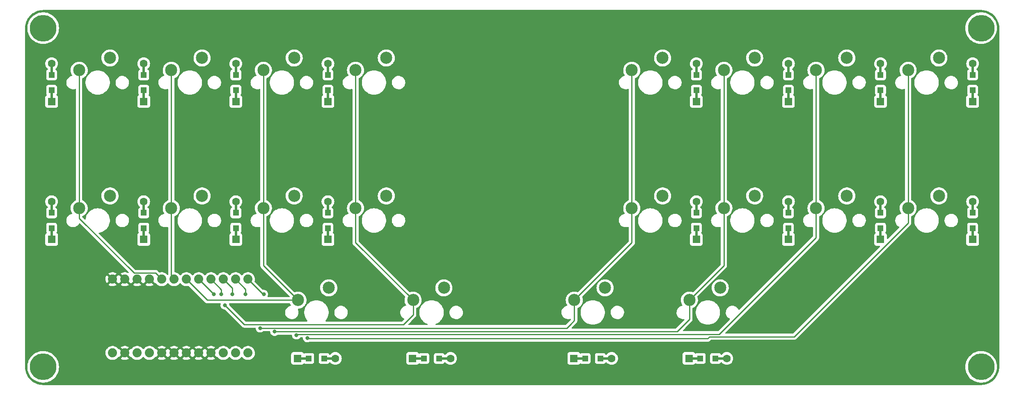
<source format=gtl>
%TF.GenerationSoftware,KiCad,Pcbnew,(6.0.0)*%
%TF.CreationDate,2022-01-10T09:23:07+09:00*%
%TF.ProjectId,orca_pcb,6f726361-5f70-4636-922e-6b696361645f,rev?*%
%TF.SameCoordinates,Original*%
%TF.FileFunction,Copper,L1,Top*%
%TF.FilePolarity,Positive*%
%FSLAX46Y46*%
G04 Gerber Fmt 4.6, Leading zero omitted, Abs format (unit mm)*
G04 Created by KiCad (PCBNEW (6.0.0)) date 2022-01-10 09:23:07*
%MOMM*%
%LPD*%
G01*
G04 APERTURE LIST*
%TA.AperFunction,ComponentPad*%
%ADD10C,3.600000*%
%TD*%
%TA.AperFunction,ConnectorPad*%
%ADD11C,5.500000*%
%TD*%
%TA.AperFunction,ComponentPad*%
%ADD12C,2.500000*%
%TD*%
%TA.AperFunction,SMDPad,CuDef*%
%ADD13R,1.200000X1.200000*%
%TD*%
%TA.AperFunction,ComponentPad*%
%ADD14R,1.600000X1.600000*%
%TD*%
%TA.AperFunction,ComponentPad*%
%ADD15C,1.600000*%
%TD*%
%TA.AperFunction,SMDPad,CuDef*%
%ADD16R,2.500000X0.500000*%
%TD*%
%TA.AperFunction,SMDPad,CuDef*%
%ADD17R,0.500000X2.500000*%
%TD*%
%TA.AperFunction,ComponentPad*%
%ADD18C,1.879600*%
%TD*%
%TA.AperFunction,ViaPad*%
%ADD19C,0.800000*%
%TD*%
%TA.AperFunction,Conductor*%
%ADD20C,0.250000*%
%TD*%
G04 APERTURE END LIST*
D10*
%TO.P,REF01,1*%
%TO.N,N/C*%
X197750000Y74250000D03*
D11*
X197750000Y74250000D03*
%TD*%
D10*
%TO.P,REF03,1*%
%TO.N,N/C*%
X197750000Y4250000D03*
D11*
X197750000Y4250000D03*
%TD*%
D10*
%TO.P,REF02,1*%
%TO.N,N/C*%
X4250000Y4250000D03*
D11*
X4250000Y4250000D03*
%TD*%
D10*
%TO.P,REF00,1*%
%TO.N,N/C*%
X4250000Y74250000D03*
D11*
X4250000Y74250000D03*
%TD*%
D12*
%TO.P,K25,2*%
%TO.N,Net-(D25-Pad2)*%
X143920000Y20580000D03*
%TO.P,K25,1*%
%TO.N,/col5*%
X137570000Y18040000D03*
%TD*%
%TO.P,K24,2*%
%TO.N,Net-(D24-Pad2)*%
X120170000Y20580000D03*
%TO.P,K24,1*%
%TO.N,/col4*%
X113820000Y18040000D03*
%TD*%
%TO.P,K23,1*%
%TO.N,/col3*%
X80570000Y18040000D03*
%TO.P,K23,2*%
%TO.N,Net-(D23-Pad2)*%
X86920000Y20580000D03*
%TD*%
%TO.P,K22,2*%
%TO.N,Net-(D22-Pad2)*%
X63170000Y20580000D03*
%TO.P,K22,1*%
%TO.N,/col2*%
X56820000Y18040000D03*
%TD*%
%TO.P,K17,2*%
%TO.N,Net-(D17-Pad2)*%
X189040000Y39580000D03*
%TO.P,K17,1*%
%TO.N,/col7*%
X182690000Y37040000D03*
%TD*%
%TO.P,K16,2*%
%TO.N,Net-(D16-Pad2)*%
X170040000Y39580000D03*
%TO.P,K16,1*%
%TO.N,/col6*%
X163690000Y37040000D03*
%TD*%
%TO.P,K15,2*%
%TO.N,Net-(D15-Pad2)*%
X151040000Y39580000D03*
%TO.P,K15,1*%
%TO.N,/col5*%
X144690000Y37040000D03*
%TD*%
%TO.P,K14,1*%
%TO.N,/col4*%
X125690000Y37040000D03*
%TO.P,K14,2*%
%TO.N,Net-(D14-Pad2)*%
X132040000Y39580000D03*
%TD*%
%TO.P,K13,2*%
%TO.N,Net-(D13-Pad2)*%
X75040000Y39580000D03*
%TO.P,K13,1*%
%TO.N,/col3*%
X68690000Y37040000D03*
%TD*%
%TO.P,K12,2*%
%TO.N,Net-(D12-Pad2)*%
X56040000Y39580000D03*
%TO.P,K12,1*%
%TO.N,/col2*%
X49690000Y37040000D03*
%TD*%
%TO.P,K11,1*%
%TO.N,/col1*%
X30690000Y37040000D03*
%TO.P,K11,2*%
%TO.N,Net-(D11-Pad2)*%
X37040000Y39580000D03*
%TD*%
%TO.P,K10,2*%
%TO.N,Net-(D10-Pad2)*%
X18040000Y39580000D03*
%TO.P,K10,1*%
%TO.N,/col0*%
X11690000Y37040000D03*
%TD*%
%TO.P,K07,2*%
%TO.N,Net-(D07-Pad2)*%
X189040000Y68080000D03*
%TO.P,K07,1*%
%TO.N,/col7*%
X182690000Y65540000D03*
%TD*%
%TO.P,K06,2*%
%TO.N,Net-(D06-Pad2)*%
X170040000Y68080000D03*
%TO.P,K06,1*%
%TO.N,/col6*%
X163690000Y65540000D03*
%TD*%
%TO.P,K05,2*%
%TO.N,Net-(D05-Pad2)*%
X151040000Y68080000D03*
%TO.P,K05,1*%
%TO.N,/col5*%
X144690000Y65540000D03*
%TD*%
%TO.P,K04,2*%
%TO.N,Net-(D04-Pad2)*%
X132040000Y68080000D03*
%TO.P,K04,1*%
%TO.N,/col4*%
X125690000Y65540000D03*
%TD*%
%TO.P,K03,2*%
%TO.N,Net-(D03-Pad2)*%
X75040000Y68080000D03*
%TO.P,K03,1*%
%TO.N,/col3*%
X68690000Y65540000D03*
%TD*%
%TO.P,K02,2*%
%TO.N,Net-(D02-Pad2)*%
X56040000Y68080000D03*
%TO.P,K02,1*%
%TO.N,/col2*%
X49690000Y65540000D03*
%TD*%
%TO.P,K01,2*%
%TO.N,Net-(D01-Pad2)*%
X37040000Y68080000D03*
%TO.P,K01,1*%
%TO.N,/col1*%
X30690000Y65540000D03*
%TD*%
%TO.P,K00,2*%
%TO.N,Net-(D00-Pad2)*%
X18040000Y68080000D03*
%TO.P,K00,1*%
%TO.N,/col0*%
X11690000Y65540000D03*
%TD*%
D13*
%TO.P,D25,2*%
%TO.N,Net-(D25-Pad2)*%
X142955000Y6000000D03*
%TO.P,D25,1*%
%TO.N,/row2*%
X139805000Y6000000D03*
D14*
X137480000Y6000000D03*
D15*
%TO.P,D25,2*%
%TO.N,Net-(D25-Pad2)*%
X145280000Y6000000D03*
D16*
%TO.P,D25,1*%
%TO.N,/row2*%
X138680000Y6000000D03*
%TO.P,D25,2*%
%TO.N,Net-(D25-Pad2)*%
X144080000Y6000000D03*
%TD*%
D13*
%TO.P,D24,2*%
%TO.N,Net-(D24-Pad2)*%
X119205000Y6000000D03*
%TO.P,D24,1*%
%TO.N,/row2*%
X116055000Y6000000D03*
D14*
X113730000Y6000000D03*
D15*
%TO.P,D24,2*%
%TO.N,Net-(D24-Pad2)*%
X121530000Y6000000D03*
D16*
%TO.P,D24,1*%
%TO.N,/row2*%
X114930000Y6000000D03*
%TO.P,D24,2*%
%TO.N,Net-(D24-Pad2)*%
X120330000Y6000000D03*
%TD*%
D13*
%TO.P,D23,2*%
%TO.N,Net-(D23-Pad2)*%
X85955000Y6000000D03*
%TO.P,D23,1*%
%TO.N,/row2*%
X82805000Y6000000D03*
D14*
X80480000Y6000000D03*
D15*
%TO.P,D23,2*%
%TO.N,Net-(D23-Pad2)*%
X88280000Y6000000D03*
D16*
%TO.P,D23,1*%
%TO.N,/row2*%
X81680000Y6000000D03*
%TO.P,D23,2*%
%TO.N,Net-(D23-Pad2)*%
X87080000Y6000000D03*
%TD*%
D13*
%TO.P,D22,2*%
%TO.N,Net-(D22-Pad2)*%
X62205000Y6000000D03*
%TO.P,D22,1*%
%TO.N,/row2*%
X59055000Y6000000D03*
D14*
X56730000Y6000000D03*
D15*
%TO.P,D22,2*%
%TO.N,Net-(D22-Pad2)*%
X64530000Y6000000D03*
D16*
%TO.P,D22,1*%
%TO.N,/row2*%
X57930000Y6000000D03*
%TO.P,D22,2*%
%TO.N,Net-(D22-Pad2)*%
X63330000Y6000000D03*
%TD*%
D13*
%TO.P,D17,2*%
%TO.N,Net-(D17-Pad2)*%
X196000000Y36075000D03*
%TO.P,D17,1*%
%TO.N,/row1*%
X196000000Y32925000D03*
D14*
X196000000Y30600000D03*
D15*
%TO.P,D17,2*%
%TO.N,Net-(D17-Pad2)*%
X196000000Y38400000D03*
D17*
%TO.P,D17,1*%
%TO.N,/row1*%
X196000000Y31800000D03*
%TO.P,D17,2*%
%TO.N,Net-(D17-Pad2)*%
X196000000Y37200000D03*
%TD*%
%TO.P,D16,2*%
%TO.N,Net-(D16-Pad2)*%
X177000000Y37200000D03*
%TO.P,D16,1*%
%TO.N,/row1*%
X177000000Y31800000D03*
D15*
%TO.P,D16,2*%
%TO.N,Net-(D16-Pad2)*%
X177000000Y38400000D03*
D14*
%TO.P,D16,1*%
%TO.N,/row1*%
X177000000Y30600000D03*
D13*
X177000000Y32925000D03*
%TO.P,D16,2*%
%TO.N,Net-(D16-Pad2)*%
X177000000Y36075000D03*
%TD*%
%TO.P,D15,2*%
%TO.N,Net-(D15-Pad2)*%
X158000000Y36075000D03*
%TO.P,D15,1*%
%TO.N,/row1*%
X158000000Y32925000D03*
D14*
X158000000Y30600000D03*
D15*
%TO.P,D15,2*%
%TO.N,Net-(D15-Pad2)*%
X158000000Y38400000D03*
D17*
%TO.P,D15,1*%
%TO.N,/row1*%
X158000000Y31800000D03*
%TO.P,D15,2*%
%TO.N,Net-(D15-Pad2)*%
X158000000Y37200000D03*
%TD*%
D13*
%TO.P,D14,2*%
%TO.N,Net-(D14-Pad2)*%
X139000000Y36075000D03*
%TO.P,D14,1*%
%TO.N,/row1*%
X139000000Y32925000D03*
D14*
X139000000Y30600000D03*
D15*
%TO.P,D14,2*%
%TO.N,Net-(D14-Pad2)*%
X139000000Y38400000D03*
D17*
%TO.P,D14,1*%
%TO.N,/row1*%
X139000000Y31800000D03*
%TO.P,D14,2*%
%TO.N,Net-(D14-Pad2)*%
X139000000Y37200000D03*
%TD*%
D13*
%TO.P,D13,2*%
%TO.N,Net-(D13-Pad2)*%
X63000000Y36075000D03*
%TO.P,D13,1*%
%TO.N,/row1*%
X63000000Y32925000D03*
D14*
X63000000Y30600000D03*
D15*
%TO.P,D13,2*%
%TO.N,Net-(D13-Pad2)*%
X63000000Y38400000D03*
D17*
%TO.P,D13,1*%
%TO.N,/row1*%
X63000000Y31800000D03*
%TO.P,D13,2*%
%TO.N,Net-(D13-Pad2)*%
X63000000Y37200000D03*
%TD*%
D13*
%TO.P,D12,2*%
%TO.N,Net-(D12-Pad2)*%
X44000000Y36075000D03*
%TO.P,D12,1*%
%TO.N,/row1*%
X44000000Y32925000D03*
D14*
X44000000Y30600000D03*
D15*
%TO.P,D12,2*%
%TO.N,Net-(D12-Pad2)*%
X44000000Y38400000D03*
D17*
%TO.P,D12,1*%
%TO.N,/row1*%
X44000000Y31800000D03*
%TO.P,D12,2*%
%TO.N,Net-(D12-Pad2)*%
X44000000Y37200000D03*
%TD*%
D13*
%TO.P,D11,2*%
%TO.N,Net-(D11-Pad2)*%
X25000000Y36075000D03*
%TO.P,D11,1*%
%TO.N,/row1*%
X25000000Y32925000D03*
D14*
X25000000Y30600000D03*
D15*
%TO.P,D11,2*%
%TO.N,Net-(D11-Pad2)*%
X25000000Y38400000D03*
D17*
%TO.P,D11,1*%
%TO.N,/row1*%
X25000000Y31800000D03*
%TO.P,D11,2*%
%TO.N,Net-(D11-Pad2)*%
X25000000Y37200000D03*
%TD*%
D13*
%TO.P,D10,2*%
%TO.N,Net-(D10-Pad2)*%
X6000000Y36075000D03*
%TO.P,D10,1*%
%TO.N,/row1*%
X6000000Y32925000D03*
D14*
X6000000Y30600000D03*
D15*
%TO.P,D10,2*%
%TO.N,Net-(D10-Pad2)*%
X6000000Y38400000D03*
D17*
%TO.P,D10,1*%
%TO.N,/row1*%
X6000000Y31800000D03*
%TO.P,D10,2*%
%TO.N,Net-(D10-Pad2)*%
X6000000Y37200000D03*
%TD*%
D13*
%TO.P,D07,2*%
%TO.N,Net-(D07-Pad2)*%
X196000000Y64575000D03*
%TO.P,D07,1*%
%TO.N,/row0*%
X196000000Y61425000D03*
D14*
X196000000Y59100000D03*
D15*
%TO.P,D07,2*%
%TO.N,Net-(D07-Pad2)*%
X196000000Y66900000D03*
D17*
%TO.P,D07,1*%
%TO.N,/row0*%
X196000000Y60300000D03*
%TO.P,D07,2*%
%TO.N,Net-(D07-Pad2)*%
X196000000Y65700000D03*
%TD*%
D13*
%TO.P,D06,2*%
%TO.N,Net-(D06-Pad2)*%
X177000000Y64575000D03*
%TO.P,D06,1*%
%TO.N,/row0*%
X177000000Y61425000D03*
D14*
X177000000Y59100000D03*
D15*
%TO.P,D06,2*%
%TO.N,Net-(D06-Pad2)*%
X177000000Y66900000D03*
D17*
%TO.P,D06,1*%
%TO.N,/row0*%
X177000000Y60300000D03*
%TO.P,D06,2*%
%TO.N,Net-(D06-Pad2)*%
X177000000Y65700000D03*
%TD*%
D13*
%TO.P,D05,2*%
%TO.N,Net-(D05-Pad2)*%
X158000000Y64575000D03*
%TO.P,D05,1*%
%TO.N,/row0*%
X158000000Y61425000D03*
D14*
X158000000Y59100000D03*
D15*
%TO.P,D05,2*%
%TO.N,Net-(D05-Pad2)*%
X158000000Y66900000D03*
D17*
%TO.P,D05,1*%
%TO.N,/row0*%
X158000000Y60300000D03*
%TO.P,D05,2*%
%TO.N,Net-(D05-Pad2)*%
X158000000Y65700000D03*
%TD*%
D13*
%TO.P,D04,2*%
%TO.N,Net-(D04-Pad2)*%
X139000000Y64575000D03*
%TO.P,D04,1*%
%TO.N,/row0*%
X139000000Y61425000D03*
D14*
X139000000Y59100000D03*
D15*
%TO.P,D04,2*%
%TO.N,Net-(D04-Pad2)*%
X139000000Y66900000D03*
D17*
%TO.P,D04,1*%
%TO.N,/row0*%
X139000000Y60300000D03*
%TO.P,D04,2*%
%TO.N,Net-(D04-Pad2)*%
X139000000Y65700000D03*
%TD*%
D13*
%TO.P,D03,2*%
%TO.N,Net-(D03-Pad2)*%
X63000000Y64575000D03*
%TO.P,D03,1*%
%TO.N,/row0*%
X63000000Y61425000D03*
D14*
X63000000Y59100000D03*
D15*
%TO.P,D03,2*%
%TO.N,Net-(D03-Pad2)*%
X63000000Y66900000D03*
D17*
%TO.P,D03,1*%
%TO.N,/row0*%
X63000000Y60300000D03*
%TO.P,D03,2*%
%TO.N,Net-(D03-Pad2)*%
X63000000Y65700000D03*
%TD*%
%TO.P,D02,2*%
%TO.N,Net-(D02-Pad2)*%
X44000000Y65700000D03*
%TO.P,D02,1*%
%TO.N,/row0*%
X44000000Y60300000D03*
D15*
%TO.P,D02,2*%
%TO.N,Net-(D02-Pad2)*%
X44000000Y66900000D03*
D14*
%TO.P,D02,1*%
%TO.N,/row0*%
X44000000Y59100000D03*
D13*
X44000000Y61425000D03*
%TO.P,D02,2*%
%TO.N,Net-(D02-Pad2)*%
X44000000Y64575000D03*
%TD*%
%TO.P,D01,2*%
%TO.N,Net-(D01-Pad2)*%
X25000000Y64575000D03*
%TO.P,D01,1*%
%TO.N,/row0*%
X25000000Y61425000D03*
D14*
X25000000Y59100000D03*
D15*
%TO.P,D01,2*%
%TO.N,Net-(D01-Pad2)*%
X25000000Y66900000D03*
D17*
%TO.P,D01,1*%
%TO.N,/row0*%
X25000000Y60300000D03*
%TO.P,D01,2*%
%TO.N,Net-(D01-Pad2)*%
X25000000Y65700000D03*
%TD*%
D13*
%TO.P,D00,2*%
%TO.N,Net-(D00-Pad2)*%
X6000000Y64575000D03*
%TO.P,D00,1*%
%TO.N,/row0*%
X6000000Y61425000D03*
D14*
X6000000Y59100000D03*
D15*
%TO.P,D00,2*%
%TO.N,Net-(D00-Pad2)*%
X6000000Y66900000D03*
D17*
%TO.P,D00,1*%
%TO.N,/row0*%
X6000000Y60300000D03*
%TO.P,D00,2*%
%TO.N,Net-(D00-Pad2)*%
X6000000Y65700000D03*
%TD*%
D18*
%TO.P,B0,1,TXO*%
%TO.N,/GND*%
X18550000Y22370000D03*
%TO.P,B0,2,RXI*%
X21090000Y22370000D03*
%TO.P,B0,3,GND*%
X23630000Y22370000D03*
%TO.P,B0,4,GND*%
X26170000Y22370000D03*
%TO.P,B0,5,2*%
%TO.N,/col0*%
X28710000Y22370000D03*
%TO.P,B0,6,\u002A3*%
%TO.N,/col1*%
X31250000Y22370000D03*
%TO.P,B0,7,4*%
%TO.N,/col2*%
X33790000Y22370000D03*
%TO.P,B0,8,\u002A5*%
%TO.N,/col3*%
X36330000Y22370000D03*
%TO.P,B0,9,\u002A6*%
%TO.N,/col4*%
X38870000Y22370000D03*
%TO.P,B0,10,7*%
%TO.N,/col5*%
X41410000Y22370000D03*
%TO.P,B0,11,8*%
%TO.N,/col6*%
X43950000Y22370000D03*
%TO.P,B0,12,\u002A9*%
%TO.N,/col7*%
X46490000Y22370000D03*
%TO.P,B0,13,\u002A10*%
%TO.N,/row2*%
X46490000Y7130000D03*
%TO.P,B0,14,11(MOSI)*%
%TO.N,/row1*%
X43950000Y7130000D03*
%TO.P,B0,15,12(MISO)*%
%TO.N,/row0*%
X41410000Y7130000D03*
%TO.P,B0,16,13(SCK)*%
%TO.N,/GND*%
X38870000Y7130000D03*
%TO.P,B0,17,A0*%
X36330000Y7130000D03*
%TO.P,B0,18,A1*%
X33790000Y7130000D03*
%TO.P,B0,19,A2*%
X31250000Y7130000D03*
%TO.P,B0,20,A3*%
X28710000Y7130000D03*
%TO.P,B0,21,VCC*%
%TO.N,/VCC*%
X26170000Y7130000D03*
%TO.P,B0,22,RESET*%
%TO.N,/RST*%
X23630000Y7130000D03*
%TO.P,B0,23,GND*%
%TO.N,/GND*%
X21090000Y7130000D03*
%TO.P,B0,24,RAW*%
%TO.N,/RAW*%
X18550000Y7130000D03*
%TD*%
D19*
%TO.N,/col7*%
X49750000Y19250000D03*
X58750000Y10250000D03*
%TO.N,/col6*%
X46000000Y19250000D03*
X56500000Y10826500D03*
%TO.N,/col5*%
X52000000Y11551000D03*
X43250000Y19250000D03*
%TO.N,/col4*%
X41000000Y19250000D03*
X49000000Y12275500D03*
%TO.N,/col3*%
X39500000Y19250000D03*
X41750000Y17000000D03*
%TD*%
D20*
%TO.N,/col7*%
X49610000Y19250000D02*
X46490000Y22370000D01*
X49750000Y19250000D02*
X49610000Y19250000D01*
X58898011Y10101989D02*
X58750000Y10250000D01*
X141351989Y10101989D02*
X58898011Y10101989D01*
X159187091Y10500000D02*
X141750000Y10500000D01*
X182690000Y34002909D02*
X159187091Y10500000D01*
X141750000Y10500000D02*
X141351989Y10101989D01*
X182690000Y37040000D02*
X182690000Y34002909D01*
%TO.N,/col6*%
X46000000Y20320000D02*
X43950000Y22370000D01*
X46000000Y19250000D02*
X46000000Y20320000D01*
X134250000Y11000000D02*
X56673500Y11000000D01*
X56673500Y11000000D02*
X56500000Y10826500D01*
X143727091Y11000000D02*
X134250000Y11000000D01*
X163690000Y30962909D02*
X143727091Y11000000D01*
X163690000Y37040000D02*
X163690000Y30962909D01*
%TO.N,/col5*%
X43250000Y20530000D02*
X41410000Y22370000D01*
X43250000Y19250000D02*
X43250000Y20530000D01*
X135051000Y11551000D02*
X52000000Y11551000D01*
X136250000Y12750000D02*
X135051000Y11551000D01*
X137570000Y14070000D02*
X136250000Y12750000D01*
X137570000Y18040000D02*
X137570000Y14070000D01*
%TO.N,/col4*%
X41000000Y20240000D02*
X38870000Y22370000D01*
X41000000Y19250000D02*
X41000000Y20240000D01*
X112275500Y12275500D02*
X49000000Y12275500D01*
X113000000Y13000000D02*
X112275500Y12275500D01*
X113820000Y13820000D02*
X113000000Y13000000D01*
X113820000Y18040000D02*
X113820000Y13820000D01*
%TO.N,/col3*%
X39450000Y19250000D02*
X36330000Y22370000D01*
X45750000Y13000000D02*
X41750000Y17000000D01*
X78567091Y13000000D02*
X78500000Y13000000D01*
X80570000Y15002909D02*
X78567091Y13000000D01*
X78500000Y13000000D02*
X45750000Y13000000D01*
X80570000Y18040000D02*
X80570000Y15002909D01*
X39500000Y19250000D02*
X39450000Y19250000D01*
%TO.N,/col2*%
X38120000Y18040000D02*
X33790000Y22370000D01*
X56820000Y18040000D02*
X38120000Y18040000D01*
%TO.N,/col1*%
X30690000Y37040000D02*
X30690000Y22930000D01*
X30690000Y22930000D02*
X31250000Y22370000D01*
%TO.N,/col0*%
X27445689Y23634311D02*
X28710000Y22370000D01*
X23007608Y23634311D02*
X27445689Y23634311D01*
X11690000Y34951919D02*
X23007608Y23634311D01*
X11690000Y37040000D02*
X11690000Y34951919D01*
%TO.N,/col5*%
X144690000Y25160000D02*
X137570000Y18040000D01*
X144690000Y37040000D02*
X144690000Y25160000D01*
%TO.N,/col4*%
X125690000Y29910000D02*
X113820000Y18040000D01*
X125690000Y37040000D02*
X125690000Y29910000D01*
%TO.N,/col3*%
X68690000Y37040000D02*
X68690000Y29920000D01*
X68690000Y29920000D02*
X80570000Y18040000D01*
%TO.N,/col2*%
X49690000Y25170000D02*
X56820000Y18040000D01*
X49690000Y37040000D02*
X49690000Y25170000D01*
%TO.N,/col7*%
X182690000Y65540000D02*
X182690000Y37040000D01*
%TO.N,/col6*%
X163690000Y65540000D02*
X163690000Y37040000D01*
%TO.N,/col5*%
X144690000Y65540000D02*
X144690000Y37040000D01*
%TO.N,/col4*%
X125690000Y65540000D02*
X125690000Y37040000D01*
%TO.N,/col3*%
X68690000Y65540000D02*
X68690000Y37040000D01*
%TO.N,/col2*%
X49690000Y65540000D02*
X49690000Y37040000D01*
%TO.N,/col1*%
X30690000Y65540000D02*
X30690000Y37040000D01*
%TO.N,/col0*%
X11690000Y65540000D02*
X11690000Y37040000D01*
%TD*%
%TA.AperFunction,Conductor*%
%TO.N,/GND*%
G36*
X197720057Y77990500D02*
G01*
X197734858Y77988195D01*
X197734861Y77988195D01*
X197743730Y77986814D01*
X197763054Y77989341D01*
X197785570Y77990253D01*
X198110604Y77974284D01*
X198122898Y77973073D01*
X198473904Y77921007D01*
X198486026Y77918597D01*
X198567006Y77898312D01*
X198830239Y77832375D01*
X198842071Y77828786D01*
X199176174Y77709242D01*
X199187598Y77704510D01*
X199363769Y77621188D01*
X199508377Y77552794D01*
X199519274Y77546969D01*
X199647953Y77469842D01*
X199823638Y77364540D01*
X199833919Y77357670D01*
X200118928Y77146292D01*
X200128486Y77138448D01*
X200391407Y76900151D01*
X200400151Y76891407D01*
X200638448Y76628486D01*
X200646292Y76618928D01*
X200857670Y76333919D01*
X200864540Y76323638D01*
X201046967Y76019278D01*
X201052794Y76008377D01*
X201084911Y75940470D01*
X201204510Y75687598D01*
X201209242Y75676174D01*
X201328786Y75342071D01*
X201332375Y75330239D01*
X201418596Y74986029D01*
X201421008Y74973901D01*
X201473073Y74622903D01*
X201474285Y74610597D01*
X201489890Y74292938D01*
X201488543Y74267376D01*
X201488195Y74265143D01*
X201488195Y74265139D01*
X201486814Y74256270D01*
X201487978Y74247368D01*
X201487978Y74247365D01*
X201490936Y74224749D01*
X201492000Y74208411D01*
X201492000Y4299328D01*
X201490500Y4279944D01*
X201486814Y4256270D01*
X201488542Y4243059D01*
X201489341Y4236950D01*
X201490253Y4214430D01*
X201475077Y3905533D01*
X201474285Y3889402D01*
X201473073Y3877102D01*
X201466816Y3834918D01*
X201421008Y3526099D01*
X201418596Y3513971D01*
X201332375Y3169761D01*
X201328786Y3157929D01*
X201209242Y2823826D01*
X201204510Y2812402D01*
X201078980Y2546988D01*
X201052796Y2491627D01*
X201046967Y2480722D01*
X200864540Y2176362D01*
X200857670Y2166081D01*
X200646292Y1881072D01*
X200638448Y1871514D01*
X200400151Y1608593D01*
X200391407Y1599849D01*
X200128486Y1361552D01*
X200118928Y1353708D01*
X199833919Y1142330D01*
X199823638Y1135460D01*
X199779916Y1109254D01*
X199585697Y992843D01*
X199519278Y953033D01*
X199508377Y947206D01*
X199371313Y882380D01*
X199187598Y795490D01*
X199176174Y790758D01*
X198842071Y671214D01*
X198830239Y667625D01*
X198586510Y606574D01*
X198486026Y581403D01*
X198473904Y578993D01*
X198122898Y526927D01*
X198110602Y525715D01*
X198014524Y520995D01*
X197792938Y510110D01*
X197767376Y511457D01*
X197765143Y511805D01*
X197765139Y511805D01*
X197756270Y513186D01*
X197747368Y512022D01*
X197747365Y512022D01*
X197728083Y509500D01*
X197725728Y509192D01*
X197724749Y509064D01*
X197708411Y508000D01*
X4299328Y508000D01*
X4279943Y509500D01*
X4265142Y511805D01*
X4265139Y511805D01*
X4256270Y513186D01*
X4236946Y510659D01*
X4214430Y509747D01*
X3889396Y525716D01*
X3877102Y526927D01*
X3526096Y578993D01*
X3513974Y581403D01*
X3413490Y606574D01*
X3169761Y667625D01*
X3157929Y671214D01*
X2823826Y790758D01*
X2812402Y795490D01*
X2628687Y882380D01*
X2491623Y947206D01*
X2480722Y953033D01*
X2414304Y992843D01*
X2220084Y1109254D01*
X2176362Y1135460D01*
X2166081Y1142330D01*
X1881072Y1353708D01*
X1871514Y1361552D01*
X1608593Y1599849D01*
X1599849Y1608593D01*
X1361552Y1871514D01*
X1353708Y1881072D01*
X1142330Y2166081D01*
X1135460Y2176362D01*
X953033Y2480722D01*
X947204Y2491627D01*
X921021Y2546988D01*
X795490Y2812402D01*
X790758Y2823826D01*
X671214Y3157929D01*
X667625Y3169761D01*
X581404Y3513971D01*
X578992Y3526099D01*
X533184Y3834918D01*
X526927Y3877102D01*
X525715Y3889403D01*
X510110Y4207062D01*
X511457Y4232624D01*
X511805Y4234857D01*
X511805Y4234861D01*
X513186Y4243730D01*
X511547Y4256270D01*
X510877Y4261391D01*
X986734Y4261391D01*
X1004591Y3908894D01*
X1005128Y3905539D01*
X1005129Y3905533D01*
X1016440Y3834918D01*
X1060412Y3560387D01*
X1153546Y3219947D01*
X1282903Y2891557D01*
X1284486Y2888542D01*
X1445384Y2582074D01*
X1445389Y2582066D01*
X1446968Y2579058D01*
X1448862Y2576240D01*
X1448867Y2576231D01*
X1468518Y2546988D01*
X1643824Y2286105D01*
X1871167Y2016127D01*
X1873627Y2013776D01*
X1873630Y2013773D01*
X2123875Y1774634D01*
X2123882Y1774628D01*
X2126338Y1772281D01*
X2406351Y1557419D01*
X2409269Y1555645D01*
X2705017Y1375827D01*
X2705022Y1375824D01*
X2707932Y1374055D01*
X2711020Y1372609D01*
X2711019Y1372609D01*
X3024468Y1225778D01*
X3024478Y1225774D01*
X3027552Y1224334D01*
X3030770Y1223232D01*
X3030773Y1223231D01*
X3358241Y1111113D01*
X3358245Y1111112D01*
X3361472Y1110007D01*
X3364802Y1109257D01*
X3364811Y1109254D01*
X3608164Y1054413D01*
X3705786Y1032413D01*
X3709171Y1032027D01*
X3709179Y1032026D01*
X4053083Y992843D01*
X4053091Y992843D01*
X4056466Y992458D01*
X4059870Y992440D01*
X4059873Y992440D01*
X4251627Y991436D01*
X4409411Y990610D01*
X4412797Y990960D01*
X4412799Y990960D01*
X4757098Y1026539D01*
X4757107Y1026540D01*
X4760490Y1026890D01*
X4763823Y1027604D01*
X4763826Y1027605D01*
X4933692Y1064021D01*
X5105598Y1100875D01*
X5440697Y1211699D01*
X5761867Y1358064D01*
X5855405Y1413603D01*
X6062407Y1536511D01*
X6062412Y1536514D01*
X6065352Y1538260D01*
X6090870Y1557419D01*
X6344867Y1748126D01*
X6347600Y1750178D01*
X6605310Y1991339D01*
X6835468Y2258922D01*
X7035380Y2549797D01*
X7036992Y2552791D01*
X7036997Y2552799D01*
X7159092Y2779555D01*
X7202709Y2860560D01*
X7335498Y3187578D01*
X7343816Y3216777D01*
X7431257Y3523746D01*
X7432191Y3527024D01*
X7491659Y3874927D01*
X7492167Y3883220D01*
X7513096Y4225420D01*
X7513206Y4227218D01*
X7513286Y4250000D01*
X7512669Y4261391D01*
X194486734Y4261391D01*
X194504591Y3908894D01*
X194505128Y3905539D01*
X194505129Y3905533D01*
X194516440Y3834918D01*
X194560412Y3560387D01*
X194653546Y3219947D01*
X194782903Y2891557D01*
X194784486Y2888542D01*
X194945384Y2582074D01*
X194945389Y2582066D01*
X194946968Y2579058D01*
X194948862Y2576240D01*
X194948867Y2576231D01*
X194968518Y2546988D01*
X195143824Y2286105D01*
X195371167Y2016127D01*
X195373627Y2013776D01*
X195373630Y2013773D01*
X195623875Y1774634D01*
X195623882Y1774628D01*
X195626338Y1772281D01*
X195906351Y1557419D01*
X195909269Y1555645D01*
X196205017Y1375827D01*
X196205022Y1375824D01*
X196207932Y1374055D01*
X196211020Y1372609D01*
X196211019Y1372609D01*
X196524468Y1225778D01*
X196524478Y1225774D01*
X196527552Y1224334D01*
X196530770Y1223232D01*
X196530773Y1223231D01*
X196858241Y1111113D01*
X196858245Y1111112D01*
X196861472Y1110007D01*
X196864802Y1109257D01*
X196864811Y1109254D01*
X197108164Y1054413D01*
X197205786Y1032413D01*
X197209171Y1032027D01*
X197209179Y1032026D01*
X197553083Y992843D01*
X197553091Y992843D01*
X197556466Y992458D01*
X197559870Y992440D01*
X197559873Y992440D01*
X197751627Y991436D01*
X197909411Y990610D01*
X197912797Y990960D01*
X197912799Y990960D01*
X198257098Y1026539D01*
X198257107Y1026540D01*
X198260490Y1026890D01*
X198263823Y1027604D01*
X198263826Y1027605D01*
X198433692Y1064021D01*
X198605598Y1100875D01*
X198940697Y1211699D01*
X199261867Y1358064D01*
X199355405Y1413603D01*
X199562407Y1536511D01*
X199562412Y1536514D01*
X199565352Y1538260D01*
X199590870Y1557419D01*
X199844867Y1748126D01*
X199847600Y1750178D01*
X200105310Y1991339D01*
X200335468Y2258922D01*
X200535380Y2549797D01*
X200536992Y2552791D01*
X200536997Y2552799D01*
X200659092Y2779555D01*
X200702709Y2860560D01*
X200835498Y3187578D01*
X200843816Y3216777D01*
X200931257Y3523746D01*
X200932191Y3527024D01*
X200991659Y3874927D01*
X200992167Y3883220D01*
X201013096Y4225420D01*
X201013206Y4227218D01*
X201013286Y4250000D01*
X200994199Y4602433D01*
X200937161Y4950743D01*
X200842839Y5290855D01*
X200839849Y5298370D01*
X200713597Y5615628D01*
X200712338Y5618792D01*
X200634079Y5766598D01*
X200548777Y5927705D01*
X200548775Y5927708D01*
X200547182Y5930717D01*
X200542609Y5937471D01*
X200351211Y6220166D01*
X200351204Y6220175D01*
X200349305Y6222980D01*
X200347109Y6225570D01*
X200347104Y6225576D01*
X200210924Y6386153D01*
X200121021Y6492163D01*
X199865001Y6735117D01*
X199862294Y6737179D01*
X199862286Y6737186D01*
X199666094Y6886643D01*
X199584239Y6949000D01*
X199407383Y7055687D01*
X199284941Y7129549D01*
X199284940Y7129550D01*
X199282020Y7131311D01*
X199278930Y7132745D01*
X199278925Y7132748D01*
X199057117Y7235707D01*
X198961879Y7279915D01*
X198958654Y7281007D01*
X198958648Y7281009D01*
X198630798Y7391980D01*
X198630793Y7391982D01*
X198627562Y7393075D01*
X198613832Y7396119D01*
X198544730Y7411438D01*
X198282979Y7469467D01*
X198158353Y7483226D01*
X197935543Y7507825D01*
X197935538Y7507825D01*
X197932162Y7508198D01*
X197928763Y7508204D01*
X197928762Y7508204D01*
X197762289Y7508494D01*
X197579213Y7508814D01*
X197448206Y7494813D01*
X197231646Y7471670D01*
X197231640Y7471669D01*
X197228262Y7471308D01*
X196883414Y7396119D01*
X196548704Y7284127D01*
X196545611Y7282705D01*
X196545610Y7282704D01*
X196440338Y7234284D01*
X196228047Y7136641D01*
X196225113Y7134885D01*
X196225111Y7134884D01*
X196216197Y7129549D01*
X195925194Y6955387D01*
X195643687Y6742485D01*
X195386820Y6500426D01*
X195384608Y6497836D01*
X195384607Y6497835D01*
X195197874Y6279198D01*
X195157598Y6232041D01*
X195155670Y6229214D01*
X195155668Y6229212D01*
X195095207Y6140579D01*
X194958702Y5940470D01*
X194951886Y5927705D01*
X194819030Y5678888D01*
X194792458Y5629124D01*
X194791183Y5625952D01*
X194791181Y5625948D01*
X194681002Y5351866D01*
X194660813Y5301645D01*
X194659894Y5298377D01*
X194659892Y5298370D01*
X194574281Y4993802D01*
X194565304Y4961864D01*
X194564743Y4958511D01*
X194564742Y4958507D01*
X194507614Y4617120D01*
X194507051Y4613755D01*
X194486734Y4261391D01*
X7512669Y4261391D01*
X7494199Y4602433D01*
X7437161Y4950743D01*
X7381384Y5151866D01*
X55421500Y5151866D01*
X55428255Y5089684D01*
X55479385Y4953295D01*
X55566739Y4836739D01*
X55683295Y4749385D01*
X55819684Y4698255D01*
X55881866Y4691500D01*
X57578134Y4691500D01*
X57640316Y4698255D01*
X57776705Y4749385D01*
X57893261Y4836739D01*
X57980615Y4953295D01*
X57981990Y4952264D01*
X58024776Y4994956D01*
X58094166Y5009971D01*
X58160602Y4985129D01*
X58208295Y4949385D01*
X58344684Y4898255D01*
X58406866Y4891500D01*
X59703134Y4891500D01*
X59765316Y4898255D01*
X59901705Y4949385D01*
X60018261Y5036739D01*
X60105615Y5153295D01*
X60156745Y5289684D01*
X60163500Y5351866D01*
X61096500Y5351866D01*
X61103255Y5289684D01*
X61154385Y5153295D01*
X61241739Y5036739D01*
X61358295Y4949385D01*
X61494684Y4898255D01*
X61556866Y4891500D01*
X62853134Y4891500D01*
X62915316Y4898255D01*
X63051705Y4949385D01*
X63168261Y5036739D01*
X63255615Y5153295D01*
X63258767Y5161704D01*
X63263077Y5169575D01*
X63264741Y5168664D01*
X63300663Y5216490D01*
X63367224Y5241193D01*
X63376009Y5241500D01*
X63398133Y5241500D01*
X63466254Y5221498D01*
X63501345Y5187772D01*
X63523802Y5155700D01*
X63685700Y4993802D01*
X63690208Y4990645D01*
X63690211Y4990643D01*
X63753635Y4946233D01*
X63873251Y4862477D01*
X63878233Y4860154D01*
X63878238Y4860151D01*
X64075775Y4768039D01*
X64080757Y4765716D01*
X64086065Y4764294D01*
X64086067Y4764293D01*
X64296598Y4707881D01*
X64296600Y4707881D01*
X64301913Y4706457D01*
X64530000Y4686502D01*
X64758087Y4706457D01*
X64763400Y4707881D01*
X64763402Y4707881D01*
X64973933Y4764293D01*
X64973935Y4764294D01*
X64979243Y4765716D01*
X64984225Y4768039D01*
X65181762Y4860151D01*
X65181767Y4860154D01*
X65186749Y4862477D01*
X65306365Y4946233D01*
X65369789Y4990643D01*
X65369792Y4990645D01*
X65374300Y4993802D01*
X65532364Y5151866D01*
X79171500Y5151866D01*
X79178255Y5089684D01*
X79229385Y4953295D01*
X79316739Y4836739D01*
X79433295Y4749385D01*
X79569684Y4698255D01*
X79631866Y4691500D01*
X81328134Y4691500D01*
X81390316Y4698255D01*
X81526705Y4749385D01*
X81643261Y4836739D01*
X81730615Y4953295D01*
X81731990Y4952264D01*
X81774776Y4994956D01*
X81844166Y5009971D01*
X81910602Y4985129D01*
X81958295Y4949385D01*
X82094684Y4898255D01*
X82156866Y4891500D01*
X83453134Y4891500D01*
X83515316Y4898255D01*
X83651705Y4949385D01*
X83768261Y5036739D01*
X83855615Y5153295D01*
X83906745Y5289684D01*
X83913500Y5351866D01*
X84846500Y5351866D01*
X84853255Y5289684D01*
X84904385Y5153295D01*
X84991739Y5036739D01*
X85108295Y4949385D01*
X85244684Y4898255D01*
X85306866Y4891500D01*
X86603134Y4891500D01*
X86665316Y4898255D01*
X86801705Y4949385D01*
X86918261Y5036739D01*
X87005615Y5153295D01*
X87008767Y5161704D01*
X87013077Y5169575D01*
X87014741Y5168664D01*
X87050663Y5216490D01*
X87117224Y5241193D01*
X87126009Y5241500D01*
X87148133Y5241500D01*
X87216254Y5221498D01*
X87251345Y5187772D01*
X87273802Y5155700D01*
X87435700Y4993802D01*
X87440208Y4990645D01*
X87440211Y4990643D01*
X87503635Y4946233D01*
X87623251Y4862477D01*
X87628233Y4860154D01*
X87628238Y4860151D01*
X87825775Y4768039D01*
X87830757Y4765716D01*
X87836065Y4764294D01*
X87836067Y4764293D01*
X88046598Y4707881D01*
X88046600Y4707881D01*
X88051913Y4706457D01*
X88280000Y4686502D01*
X88508087Y4706457D01*
X88513400Y4707881D01*
X88513402Y4707881D01*
X88723933Y4764293D01*
X88723935Y4764294D01*
X88729243Y4765716D01*
X88734225Y4768039D01*
X88931762Y4860151D01*
X88931767Y4860154D01*
X88936749Y4862477D01*
X89056365Y4946233D01*
X89119789Y4990643D01*
X89119792Y4990645D01*
X89124300Y4993802D01*
X89282364Y5151866D01*
X112421500Y5151866D01*
X112428255Y5089684D01*
X112479385Y4953295D01*
X112566739Y4836739D01*
X112683295Y4749385D01*
X112819684Y4698255D01*
X112881866Y4691500D01*
X114578134Y4691500D01*
X114640316Y4698255D01*
X114776705Y4749385D01*
X114893261Y4836739D01*
X114980615Y4953295D01*
X114981990Y4952264D01*
X115024776Y4994956D01*
X115094166Y5009971D01*
X115160602Y4985129D01*
X115208295Y4949385D01*
X115344684Y4898255D01*
X115406866Y4891500D01*
X116703134Y4891500D01*
X116765316Y4898255D01*
X116901705Y4949385D01*
X117018261Y5036739D01*
X117105615Y5153295D01*
X117156745Y5289684D01*
X117163500Y5351866D01*
X118096500Y5351866D01*
X118103255Y5289684D01*
X118154385Y5153295D01*
X118241739Y5036739D01*
X118358295Y4949385D01*
X118494684Y4898255D01*
X118556866Y4891500D01*
X119853134Y4891500D01*
X119915316Y4898255D01*
X120051705Y4949385D01*
X120168261Y5036739D01*
X120255615Y5153295D01*
X120258767Y5161704D01*
X120263077Y5169575D01*
X120264741Y5168664D01*
X120300663Y5216490D01*
X120367224Y5241193D01*
X120376009Y5241500D01*
X120398133Y5241500D01*
X120466254Y5221498D01*
X120501345Y5187772D01*
X120523802Y5155700D01*
X120685700Y4993802D01*
X120690208Y4990645D01*
X120690211Y4990643D01*
X120753635Y4946233D01*
X120873251Y4862477D01*
X120878233Y4860154D01*
X120878238Y4860151D01*
X121075775Y4768039D01*
X121080757Y4765716D01*
X121086065Y4764294D01*
X121086067Y4764293D01*
X121296598Y4707881D01*
X121296600Y4707881D01*
X121301913Y4706457D01*
X121530000Y4686502D01*
X121758087Y4706457D01*
X121763400Y4707881D01*
X121763402Y4707881D01*
X121973933Y4764293D01*
X121973935Y4764294D01*
X121979243Y4765716D01*
X121984225Y4768039D01*
X122181762Y4860151D01*
X122181767Y4860154D01*
X122186749Y4862477D01*
X122306365Y4946233D01*
X122369789Y4990643D01*
X122369792Y4990645D01*
X122374300Y4993802D01*
X122532364Y5151866D01*
X136171500Y5151866D01*
X136178255Y5089684D01*
X136229385Y4953295D01*
X136316739Y4836739D01*
X136433295Y4749385D01*
X136569684Y4698255D01*
X136631866Y4691500D01*
X138328134Y4691500D01*
X138390316Y4698255D01*
X138526705Y4749385D01*
X138643261Y4836739D01*
X138730615Y4953295D01*
X138731990Y4952264D01*
X138774776Y4994956D01*
X138844166Y5009971D01*
X138910602Y4985129D01*
X138958295Y4949385D01*
X139094684Y4898255D01*
X139156866Y4891500D01*
X140453134Y4891500D01*
X140515316Y4898255D01*
X140651705Y4949385D01*
X140768261Y5036739D01*
X140855615Y5153295D01*
X140906745Y5289684D01*
X140913500Y5351866D01*
X141846500Y5351866D01*
X141853255Y5289684D01*
X141904385Y5153295D01*
X141991739Y5036739D01*
X142108295Y4949385D01*
X142244684Y4898255D01*
X142306866Y4891500D01*
X143603134Y4891500D01*
X143665316Y4898255D01*
X143801705Y4949385D01*
X143918261Y5036739D01*
X144005615Y5153295D01*
X144008767Y5161704D01*
X144013077Y5169575D01*
X144014741Y5168664D01*
X144050663Y5216490D01*
X144117224Y5241193D01*
X144126009Y5241500D01*
X144148133Y5241500D01*
X144216254Y5221498D01*
X144251345Y5187772D01*
X144273802Y5155700D01*
X144435700Y4993802D01*
X144440208Y4990645D01*
X144440211Y4990643D01*
X144503635Y4946233D01*
X144623251Y4862477D01*
X144628233Y4860154D01*
X144628238Y4860151D01*
X144825775Y4768039D01*
X144830757Y4765716D01*
X144836065Y4764294D01*
X144836067Y4764293D01*
X145046598Y4707881D01*
X145046600Y4707881D01*
X145051913Y4706457D01*
X145280000Y4686502D01*
X145508087Y4706457D01*
X145513400Y4707881D01*
X145513402Y4707881D01*
X145723933Y4764293D01*
X145723935Y4764294D01*
X145729243Y4765716D01*
X145734225Y4768039D01*
X145931762Y4860151D01*
X145931767Y4860154D01*
X145936749Y4862477D01*
X146056365Y4946233D01*
X146119789Y4990643D01*
X146119792Y4990645D01*
X146124300Y4993802D01*
X146286198Y5155700D01*
X146290402Y5161703D01*
X146383054Y5294025D01*
X146417523Y5343251D01*
X146419846Y5348233D01*
X146419849Y5348238D01*
X146511961Y5545775D01*
X146511961Y5545776D01*
X146514284Y5550757D01*
X146548752Y5679390D01*
X146572119Y5766598D01*
X146572119Y5766600D01*
X146573543Y5771913D01*
X146577537Y5817557D01*
X146593019Y5994525D01*
X146593498Y6000000D01*
X146573543Y6228087D01*
X146562289Y6270086D01*
X146515707Y6443933D01*
X146515706Y6443935D01*
X146514284Y6449243D01*
X146493179Y6494504D01*
X146419849Y6651762D01*
X146419846Y6651767D01*
X146417523Y6656749D01*
X146290824Y6837694D01*
X146289357Y6839789D01*
X146289355Y6839792D01*
X146286198Y6844300D01*
X146124300Y7006198D01*
X146119792Y7009355D01*
X146119789Y7009357D01*
X146041611Y7064098D01*
X145936749Y7137523D01*
X145931767Y7139846D01*
X145931762Y7139849D01*
X145734225Y7231961D01*
X145734224Y7231961D01*
X145729243Y7234284D01*
X145723935Y7235706D01*
X145723933Y7235707D01*
X145513402Y7292119D01*
X145513400Y7292119D01*
X145508087Y7293543D01*
X145280000Y7313498D01*
X145051913Y7293543D01*
X145046600Y7292119D01*
X145046598Y7292119D01*
X144836067Y7235707D01*
X144836065Y7235706D01*
X144830757Y7234284D01*
X144825776Y7231961D01*
X144825775Y7231961D01*
X144628238Y7139849D01*
X144628233Y7139846D01*
X144623251Y7137523D01*
X144518389Y7064098D01*
X144440211Y7009357D01*
X144440208Y7009355D01*
X144435700Y7006198D01*
X144273802Y6844300D01*
X144251345Y6812229D01*
X144195890Y6767901D01*
X144148133Y6758500D01*
X144126009Y6758500D01*
X144057888Y6778502D01*
X144011395Y6832158D01*
X144009097Y6837694D01*
X144008767Y6838297D01*
X144005615Y6846705D01*
X143918261Y6963261D01*
X143801705Y7050615D01*
X143665316Y7101745D01*
X143603134Y7108500D01*
X142306866Y7108500D01*
X142244684Y7101745D01*
X142108295Y7050615D01*
X141991739Y6963261D01*
X141904385Y6846705D01*
X141853255Y6710316D01*
X141846500Y6648134D01*
X141846500Y5351866D01*
X140913500Y5351866D01*
X140913500Y6648134D01*
X140906745Y6710316D01*
X140855615Y6846705D01*
X140768261Y6963261D01*
X140651705Y7050615D01*
X140515316Y7101745D01*
X140453134Y7108500D01*
X139156866Y7108500D01*
X139094684Y7101745D01*
X138958295Y7050615D01*
X138910602Y7014871D01*
X138844099Y6990024D01*
X138774716Y7005076D01*
X138731988Y7047734D01*
X138730615Y7046705D01*
X138663212Y7136641D01*
X138643261Y7163261D01*
X138526705Y7250615D01*
X138390316Y7301745D01*
X138328134Y7308500D01*
X136631866Y7308500D01*
X136569684Y7301745D01*
X136433295Y7250615D01*
X136316739Y7163261D01*
X136229385Y7046705D01*
X136178255Y6910316D01*
X136171500Y6848134D01*
X136171500Y5151866D01*
X122532364Y5151866D01*
X122536198Y5155700D01*
X122540402Y5161703D01*
X122633054Y5294025D01*
X122667523Y5343251D01*
X122669846Y5348233D01*
X122669849Y5348238D01*
X122761961Y5545775D01*
X122761961Y5545776D01*
X122764284Y5550757D01*
X122798752Y5679390D01*
X122822119Y5766598D01*
X122822119Y5766600D01*
X122823543Y5771913D01*
X122827537Y5817557D01*
X122843019Y5994525D01*
X122843498Y6000000D01*
X122823543Y6228087D01*
X122812289Y6270086D01*
X122765707Y6443933D01*
X122765706Y6443935D01*
X122764284Y6449243D01*
X122743179Y6494504D01*
X122669849Y6651762D01*
X122669846Y6651767D01*
X122667523Y6656749D01*
X122540824Y6837694D01*
X122539357Y6839789D01*
X122539355Y6839792D01*
X122536198Y6844300D01*
X122374300Y7006198D01*
X122369792Y7009355D01*
X122369789Y7009357D01*
X122291611Y7064098D01*
X122186749Y7137523D01*
X122181767Y7139846D01*
X122181762Y7139849D01*
X121984225Y7231961D01*
X121984224Y7231961D01*
X121979243Y7234284D01*
X121973935Y7235706D01*
X121973933Y7235707D01*
X121763402Y7292119D01*
X121763400Y7292119D01*
X121758087Y7293543D01*
X121530000Y7313498D01*
X121301913Y7293543D01*
X121296600Y7292119D01*
X121296598Y7292119D01*
X121086067Y7235707D01*
X121086065Y7235706D01*
X121080757Y7234284D01*
X121075776Y7231961D01*
X121075775Y7231961D01*
X120878238Y7139849D01*
X120878233Y7139846D01*
X120873251Y7137523D01*
X120768389Y7064098D01*
X120690211Y7009357D01*
X120690208Y7009355D01*
X120685700Y7006198D01*
X120523802Y6844300D01*
X120501345Y6812229D01*
X120445890Y6767901D01*
X120398133Y6758500D01*
X120376009Y6758500D01*
X120307888Y6778502D01*
X120261395Y6832158D01*
X120259097Y6837694D01*
X120258767Y6838297D01*
X120255615Y6846705D01*
X120168261Y6963261D01*
X120051705Y7050615D01*
X119915316Y7101745D01*
X119853134Y7108500D01*
X118556866Y7108500D01*
X118494684Y7101745D01*
X118358295Y7050615D01*
X118241739Y6963261D01*
X118154385Y6846705D01*
X118103255Y6710316D01*
X118096500Y6648134D01*
X118096500Y5351866D01*
X117163500Y5351866D01*
X117163500Y6648134D01*
X117156745Y6710316D01*
X117105615Y6846705D01*
X117018261Y6963261D01*
X116901705Y7050615D01*
X116765316Y7101745D01*
X116703134Y7108500D01*
X115406866Y7108500D01*
X115344684Y7101745D01*
X115208295Y7050615D01*
X115160602Y7014871D01*
X115094099Y6990024D01*
X115024716Y7005076D01*
X114981988Y7047734D01*
X114980615Y7046705D01*
X114913212Y7136641D01*
X114893261Y7163261D01*
X114776705Y7250615D01*
X114640316Y7301745D01*
X114578134Y7308500D01*
X112881866Y7308500D01*
X112819684Y7301745D01*
X112683295Y7250615D01*
X112566739Y7163261D01*
X112479385Y7046705D01*
X112428255Y6910316D01*
X112421500Y6848134D01*
X112421500Y5151866D01*
X89282364Y5151866D01*
X89286198Y5155700D01*
X89290402Y5161703D01*
X89383054Y5294025D01*
X89417523Y5343251D01*
X89419846Y5348233D01*
X89419849Y5348238D01*
X89511961Y5545775D01*
X89511961Y5545776D01*
X89514284Y5550757D01*
X89548752Y5679390D01*
X89572119Y5766598D01*
X89572119Y5766600D01*
X89573543Y5771913D01*
X89577537Y5817557D01*
X89593019Y5994525D01*
X89593498Y6000000D01*
X89573543Y6228087D01*
X89562289Y6270086D01*
X89515707Y6443933D01*
X89515706Y6443935D01*
X89514284Y6449243D01*
X89493179Y6494504D01*
X89419849Y6651762D01*
X89419846Y6651767D01*
X89417523Y6656749D01*
X89290824Y6837694D01*
X89289357Y6839789D01*
X89289355Y6839792D01*
X89286198Y6844300D01*
X89124300Y7006198D01*
X89119792Y7009355D01*
X89119789Y7009357D01*
X89041611Y7064098D01*
X88936749Y7137523D01*
X88931767Y7139846D01*
X88931762Y7139849D01*
X88734225Y7231961D01*
X88734224Y7231961D01*
X88729243Y7234284D01*
X88723935Y7235706D01*
X88723933Y7235707D01*
X88513402Y7292119D01*
X88513400Y7292119D01*
X88508087Y7293543D01*
X88280000Y7313498D01*
X88051913Y7293543D01*
X88046600Y7292119D01*
X88046598Y7292119D01*
X87836067Y7235707D01*
X87836065Y7235706D01*
X87830757Y7234284D01*
X87825776Y7231961D01*
X87825775Y7231961D01*
X87628238Y7139849D01*
X87628233Y7139846D01*
X87623251Y7137523D01*
X87518389Y7064098D01*
X87440211Y7009357D01*
X87440208Y7009355D01*
X87435700Y7006198D01*
X87273802Y6844300D01*
X87251345Y6812229D01*
X87195890Y6767901D01*
X87148133Y6758500D01*
X87126009Y6758500D01*
X87057888Y6778502D01*
X87011395Y6832158D01*
X87009097Y6837694D01*
X87008767Y6838297D01*
X87005615Y6846705D01*
X86918261Y6963261D01*
X86801705Y7050615D01*
X86665316Y7101745D01*
X86603134Y7108500D01*
X85306866Y7108500D01*
X85244684Y7101745D01*
X85108295Y7050615D01*
X84991739Y6963261D01*
X84904385Y6846705D01*
X84853255Y6710316D01*
X84846500Y6648134D01*
X84846500Y5351866D01*
X83913500Y5351866D01*
X83913500Y6648134D01*
X83906745Y6710316D01*
X83855615Y6846705D01*
X83768261Y6963261D01*
X83651705Y7050615D01*
X83515316Y7101745D01*
X83453134Y7108500D01*
X82156866Y7108500D01*
X82094684Y7101745D01*
X81958295Y7050615D01*
X81910602Y7014871D01*
X81844099Y6990024D01*
X81774716Y7005076D01*
X81731988Y7047734D01*
X81730615Y7046705D01*
X81663212Y7136641D01*
X81643261Y7163261D01*
X81526705Y7250615D01*
X81390316Y7301745D01*
X81328134Y7308500D01*
X79631866Y7308500D01*
X79569684Y7301745D01*
X79433295Y7250615D01*
X79316739Y7163261D01*
X79229385Y7046705D01*
X79178255Y6910316D01*
X79171500Y6848134D01*
X79171500Y5151866D01*
X65532364Y5151866D01*
X65536198Y5155700D01*
X65540402Y5161703D01*
X65633054Y5294025D01*
X65667523Y5343251D01*
X65669846Y5348233D01*
X65669849Y5348238D01*
X65761961Y5545775D01*
X65761961Y5545776D01*
X65764284Y5550757D01*
X65798752Y5679390D01*
X65822119Y5766598D01*
X65822119Y5766600D01*
X65823543Y5771913D01*
X65827537Y5817557D01*
X65843019Y5994525D01*
X65843498Y6000000D01*
X65823543Y6228087D01*
X65812289Y6270086D01*
X65765707Y6443933D01*
X65765706Y6443935D01*
X65764284Y6449243D01*
X65743179Y6494504D01*
X65669849Y6651762D01*
X65669846Y6651767D01*
X65667523Y6656749D01*
X65540824Y6837694D01*
X65539357Y6839789D01*
X65539355Y6839792D01*
X65536198Y6844300D01*
X65374300Y7006198D01*
X65369792Y7009355D01*
X65369789Y7009357D01*
X65291611Y7064098D01*
X65186749Y7137523D01*
X65181767Y7139846D01*
X65181762Y7139849D01*
X64984225Y7231961D01*
X64984224Y7231961D01*
X64979243Y7234284D01*
X64973935Y7235706D01*
X64973933Y7235707D01*
X64763402Y7292119D01*
X64763400Y7292119D01*
X64758087Y7293543D01*
X64530000Y7313498D01*
X64301913Y7293543D01*
X64296600Y7292119D01*
X64296598Y7292119D01*
X64086067Y7235707D01*
X64086065Y7235706D01*
X64080757Y7234284D01*
X64075776Y7231961D01*
X64075775Y7231961D01*
X63878238Y7139849D01*
X63878233Y7139846D01*
X63873251Y7137523D01*
X63768389Y7064098D01*
X63690211Y7009357D01*
X63690208Y7009355D01*
X63685700Y7006198D01*
X63523802Y6844300D01*
X63501345Y6812229D01*
X63445890Y6767901D01*
X63398133Y6758500D01*
X63376009Y6758500D01*
X63307888Y6778502D01*
X63261395Y6832158D01*
X63259097Y6837694D01*
X63258767Y6838297D01*
X63255615Y6846705D01*
X63168261Y6963261D01*
X63051705Y7050615D01*
X62915316Y7101745D01*
X62853134Y7108500D01*
X61556866Y7108500D01*
X61494684Y7101745D01*
X61358295Y7050615D01*
X61241739Y6963261D01*
X61154385Y6846705D01*
X61103255Y6710316D01*
X61096500Y6648134D01*
X61096500Y5351866D01*
X60163500Y5351866D01*
X60163500Y6648134D01*
X60156745Y6710316D01*
X60105615Y6846705D01*
X60018261Y6963261D01*
X59901705Y7050615D01*
X59765316Y7101745D01*
X59703134Y7108500D01*
X58406866Y7108500D01*
X58344684Y7101745D01*
X58208295Y7050615D01*
X58160602Y7014871D01*
X58094099Y6990024D01*
X58024716Y7005076D01*
X57981988Y7047734D01*
X57980615Y7046705D01*
X57913212Y7136641D01*
X57893261Y7163261D01*
X57776705Y7250615D01*
X57640316Y7301745D01*
X57578134Y7308500D01*
X55881866Y7308500D01*
X55819684Y7301745D01*
X55683295Y7250615D01*
X55566739Y7163261D01*
X55479385Y7046705D01*
X55428255Y6910316D01*
X55421500Y6848134D01*
X55421500Y5151866D01*
X7381384Y5151866D01*
X7342839Y5290855D01*
X7339849Y5298370D01*
X7213597Y5615628D01*
X7212338Y5618792D01*
X7134079Y5766598D01*
X7048777Y5927705D01*
X7048775Y5927708D01*
X7047182Y5930717D01*
X7042609Y5937471D01*
X6851211Y6220166D01*
X6851204Y6220175D01*
X6849305Y6222980D01*
X6847109Y6225570D01*
X6847104Y6225576D01*
X6710924Y6386153D01*
X6621021Y6492163D01*
X6365001Y6735117D01*
X6362294Y6737179D01*
X6362286Y6737186D01*
X6166094Y6886643D01*
X6084239Y6949000D01*
X5907383Y7055687D01*
X5784941Y7129549D01*
X5784940Y7129550D01*
X5782020Y7131311D01*
X5778930Y7132745D01*
X5778925Y7132748D01*
X5708353Y7165506D01*
X17097170Y7165506D01*
X17097467Y7160354D01*
X17097467Y7160350D01*
X17104020Y7046705D01*
X17110879Y6927745D01*
X17112016Y6922699D01*
X17112017Y6922693D01*
X17144512Y6778502D01*
X17163237Y6695415D01*
X17165179Y6690633D01*
X17165180Y6690629D01*
X17244818Y6494504D01*
X17252837Y6474756D01*
X17340979Y6330922D01*
X17372676Y6279198D01*
X17377274Y6271694D01*
X17533204Y6091683D01*
X17686022Y5964811D01*
X17711952Y5943284D01*
X17716442Y5939556D01*
X17720894Y5936954D01*
X17720899Y5936951D01*
X17819333Y5879431D01*
X17922065Y5819399D01*
X18144552Y5734440D01*
X18149618Y5733409D01*
X18149619Y5733409D01*
X18203956Y5722354D01*
X18377928Y5686959D01*
X18512121Y5682038D01*
X18610760Y5678421D01*
X18610764Y5678421D01*
X18615924Y5678232D01*
X18621044Y5678888D01*
X18621046Y5678888D01*
X18847023Y5707836D01*
X18847024Y5707836D01*
X18852151Y5708493D01*
X18936803Y5733890D01*
X19075316Y5775446D01*
X19075317Y5775447D01*
X19080262Y5776930D01*
X19294133Y5881705D01*
X19298336Y5884703D01*
X19298341Y5884706D01*
X19375155Y5939497D01*
X20264326Y5939497D01*
X20269607Y5932442D01*
X20457821Y5822459D01*
X20467108Y5818009D01*
X20679861Y5736767D01*
X20689763Y5733890D01*
X20912911Y5688490D01*
X20923163Y5687267D01*
X21150738Y5678923D01*
X21161024Y5679390D01*
X21386915Y5708327D01*
X21397001Y5710470D01*
X21615128Y5775912D01*
X21624723Y5779672D01*
X21829237Y5879863D01*
X21838083Y5885137D01*
X21903631Y5931892D01*
X21912032Y5942592D01*
X21905045Y5955744D01*
X21102811Y6757979D01*
X21088868Y6765592D01*
X21087034Y6765461D01*
X21080420Y6761210D01*
X20271083Y5951872D01*
X20264326Y5939497D01*
X19375155Y5939497D01*
X19483816Y6017004D01*
X19483818Y6017006D01*
X19488020Y6020003D01*
X19656716Y6188111D01*
X19659732Y6192308D01*
X19659739Y6192316D01*
X19722170Y6279198D01*
X19778164Y6322846D01*
X19848868Y6329292D01*
X19895626Y6305831D01*
X19899976Y6305110D01*
X19910387Y6309598D01*
X20717979Y7117189D01*
X20724356Y7128868D01*
X21454408Y7128868D01*
X21454539Y7127034D01*
X21458790Y7120420D01*
X22264826Y6314385D01*
X22278096Y6307139D01*
X22340005Y6330922D01*
X22409523Y6316510D01*
X22451899Y6279755D01*
X22454574Y6276101D01*
X22457274Y6271694D01*
X22460655Y6267791D01*
X22460659Y6267786D01*
X22499471Y6222980D01*
X22613204Y6091683D01*
X22766022Y5964811D01*
X22791952Y5943284D01*
X22796442Y5939556D01*
X22800894Y5936954D01*
X22800899Y5936951D01*
X22899333Y5879431D01*
X23002065Y5819399D01*
X23224552Y5734440D01*
X23229618Y5733409D01*
X23229619Y5733409D01*
X23283956Y5722354D01*
X23457928Y5686959D01*
X23592121Y5682038D01*
X23690760Y5678421D01*
X23690764Y5678421D01*
X23695924Y5678232D01*
X23701044Y5678888D01*
X23701046Y5678888D01*
X23927023Y5707836D01*
X23927024Y5707836D01*
X23932151Y5708493D01*
X24016803Y5733890D01*
X24155316Y5775446D01*
X24155317Y5775447D01*
X24160262Y5776930D01*
X24374133Y5881705D01*
X24378336Y5884703D01*
X24378341Y5884706D01*
X24563816Y6017004D01*
X24563818Y6017006D01*
X24568020Y6020003D01*
X24736716Y6188111D01*
X24794979Y6269193D01*
X24850972Y6312840D01*
X24921676Y6319286D01*
X24984640Y6286484D01*
X24996582Y6272824D01*
X24997274Y6271694D01*
X25153204Y6091683D01*
X25306022Y5964811D01*
X25331952Y5943284D01*
X25336442Y5939556D01*
X25340894Y5936954D01*
X25340899Y5936951D01*
X25439333Y5879431D01*
X25542065Y5819399D01*
X25764552Y5734440D01*
X25769618Y5733409D01*
X25769619Y5733409D01*
X25823956Y5722354D01*
X25997928Y5686959D01*
X26132121Y5682038D01*
X26230760Y5678421D01*
X26230764Y5678421D01*
X26235924Y5678232D01*
X26241044Y5678888D01*
X26241046Y5678888D01*
X26467023Y5707836D01*
X26467024Y5707836D01*
X26472151Y5708493D01*
X26556803Y5733890D01*
X26695316Y5775446D01*
X26695317Y5775447D01*
X26700262Y5776930D01*
X26914133Y5881705D01*
X26918336Y5884703D01*
X26918341Y5884706D01*
X26995155Y5939497D01*
X27884326Y5939497D01*
X27889607Y5932442D01*
X28077821Y5822459D01*
X28087108Y5818009D01*
X28299861Y5736767D01*
X28309763Y5733890D01*
X28532911Y5688490D01*
X28543163Y5687267D01*
X28770738Y5678923D01*
X28781024Y5679390D01*
X29006915Y5708327D01*
X29017001Y5710470D01*
X29235128Y5775912D01*
X29244723Y5779672D01*
X29449237Y5879863D01*
X29458083Y5885137D01*
X29523631Y5931892D01*
X29529602Y5939497D01*
X30424326Y5939497D01*
X30429607Y5932442D01*
X30617821Y5822459D01*
X30627108Y5818009D01*
X30839861Y5736767D01*
X30849763Y5733890D01*
X31072911Y5688490D01*
X31083163Y5687267D01*
X31310738Y5678923D01*
X31321024Y5679390D01*
X31546915Y5708327D01*
X31557001Y5710470D01*
X31775128Y5775912D01*
X31784723Y5779672D01*
X31989237Y5879863D01*
X31998083Y5885137D01*
X32063631Y5931892D01*
X32069602Y5939497D01*
X32964326Y5939497D01*
X32969607Y5932442D01*
X33157821Y5822459D01*
X33167108Y5818009D01*
X33379861Y5736767D01*
X33389763Y5733890D01*
X33612911Y5688490D01*
X33623163Y5687267D01*
X33850738Y5678923D01*
X33861024Y5679390D01*
X34086915Y5708327D01*
X34097001Y5710470D01*
X34315128Y5775912D01*
X34324723Y5779672D01*
X34529237Y5879863D01*
X34538083Y5885137D01*
X34603631Y5931892D01*
X34609602Y5939497D01*
X35504326Y5939497D01*
X35509607Y5932442D01*
X35697821Y5822459D01*
X35707108Y5818009D01*
X35919861Y5736767D01*
X35929763Y5733890D01*
X36152911Y5688490D01*
X36163163Y5687267D01*
X36390738Y5678923D01*
X36401024Y5679390D01*
X36626915Y5708327D01*
X36637001Y5710470D01*
X36855128Y5775912D01*
X36864723Y5779672D01*
X37069237Y5879863D01*
X37078083Y5885137D01*
X37143631Y5931892D01*
X37149602Y5939497D01*
X38044326Y5939497D01*
X38049607Y5932442D01*
X38237821Y5822459D01*
X38247108Y5818009D01*
X38459861Y5736767D01*
X38469763Y5733890D01*
X38692911Y5688490D01*
X38703163Y5687267D01*
X38930738Y5678923D01*
X38941024Y5679390D01*
X39166915Y5708327D01*
X39177001Y5710470D01*
X39395128Y5775912D01*
X39404723Y5779672D01*
X39609237Y5879863D01*
X39618083Y5885137D01*
X39683631Y5931892D01*
X39692032Y5942592D01*
X39685045Y5955744D01*
X38882811Y6757979D01*
X38868868Y6765592D01*
X38867034Y6765461D01*
X38860420Y6761210D01*
X38051083Y5951872D01*
X38044326Y5939497D01*
X37149602Y5939497D01*
X37152032Y5942592D01*
X37145045Y5955744D01*
X36342811Y6757979D01*
X36328868Y6765592D01*
X36327034Y6765461D01*
X36320420Y6761210D01*
X35511083Y5951872D01*
X35504326Y5939497D01*
X34609602Y5939497D01*
X34612032Y5942592D01*
X34605045Y5955744D01*
X33802811Y6757979D01*
X33788868Y6765592D01*
X33787034Y6765461D01*
X33780420Y6761210D01*
X32971083Y5951872D01*
X32964326Y5939497D01*
X32069602Y5939497D01*
X32072032Y5942592D01*
X32065045Y5955744D01*
X31262811Y6757979D01*
X31248868Y6765592D01*
X31247034Y6765461D01*
X31240420Y6761210D01*
X30431083Y5951872D01*
X30424326Y5939497D01*
X29529602Y5939497D01*
X29532032Y5942592D01*
X29525045Y5955744D01*
X28722811Y6757979D01*
X28708868Y6765592D01*
X28707034Y6765461D01*
X28700420Y6761210D01*
X27891083Y5951872D01*
X27884326Y5939497D01*
X26995155Y5939497D01*
X27103816Y6017004D01*
X27103818Y6017006D01*
X27108020Y6020003D01*
X27276716Y6188111D01*
X27279732Y6192308D01*
X27279739Y6192316D01*
X27342170Y6279198D01*
X27398164Y6322846D01*
X27468868Y6329292D01*
X27515626Y6305831D01*
X27519976Y6305110D01*
X27530387Y6309598D01*
X28337979Y7117189D01*
X28344356Y7128868D01*
X29074408Y7128868D01*
X29074539Y7127034D01*
X29078790Y7120420D01*
X29884826Y6314385D01*
X29896832Y6307829D01*
X29901671Y6311526D01*
X29967946Y6336985D01*
X30037464Y6322572D01*
X30061418Y6305732D01*
X30070387Y6309598D01*
X30877979Y7117189D01*
X30884356Y7128868D01*
X31614408Y7128868D01*
X31614539Y7127034D01*
X31618790Y7120420D01*
X32424826Y6314385D01*
X32436832Y6307829D01*
X32441671Y6311526D01*
X32507946Y6336985D01*
X32577464Y6322572D01*
X32601418Y6305732D01*
X32610387Y6309598D01*
X33417979Y7117189D01*
X33424356Y7128868D01*
X34154408Y7128868D01*
X34154539Y7127034D01*
X34158790Y7120420D01*
X34964826Y6314385D01*
X34976832Y6307829D01*
X34981671Y6311526D01*
X35047946Y6336985D01*
X35117464Y6322572D01*
X35141418Y6305732D01*
X35150387Y6309598D01*
X35957979Y7117189D01*
X35964356Y7128868D01*
X36694408Y7128868D01*
X36694539Y7127034D01*
X36698790Y7120420D01*
X37504826Y6314385D01*
X37516832Y6307829D01*
X37521671Y6311526D01*
X37587946Y6336985D01*
X37657464Y6322572D01*
X37681418Y6305732D01*
X37690387Y6309598D01*
X38497979Y7117189D01*
X38504356Y7128868D01*
X39234408Y7128868D01*
X39234539Y7127034D01*
X39238790Y7120420D01*
X40044826Y6314385D01*
X40058096Y6307139D01*
X40120005Y6330922D01*
X40189523Y6316510D01*
X40231899Y6279755D01*
X40234574Y6276101D01*
X40237274Y6271694D01*
X40240655Y6267791D01*
X40240659Y6267786D01*
X40279471Y6222980D01*
X40393204Y6091683D01*
X40546022Y5964811D01*
X40571952Y5943284D01*
X40576442Y5939556D01*
X40580894Y5936954D01*
X40580899Y5936951D01*
X40679333Y5879431D01*
X40782065Y5819399D01*
X41004552Y5734440D01*
X41009618Y5733409D01*
X41009619Y5733409D01*
X41063956Y5722354D01*
X41237928Y5686959D01*
X41372121Y5682038D01*
X41470760Y5678421D01*
X41470764Y5678421D01*
X41475924Y5678232D01*
X41481044Y5678888D01*
X41481046Y5678888D01*
X41707023Y5707836D01*
X41707024Y5707836D01*
X41712151Y5708493D01*
X41796803Y5733890D01*
X41935316Y5775446D01*
X41935317Y5775447D01*
X41940262Y5776930D01*
X42154133Y5881705D01*
X42158336Y5884703D01*
X42158341Y5884706D01*
X42343816Y6017004D01*
X42343818Y6017006D01*
X42348020Y6020003D01*
X42516716Y6188111D01*
X42574979Y6269193D01*
X42630972Y6312840D01*
X42701676Y6319286D01*
X42764640Y6286484D01*
X42776582Y6272824D01*
X42777274Y6271694D01*
X42933204Y6091683D01*
X43086022Y5964811D01*
X43111952Y5943284D01*
X43116442Y5939556D01*
X43120894Y5936954D01*
X43120899Y5936951D01*
X43219333Y5879431D01*
X43322065Y5819399D01*
X43544552Y5734440D01*
X43549618Y5733409D01*
X43549619Y5733409D01*
X43603956Y5722354D01*
X43777928Y5686959D01*
X43912121Y5682038D01*
X44010760Y5678421D01*
X44010764Y5678421D01*
X44015924Y5678232D01*
X44021044Y5678888D01*
X44021046Y5678888D01*
X44247023Y5707836D01*
X44247024Y5707836D01*
X44252151Y5708493D01*
X44336803Y5733890D01*
X44475316Y5775446D01*
X44475317Y5775447D01*
X44480262Y5776930D01*
X44694133Y5881705D01*
X44698336Y5884703D01*
X44698341Y5884706D01*
X44883816Y6017004D01*
X44883818Y6017006D01*
X44888020Y6020003D01*
X45056716Y6188111D01*
X45114979Y6269193D01*
X45170972Y6312840D01*
X45241676Y6319286D01*
X45304640Y6286484D01*
X45316582Y6272824D01*
X45317274Y6271694D01*
X45473204Y6091683D01*
X45626022Y5964811D01*
X45651952Y5943284D01*
X45656442Y5939556D01*
X45660894Y5936954D01*
X45660899Y5936951D01*
X45759333Y5879431D01*
X45862065Y5819399D01*
X46084552Y5734440D01*
X46089618Y5733409D01*
X46089619Y5733409D01*
X46143956Y5722354D01*
X46317928Y5686959D01*
X46452121Y5682038D01*
X46550760Y5678421D01*
X46550764Y5678421D01*
X46555924Y5678232D01*
X46561044Y5678888D01*
X46561046Y5678888D01*
X46787023Y5707836D01*
X46787024Y5707836D01*
X46792151Y5708493D01*
X46876803Y5733890D01*
X47015316Y5775446D01*
X47015317Y5775447D01*
X47020262Y5776930D01*
X47234133Y5881705D01*
X47238336Y5884703D01*
X47238341Y5884706D01*
X47423816Y6017004D01*
X47423818Y6017006D01*
X47428020Y6020003D01*
X47596716Y6188111D01*
X47735690Y6381514D01*
X47771627Y6454225D01*
X47838917Y6590376D01*
X47838918Y6590378D01*
X47841211Y6595018D01*
X47893035Y6765592D01*
X47908941Y6817945D01*
X47908941Y6817946D01*
X47910443Y6822889D01*
X47913317Y6844717D01*
X47941092Y7055687D01*
X47941092Y7055691D01*
X47941529Y7059008D01*
X47942506Y7098971D01*
X47943182Y7126635D01*
X47943182Y7126639D01*
X47943264Y7130000D01*
X47923750Y7367356D01*
X47865731Y7598337D01*
X47770767Y7816741D01*
X47753694Y7843133D01*
X47687424Y7945569D01*
X47641406Y8016702D01*
X47481124Y8192850D01*
X47477073Y8196049D01*
X47477069Y8196053D01*
X47298278Y8337253D01*
X47298273Y8337256D01*
X47294224Y8340454D01*
X47289708Y8342947D01*
X47289705Y8342949D01*
X47090250Y8453054D01*
X47090246Y8453056D01*
X47085726Y8455551D01*
X47080857Y8457275D01*
X47080853Y8457277D01*
X46866105Y8533324D01*
X46866101Y8533325D01*
X46861230Y8535050D01*
X46856140Y8535957D01*
X46856135Y8535958D01*
X46728814Y8558636D01*
X46626764Y8576814D01*
X46537637Y8577903D01*
X46393795Y8579661D01*
X46393793Y8579661D01*
X46388625Y8579724D01*
X46153209Y8543700D01*
X45926838Y8469711D01*
X45715590Y8359742D01*
X45711457Y8356639D01*
X45711454Y8356637D01*
X45529275Y8219853D01*
X45525140Y8216748D01*
X45360602Y8044569D01*
X45338629Y8012358D01*
X45325186Y7992651D01*
X45270274Y7947649D01*
X45199749Y7939478D01*
X45136002Y7970733D01*
X45115306Y7995216D01*
X45104217Y8012358D01*
X45104212Y8012364D01*
X45101406Y8016702D01*
X44941124Y8192850D01*
X44937073Y8196049D01*
X44937069Y8196053D01*
X44758278Y8337253D01*
X44758273Y8337256D01*
X44754224Y8340454D01*
X44749708Y8342947D01*
X44749705Y8342949D01*
X44550250Y8453054D01*
X44550246Y8453056D01*
X44545726Y8455551D01*
X44540857Y8457275D01*
X44540853Y8457277D01*
X44326105Y8533324D01*
X44326101Y8533325D01*
X44321230Y8535050D01*
X44316140Y8535957D01*
X44316135Y8535958D01*
X44188814Y8558636D01*
X44086764Y8576814D01*
X43997637Y8577903D01*
X43853795Y8579661D01*
X43853793Y8579661D01*
X43848625Y8579724D01*
X43613209Y8543700D01*
X43386838Y8469711D01*
X43175590Y8359742D01*
X43171457Y8356639D01*
X43171454Y8356637D01*
X42989275Y8219853D01*
X42985140Y8216748D01*
X42820602Y8044569D01*
X42798629Y8012358D01*
X42785186Y7992651D01*
X42730274Y7947649D01*
X42659749Y7939478D01*
X42596002Y7970733D01*
X42575306Y7995216D01*
X42564217Y8012358D01*
X42564212Y8012364D01*
X42561406Y8016702D01*
X42401124Y8192850D01*
X42397073Y8196049D01*
X42397069Y8196053D01*
X42218278Y8337253D01*
X42218273Y8337256D01*
X42214224Y8340454D01*
X42209708Y8342947D01*
X42209705Y8342949D01*
X42010250Y8453054D01*
X42010246Y8453056D01*
X42005726Y8455551D01*
X42000857Y8457275D01*
X42000853Y8457277D01*
X41786105Y8533324D01*
X41786101Y8533325D01*
X41781230Y8535050D01*
X41776140Y8535957D01*
X41776135Y8535958D01*
X41648814Y8558636D01*
X41546764Y8576814D01*
X41457637Y8577903D01*
X41313795Y8579661D01*
X41313793Y8579661D01*
X41308625Y8579724D01*
X41073209Y8543700D01*
X40846838Y8469711D01*
X40635590Y8359742D01*
X40631457Y8356639D01*
X40631454Y8356637D01*
X40449275Y8219853D01*
X40445140Y8216748D01*
X40280602Y8044569D01*
X40238064Y7982210D01*
X40183155Y7937210D01*
X40112631Y7929039D01*
X40060940Y7953412D01*
X40058940Y7953693D01*
X40047755Y7948544D01*
X39242021Y7142811D01*
X39234408Y7128868D01*
X38504356Y7128868D01*
X38505592Y7131132D01*
X38505461Y7132966D01*
X38501210Y7139580D01*
X37695220Y7945569D01*
X37683688Y7951866D01*
X37678721Y7947974D01*
X37612762Y7921707D01*
X37543073Y7935270D01*
X37518788Y7951685D01*
X37517321Y7952948D01*
X37507756Y7948545D01*
X36702021Y7142811D01*
X36694408Y7128868D01*
X35964356Y7128868D01*
X35965592Y7131132D01*
X35965461Y7132966D01*
X35961210Y7139580D01*
X35155220Y7945569D01*
X35143688Y7951866D01*
X35138721Y7947974D01*
X35072762Y7921707D01*
X35003073Y7935270D01*
X34978788Y7951685D01*
X34977321Y7952948D01*
X34967756Y7948545D01*
X34162021Y7142811D01*
X34154408Y7128868D01*
X33424356Y7128868D01*
X33425592Y7131132D01*
X33425461Y7132966D01*
X33421210Y7139580D01*
X32615220Y7945569D01*
X32603688Y7951866D01*
X32598721Y7947974D01*
X32532762Y7921707D01*
X32463073Y7935270D01*
X32438788Y7951685D01*
X32437321Y7952948D01*
X32427756Y7948545D01*
X31622021Y7142811D01*
X31614408Y7128868D01*
X30884356Y7128868D01*
X30885592Y7131132D01*
X30885461Y7132966D01*
X30881210Y7139580D01*
X30075220Y7945569D01*
X30063688Y7951866D01*
X30058721Y7947974D01*
X29992762Y7921707D01*
X29923073Y7935270D01*
X29898788Y7951685D01*
X29897321Y7952948D01*
X29887756Y7948545D01*
X29082021Y7142811D01*
X29074408Y7128868D01*
X28344356Y7128868D01*
X28345592Y7131132D01*
X28345461Y7132966D01*
X28341210Y7139580D01*
X27535220Y7945569D01*
X27522803Y7952349D01*
X27459899Y7927301D01*
X27390210Y7940865D01*
X27342360Y7984312D01*
X27324216Y8012358D01*
X27321406Y8016702D01*
X27161124Y8192850D01*
X27157073Y8196049D01*
X27157069Y8196053D01*
X27003018Y8317715D01*
X27887081Y8317715D01*
X27893825Y8305386D01*
X28697189Y7502021D01*
X28711132Y7494408D01*
X28712966Y7494539D01*
X28719580Y7498790D01*
X29527331Y8306542D01*
X29533432Y8317715D01*
X30427081Y8317715D01*
X30433825Y8305386D01*
X31237189Y7502021D01*
X31251132Y7494408D01*
X31252966Y7494539D01*
X31259580Y7498790D01*
X32067331Y8306542D01*
X32073432Y8317715D01*
X32967081Y8317715D01*
X32973825Y8305386D01*
X33777189Y7502021D01*
X33791132Y7494408D01*
X33792966Y7494539D01*
X33799580Y7498790D01*
X34607331Y8306542D01*
X34613432Y8317715D01*
X35507081Y8317715D01*
X35513825Y8305386D01*
X36317189Y7502021D01*
X36331132Y7494408D01*
X36332966Y7494539D01*
X36339580Y7498790D01*
X37147331Y8306542D01*
X37153432Y8317715D01*
X38047081Y8317715D01*
X38053825Y8305386D01*
X38857189Y7502021D01*
X38871132Y7494408D01*
X38872966Y7494539D01*
X38879580Y7498790D01*
X39687331Y8306542D01*
X39694348Y8319393D01*
X39686574Y8330063D01*
X39678004Y8336831D01*
X39669417Y8342536D01*
X39470055Y8452590D01*
X39460643Y8456820D01*
X39245971Y8532840D01*
X39236014Y8535470D01*
X39011805Y8575409D01*
X39001554Y8576378D01*
X38773830Y8579160D01*
X38763546Y8578440D01*
X38538437Y8543994D01*
X38528410Y8541605D01*
X38311951Y8470856D01*
X38302442Y8466859D01*
X38100451Y8361708D01*
X38091716Y8356207D01*
X38055535Y8329042D01*
X38047081Y8317715D01*
X37153432Y8317715D01*
X37154348Y8319393D01*
X37146574Y8330063D01*
X37138004Y8336831D01*
X37129417Y8342536D01*
X36930055Y8452590D01*
X36920643Y8456820D01*
X36705971Y8532840D01*
X36696014Y8535470D01*
X36471805Y8575409D01*
X36461554Y8576378D01*
X36233830Y8579160D01*
X36223546Y8578440D01*
X35998437Y8543994D01*
X35988410Y8541605D01*
X35771951Y8470856D01*
X35762442Y8466859D01*
X35560451Y8361708D01*
X35551716Y8356207D01*
X35515535Y8329042D01*
X35507081Y8317715D01*
X34613432Y8317715D01*
X34614348Y8319393D01*
X34606574Y8330063D01*
X34598004Y8336831D01*
X34589417Y8342536D01*
X34390055Y8452590D01*
X34380643Y8456820D01*
X34165971Y8532840D01*
X34156014Y8535470D01*
X33931805Y8575409D01*
X33921554Y8576378D01*
X33693830Y8579160D01*
X33683546Y8578440D01*
X33458437Y8543994D01*
X33448410Y8541605D01*
X33231951Y8470856D01*
X33222442Y8466859D01*
X33020451Y8361708D01*
X33011716Y8356207D01*
X32975535Y8329042D01*
X32967081Y8317715D01*
X32073432Y8317715D01*
X32074348Y8319393D01*
X32066574Y8330063D01*
X32058004Y8336831D01*
X32049417Y8342536D01*
X31850055Y8452590D01*
X31840643Y8456820D01*
X31625971Y8532840D01*
X31616014Y8535470D01*
X31391805Y8575409D01*
X31381554Y8576378D01*
X31153830Y8579160D01*
X31143546Y8578440D01*
X30918437Y8543994D01*
X30908410Y8541605D01*
X30691951Y8470856D01*
X30682442Y8466859D01*
X30480451Y8361708D01*
X30471716Y8356207D01*
X30435535Y8329042D01*
X30427081Y8317715D01*
X29533432Y8317715D01*
X29534348Y8319393D01*
X29526574Y8330063D01*
X29518004Y8336831D01*
X29509417Y8342536D01*
X29310055Y8452590D01*
X29300643Y8456820D01*
X29085971Y8532840D01*
X29076014Y8535470D01*
X28851805Y8575409D01*
X28841554Y8576378D01*
X28613830Y8579160D01*
X28603546Y8578440D01*
X28378437Y8543994D01*
X28368410Y8541605D01*
X28151951Y8470856D01*
X28142442Y8466859D01*
X27940451Y8361708D01*
X27931716Y8356207D01*
X27895535Y8329042D01*
X27887081Y8317715D01*
X27003018Y8317715D01*
X26978278Y8337253D01*
X26978273Y8337256D01*
X26974224Y8340454D01*
X26969708Y8342947D01*
X26969705Y8342949D01*
X26770250Y8453054D01*
X26770246Y8453056D01*
X26765726Y8455551D01*
X26760857Y8457275D01*
X26760853Y8457277D01*
X26546105Y8533324D01*
X26546101Y8533325D01*
X26541230Y8535050D01*
X26536140Y8535957D01*
X26536135Y8535958D01*
X26408814Y8558636D01*
X26306764Y8576814D01*
X26217637Y8577903D01*
X26073795Y8579661D01*
X26073793Y8579661D01*
X26068625Y8579724D01*
X25833209Y8543700D01*
X25606838Y8469711D01*
X25395590Y8359742D01*
X25391457Y8356639D01*
X25391454Y8356637D01*
X25209275Y8219853D01*
X25205140Y8216748D01*
X25040602Y8044569D01*
X25018629Y8012358D01*
X25005186Y7992651D01*
X24950274Y7947649D01*
X24879749Y7939478D01*
X24816002Y7970733D01*
X24795306Y7995216D01*
X24784217Y8012358D01*
X24784212Y8012364D01*
X24781406Y8016702D01*
X24621124Y8192850D01*
X24617073Y8196049D01*
X24617069Y8196053D01*
X24438278Y8337253D01*
X24438273Y8337256D01*
X24434224Y8340454D01*
X24429708Y8342947D01*
X24429705Y8342949D01*
X24230250Y8453054D01*
X24230246Y8453056D01*
X24225726Y8455551D01*
X24220857Y8457275D01*
X24220853Y8457277D01*
X24006105Y8533324D01*
X24006101Y8533325D01*
X24001230Y8535050D01*
X23996140Y8535957D01*
X23996135Y8535958D01*
X23868814Y8558636D01*
X23766764Y8576814D01*
X23677637Y8577903D01*
X23533795Y8579661D01*
X23533793Y8579661D01*
X23528625Y8579724D01*
X23293209Y8543700D01*
X23066838Y8469711D01*
X22855590Y8359742D01*
X22851457Y8356639D01*
X22851454Y8356637D01*
X22669275Y8219853D01*
X22665140Y8216748D01*
X22500602Y8044569D01*
X22458064Y7982210D01*
X22403155Y7937210D01*
X22332631Y7929039D01*
X22280940Y7953412D01*
X22278940Y7953693D01*
X22267755Y7948544D01*
X21462021Y7142811D01*
X21454408Y7128868D01*
X20724356Y7128868D01*
X20725592Y7131132D01*
X20725461Y7132966D01*
X20721210Y7139580D01*
X19915220Y7945569D01*
X19902803Y7952349D01*
X19839899Y7927301D01*
X19770210Y7940865D01*
X19722360Y7984312D01*
X19704216Y8012358D01*
X19701406Y8016702D01*
X19541124Y8192850D01*
X19537073Y8196049D01*
X19537069Y8196053D01*
X19383018Y8317715D01*
X20267081Y8317715D01*
X20273825Y8305386D01*
X21077189Y7502021D01*
X21091132Y7494408D01*
X21092966Y7494539D01*
X21099580Y7498790D01*
X21907331Y8306542D01*
X21914348Y8319393D01*
X21906574Y8330063D01*
X21898004Y8336831D01*
X21889417Y8342536D01*
X21690055Y8452590D01*
X21680643Y8456820D01*
X21465971Y8532840D01*
X21456014Y8535470D01*
X21231805Y8575409D01*
X21221554Y8576378D01*
X20993830Y8579160D01*
X20983546Y8578440D01*
X20758437Y8543994D01*
X20748410Y8541605D01*
X20531951Y8470856D01*
X20522442Y8466859D01*
X20320451Y8361708D01*
X20311716Y8356207D01*
X20275535Y8329042D01*
X20267081Y8317715D01*
X19383018Y8317715D01*
X19358278Y8337253D01*
X19358273Y8337256D01*
X19354224Y8340454D01*
X19349708Y8342947D01*
X19349705Y8342949D01*
X19150250Y8453054D01*
X19150246Y8453056D01*
X19145726Y8455551D01*
X19140857Y8457275D01*
X19140853Y8457277D01*
X18926105Y8533324D01*
X18926101Y8533325D01*
X18921230Y8535050D01*
X18916140Y8535957D01*
X18916135Y8535958D01*
X18788814Y8558636D01*
X18686764Y8576814D01*
X18597637Y8577903D01*
X18453795Y8579661D01*
X18453793Y8579661D01*
X18448625Y8579724D01*
X18213209Y8543700D01*
X17986838Y8469711D01*
X17775590Y8359742D01*
X17771457Y8356639D01*
X17771454Y8356637D01*
X17589275Y8219853D01*
X17585140Y8216748D01*
X17420602Y8044569D01*
X17417693Y8040304D01*
X17417687Y8040296D01*
X17385186Y7992651D01*
X17286394Y7847828D01*
X17186122Y7631809D01*
X17122477Y7402315D01*
X17121928Y7397181D01*
X17121928Y7397179D01*
X17116449Y7345911D01*
X17097170Y7165506D01*
X5708353Y7165506D01*
X5557117Y7235707D01*
X5461879Y7279915D01*
X5458654Y7281007D01*
X5458648Y7281009D01*
X5130798Y7391980D01*
X5130793Y7391982D01*
X5127562Y7393075D01*
X5113832Y7396119D01*
X5044730Y7411438D01*
X4782979Y7469467D01*
X4658353Y7483226D01*
X4435543Y7507825D01*
X4435538Y7507825D01*
X4432162Y7508198D01*
X4428763Y7508204D01*
X4428762Y7508204D01*
X4262289Y7508494D01*
X4079213Y7508814D01*
X3948206Y7494813D01*
X3731646Y7471670D01*
X3731640Y7471669D01*
X3728262Y7471308D01*
X3383414Y7396119D01*
X3048704Y7284127D01*
X3045611Y7282705D01*
X3045610Y7282704D01*
X2940338Y7234284D01*
X2728047Y7136641D01*
X2725113Y7134885D01*
X2725111Y7134884D01*
X2716197Y7129549D01*
X2425194Y6955387D01*
X2143687Y6742485D01*
X1886820Y6500426D01*
X1884608Y6497836D01*
X1884607Y6497835D01*
X1697874Y6279198D01*
X1657598Y6232041D01*
X1655670Y6229214D01*
X1655668Y6229212D01*
X1595207Y6140579D01*
X1458702Y5940470D01*
X1451886Y5927705D01*
X1319030Y5678888D01*
X1292458Y5629124D01*
X1291183Y5625952D01*
X1291181Y5625948D01*
X1181002Y5351866D01*
X1160813Y5301645D01*
X1159894Y5298377D01*
X1159892Y5298370D01*
X1074281Y4993802D01*
X1065304Y4961864D01*
X1064743Y4958511D01*
X1064742Y4958507D01*
X1007614Y4617120D01*
X1007051Y4613755D01*
X986734Y4261391D01*
X510877Y4261391D01*
X509064Y4275251D01*
X508000Y4291589D01*
X508000Y21179497D01*
X17724326Y21179497D01*
X17729607Y21172442D01*
X17917821Y21062459D01*
X17927108Y21058009D01*
X18139861Y20976767D01*
X18149763Y20973890D01*
X18372911Y20928490D01*
X18383163Y20927267D01*
X18610738Y20918923D01*
X18621024Y20919390D01*
X18846915Y20948327D01*
X18857001Y20950470D01*
X19075128Y21015912D01*
X19084723Y21019672D01*
X19289237Y21119863D01*
X19298083Y21125137D01*
X19363631Y21171892D01*
X19369602Y21179497D01*
X20264326Y21179497D01*
X20269607Y21172442D01*
X20457821Y21062459D01*
X20467108Y21058009D01*
X20679861Y20976767D01*
X20689763Y20973890D01*
X20912911Y20928490D01*
X20923163Y20927267D01*
X21150738Y20918923D01*
X21161024Y20919390D01*
X21386915Y20948327D01*
X21397001Y20950470D01*
X21615128Y21015912D01*
X21624723Y21019672D01*
X21829237Y21119863D01*
X21838083Y21125137D01*
X21903631Y21171892D01*
X21909602Y21179497D01*
X22804326Y21179497D01*
X22809607Y21172442D01*
X22997821Y21062459D01*
X23007108Y21058009D01*
X23219861Y20976767D01*
X23229763Y20973890D01*
X23452911Y20928490D01*
X23463163Y20927267D01*
X23690738Y20918923D01*
X23701024Y20919390D01*
X23926915Y20948327D01*
X23937001Y20950470D01*
X24155128Y21015912D01*
X24164723Y21019672D01*
X24369237Y21119863D01*
X24378083Y21125137D01*
X24443631Y21171892D01*
X24449602Y21179497D01*
X25344326Y21179497D01*
X25349607Y21172442D01*
X25537821Y21062459D01*
X25547108Y21058009D01*
X25759861Y20976767D01*
X25769763Y20973890D01*
X25992911Y20928490D01*
X26003163Y20927267D01*
X26230738Y20918923D01*
X26241024Y20919390D01*
X26466915Y20948327D01*
X26477001Y20950470D01*
X26695128Y21015912D01*
X26704723Y21019672D01*
X26909237Y21119863D01*
X26918083Y21125137D01*
X26983631Y21171892D01*
X26992032Y21182592D01*
X26985045Y21195744D01*
X26182811Y21997979D01*
X26168868Y22005592D01*
X26167034Y22005461D01*
X26160420Y22001210D01*
X25351083Y21191872D01*
X25344326Y21179497D01*
X24449602Y21179497D01*
X24452032Y21182592D01*
X24445045Y21195744D01*
X23642811Y21997979D01*
X23628868Y22005592D01*
X23627034Y22005461D01*
X23620420Y22001210D01*
X22811083Y21191872D01*
X22804326Y21179497D01*
X21909602Y21179497D01*
X21912032Y21182592D01*
X21905045Y21195744D01*
X21102811Y21997979D01*
X21088868Y22005592D01*
X21087034Y22005461D01*
X21080420Y22001210D01*
X20271083Y21191872D01*
X20264326Y21179497D01*
X19369602Y21179497D01*
X19372032Y21182592D01*
X19365045Y21195744D01*
X18562811Y21997979D01*
X18548868Y22005592D01*
X18547034Y22005461D01*
X18540420Y22001210D01*
X17731083Y21191872D01*
X17724326Y21179497D01*
X508000Y21179497D01*
X508000Y22400338D01*
X17097969Y22400338D01*
X17111078Y22172983D01*
X17112514Y22162763D01*
X17162580Y21940607D01*
X17165659Y21930779D01*
X17251338Y21719777D01*
X17255991Y21710566D01*
X17351153Y21555277D01*
X17361611Y21545815D01*
X17370387Y21549598D01*
X18177979Y22357189D01*
X18184356Y22368868D01*
X18914408Y22368868D01*
X18914539Y22367034D01*
X18918790Y22360420D01*
X19724826Y21554385D01*
X19736832Y21547829D01*
X19741671Y21551526D01*
X19807946Y21576985D01*
X19877464Y21562572D01*
X19901418Y21545732D01*
X19910387Y21549598D01*
X20717979Y22357189D01*
X20725592Y22371132D01*
X20725461Y22372966D01*
X20721210Y22379580D01*
X19915220Y23185569D01*
X19903688Y23191866D01*
X19898721Y23187974D01*
X19832762Y23161707D01*
X19763073Y23175270D01*
X19738788Y23191685D01*
X19737321Y23192948D01*
X19727756Y23188545D01*
X18922021Y22382811D01*
X18914408Y22368868D01*
X18184356Y22368868D01*
X18185592Y22371132D01*
X18185461Y22372966D01*
X18181210Y22379580D01*
X17375220Y23185569D01*
X17363688Y23191866D01*
X17351406Y23182243D01*
X17289747Y23091854D01*
X17284654Y23082890D01*
X17188768Y22876321D01*
X17185211Y22866653D01*
X17124352Y22647203D01*
X17122421Y22637084D01*
X17098221Y22410627D01*
X17097969Y22400338D01*
X508000Y22400338D01*
X508000Y23557715D01*
X17727081Y23557715D01*
X17733825Y23545386D01*
X18537189Y22742021D01*
X18551132Y22734408D01*
X18552966Y22734539D01*
X18559580Y22738790D01*
X19367331Y23546542D01*
X19374348Y23559393D01*
X19366574Y23570063D01*
X19358004Y23576831D01*
X19349417Y23582536D01*
X19150055Y23692590D01*
X19140643Y23696820D01*
X18925971Y23772840D01*
X18916014Y23775470D01*
X18691805Y23815409D01*
X18681554Y23816378D01*
X18453830Y23819160D01*
X18443546Y23818440D01*
X18218437Y23783994D01*
X18208410Y23781605D01*
X17991951Y23710856D01*
X17982442Y23706859D01*
X17780451Y23601708D01*
X17771716Y23596207D01*
X17735535Y23569042D01*
X17727081Y23557715D01*
X508000Y23557715D01*
X508000Y29751866D01*
X4691500Y29751866D01*
X4698255Y29689684D01*
X4749385Y29553295D01*
X4836739Y29436739D01*
X4953295Y29349385D01*
X5089684Y29298255D01*
X5151866Y29291500D01*
X6848134Y29291500D01*
X6910316Y29298255D01*
X7046705Y29349385D01*
X7163261Y29436739D01*
X7250615Y29553295D01*
X7301745Y29689684D01*
X7308500Y29751866D01*
X7308500Y31448134D01*
X7301745Y31510316D01*
X7250615Y31646705D01*
X7163261Y31763261D01*
X7046705Y31850615D01*
X7047736Y31851990D01*
X7005044Y31894776D01*
X6990029Y31964166D01*
X7014871Y32030602D01*
X7050615Y32078295D01*
X7101745Y32214684D01*
X7108500Y32276866D01*
X7108500Y33573134D01*
X7101745Y33635316D01*
X7050615Y33771705D01*
X6963261Y33888261D01*
X6846705Y33975615D01*
X6710316Y34026745D01*
X6648134Y34033500D01*
X5351866Y34033500D01*
X5289684Y34026745D01*
X5153295Y33975615D01*
X5036739Y33888261D01*
X4949385Y33771705D01*
X4898255Y33635316D01*
X4891500Y33573134D01*
X4891500Y32276866D01*
X4898255Y32214684D01*
X4949385Y32078295D01*
X4985129Y32030602D01*
X5009976Y31964099D01*
X4994924Y31894716D01*
X4952266Y31851988D01*
X4953295Y31850615D01*
X4836739Y31763261D01*
X4749385Y31646705D01*
X4698255Y31510316D01*
X4691500Y31448134D01*
X4691500Y29751866D01*
X508000Y29751866D01*
X508000Y34565407D01*
X9033039Y34565407D01*
X9041848Y34330784D01*
X9042943Y34325566D01*
X9067794Y34207129D01*
X9090062Y34100999D01*
X9176302Y33882623D01*
X9179071Y33878060D01*
X9275935Y33718434D01*
X9298104Y33681900D01*
X9451985Y33504568D01*
X9456117Y33501180D01*
X9629416Y33359083D01*
X9629422Y33359079D01*
X9633544Y33355699D01*
X9638180Y33353060D01*
X9638183Y33353058D01*
X9809168Y33255728D01*
X9837590Y33239549D01*
X10058289Y33159439D01*
X10063538Y33158490D01*
X10063541Y33158489D01*
X10110382Y33150019D01*
X10289330Y33117660D01*
X10293469Y33117465D01*
X10293476Y33117464D01*
X10312440Y33116570D01*
X10312449Y33116570D01*
X10313929Y33116500D01*
X10478950Y33116500D01*
X10560299Y33123403D01*
X10648637Y33130898D01*
X10648641Y33130899D01*
X10653948Y33131349D01*
X10659103Y33132687D01*
X10659109Y33132688D01*
X10876035Y33188991D01*
X10876034Y33188991D01*
X10881206Y33190333D01*
X10886072Y33192525D01*
X10886075Y33192526D01*
X11090417Y33284576D01*
X11090420Y33284577D01*
X11095278Y33286766D01*
X11290041Y33417888D01*
X11306402Y33433495D01*
X11393608Y33516686D01*
X11459927Y33579951D01*
X11600078Y33768321D01*
X11603743Y33775528D01*
X11648686Y33863926D01*
X11697389Y33915584D01*
X11766289Y33932711D01*
X11833510Y33909869D01*
X11850098Y33895917D01*
X21871245Y23874769D01*
X21905271Y23812457D01*
X21900206Y23741642D01*
X21857659Y23684806D01*
X21791139Y23659995D01*
X21721256Y23675366D01*
X21690054Y23692590D01*
X21680643Y23696820D01*
X21465971Y23772840D01*
X21456014Y23775470D01*
X21231805Y23815409D01*
X21221554Y23816378D01*
X20993830Y23819160D01*
X20983546Y23818440D01*
X20758437Y23783994D01*
X20748410Y23781605D01*
X20531951Y23710856D01*
X20522442Y23706859D01*
X20320451Y23601708D01*
X20311716Y23596207D01*
X20275535Y23569042D01*
X20267081Y23557715D01*
X20273825Y23545386D01*
X21090000Y22729210D01*
X22264823Y21554388D01*
X22276833Y21547830D01*
X22281670Y21551526D01*
X22347945Y21576985D01*
X22417463Y21562572D01*
X22441419Y21545732D01*
X22450387Y21549598D01*
X23540905Y22640115D01*
X23603217Y22674141D01*
X23674033Y22669076D01*
X23719095Y22640115D01*
X24804822Y21554389D01*
X24816833Y21547830D01*
X24821671Y21551526D01*
X24887946Y21576985D01*
X24957464Y21562572D01*
X24981418Y21545732D01*
X24990387Y21549598D01*
X26080905Y22640115D01*
X26143217Y22674141D01*
X26214033Y22669076D01*
X26259095Y22640115D01*
X27344822Y21554389D01*
X27358098Y21547140D01*
X27420005Y21570922D01*
X27489523Y21556510D01*
X27531899Y21519755D01*
X27534574Y21516101D01*
X27537274Y21511694D01*
X27693204Y21331683D01*
X27876442Y21179556D01*
X27880894Y21176954D01*
X27880899Y21176951D01*
X27979333Y21119431D01*
X28082065Y21059399D01*
X28304552Y20974440D01*
X28309618Y20973409D01*
X28309619Y20973409D01*
X28363956Y20962354D01*
X28537928Y20926959D01*
X28672121Y20922038D01*
X28770760Y20918421D01*
X28770764Y20918421D01*
X28775924Y20918232D01*
X28781044Y20918888D01*
X28781046Y20918888D01*
X29007023Y20947836D01*
X29007024Y20947836D01*
X29012151Y20948493D01*
X29096803Y20973890D01*
X29235316Y21015446D01*
X29235317Y21015447D01*
X29240262Y21016930D01*
X29454133Y21121705D01*
X29458336Y21124703D01*
X29458341Y21124706D01*
X29643816Y21257004D01*
X29643818Y21257006D01*
X29648020Y21260003D01*
X29816716Y21428111D01*
X29874979Y21509193D01*
X29930972Y21552840D01*
X30001676Y21559286D01*
X30064640Y21526484D01*
X30076582Y21512824D01*
X30077274Y21511694D01*
X30233204Y21331683D01*
X30416442Y21179556D01*
X30420894Y21176954D01*
X30420899Y21176951D01*
X30519333Y21119431D01*
X30622065Y21059399D01*
X30844552Y20974440D01*
X30849618Y20973409D01*
X30849619Y20973409D01*
X30903956Y20962354D01*
X31077928Y20926959D01*
X31212121Y20922038D01*
X31310760Y20918421D01*
X31310764Y20918421D01*
X31315924Y20918232D01*
X31321044Y20918888D01*
X31321046Y20918888D01*
X31547023Y20947836D01*
X31547024Y20947836D01*
X31552151Y20948493D01*
X31636803Y20973890D01*
X31775316Y21015446D01*
X31775317Y21015447D01*
X31780262Y21016930D01*
X31994133Y21121705D01*
X31998336Y21124703D01*
X31998341Y21124706D01*
X32183816Y21257004D01*
X32183818Y21257006D01*
X32188020Y21260003D01*
X32356716Y21428111D01*
X32414979Y21509193D01*
X32470972Y21552840D01*
X32541676Y21559286D01*
X32604640Y21526484D01*
X32616582Y21512824D01*
X32617274Y21511694D01*
X32773204Y21331683D01*
X32956442Y21179556D01*
X32960894Y21176954D01*
X32960899Y21176951D01*
X33059333Y21119431D01*
X33162065Y21059399D01*
X33384552Y20974440D01*
X33389618Y20973409D01*
X33389619Y20973409D01*
X33443956Y20962354D01*
X33617928Y20926959D01*
X33752121Y20922038D01*
X33850760Y20918421D01*
X33850764Y20918421D01*
X33855924Y20918232D01*
X33861044Y20918888D01*
X33861046Y20918888D01*
X34087023Y20947836D01*
X34087024Y20947836D01*
X34092151Y20948493D01*
X34097102Y20949978D01*
X34097105Y20949979D01*
X34191951Y20978434D01*
X34262946Y20978850D01*
X34317253Y20946843D01*
X35995998Y19268097D01*
X37616348Y17647747D01*
X37623888Y17639461D01*
X37628000Y17632982D01*
X37633777Y17627557D01*
X37677651Y17586357D01*
X37680493Y17583602D01*
X37700230Y17563865D01*
X37703427Y17561385D01*
X37712447Y17553682D01*
X37744679Y17523414D01*
X37751625Y17519595D01*
X37751628Y17519593D01*
X37762434Y17513652D01*
X37778953Y17502801D01*
X37794959Y17490386D01*
X37802228Y17487241D01*
X37802232Y17487238D01*
X37835537Y17472826D01*
X37846187Y17467609D01*
X37884940Y17446305D01*
X37892615Y17444334D01*
X37892616Y17444334D01*
X37904562Y17441267D01*
X37923266Y17434863D01*
X37928480Y17432607D01*
X37941855Y17426819D01*
X37949678Y17425580D01*
X37949688Y17425577D01*
X37985524Y17419901D01*
X37997144Y17417495D01*
X38032289Y17408472D01*
X38039970Y17406500D01*
X38060224Y17406500D01*
X38079934Y17404949D01*
X38099943Y17401780D01*
X38107835Y17402526D01*
X38119263Y17403606D01*
X38143962Y17405941D01*
X38155819Y17406500D01*
X40753403Y17406500D01*
X40821524Y17386498D01*
X40868017Y17332842D01*
X40878121Y17262568D01*
X40873238Y17241570D01*
X40856458Y17189928D01*
X40855768Y17183367D01*
X40855768Y17183365D01*
X40847231Y17102140D01*
X40836496Y17000000D01*
X40837186Y16993435D01*
X40853254Y16840561D01*
X40856458Y16810072D01*
X40915473Y16628444D01*
X40918776Y16622722D01*
X40918777Y16622721D01*
X40924185Y16613354D01*
X41010960Y16463056D01*
X41015378Y16458149D01*
X41015379Y16458148D01*
X41134325Y16326045D01*
X41138747Y16321134D01*
X41293248Y16208882D01*
X41299276Y16206198D01*
X41299278Y16206197D01*
X41461681Y16133891D01*
X41467712Y16131206D01*
X41556149Y16112408D01*
X41648056Y16092872D01*
X41648061Y16092872D01*
X41654513Y16091500D01*
X41710406Y16091500D01*
X41778527Y16071498D01*
X41799501Y16054595D01*
X45246343Y12607753D01*
X45253887Y12599463D01*
X45258000Y12592982D01*
X45263777Y12587557D01*
X45307667Y12546342D01*
X45310509Y12543587D01*
X45330230Y12523866D01*
X45333425Y12521388D01*
X45342447Y12513682D01*
X45374679Y12483414D01*
X45381628Y12479594D01*
X45392432Y12473654D01*
X45408956Y12462801D01*
X45424959Y12450387D01*
X45465543Y12432824D01*
X45476173Y12427617D01*
X45514940Y12406305D01*
X45522617Y12404334D01*
X45522622Y12404332D01*
X45534558Y12401268D01*
X45553266Y12394863D01*
X45571855Y12386819D01*
X45579683Y12385579D01*
X45579690Y12385577D01*
X45615524Y12379901D01*
X45627144Y12377495D01*
X45662289Y12368472D01*
X45669970Y12366500D01*
X45690224Y12366500D01*
X45709934Y12364949D01*
X45729943Y12361780D01*
X45737835Y12362526D01*
X45773961Y12365941D01*
X45785819Y12366500D01*
X47963480Y12366500D01*
X48031601Y12346498D01*
X48078094Y12292842D01*
X48088790Y12253671D01*
X48093958Y12204502D01*
X48106458Y12085572D01*
X48165473Y11903944D01*
X48260960Y11738556D01*
X48388747Y11596634D01*
X48543248Y11484382D01*
X48549276Y11481698D01*
X48549278Y11481697D01*
X48711681Y11409391D01*
X48717712Y11406706D01*
X48811112Y11386853D01*
X48898056Y11368372D01*
X48898061Y11368372D01*
X48904513Y11367000D01*
X49095487Y11367000D01*
X49101939Y11368372D01*
X49101944Y11368372D01*
X49188888Y11386853D01*
X49282288Y11406706D01*
X49288319Y11409391D01*
X49450722Y11481697D01*
X49450724Y11481698D01*
X49456752Y11484382D01*
X49548444Y11551000D01*
X49589671Y11580954D01*
X49611253Y11596634D01*
X49615668Y11601537D01*
X49620580Y11605960D01*
X49621705Y11604711D01*
X49675014Y11637551D01*
X49708200Y11642000D01*
X50963480Y11642000D01*
X51031601Y11621998D01*
X51078094Y11568342D01*
X51088790Y11529171D01*
X51101662Y11406706D01*
X51106458Y11361072D01*
X51165473Y11179444D01*
X51260960Y11014056D01*
X51388747Y10872134D01*
X51543248Y10759882D01*
X51549276Y10757198D01*
X51549278Y10757197D01*
X51711681Y10684891D01*
X51717712Y10682206D01*
X51811112Y10662353D01*
X51898056Y10643872D01*
X51898061Y10643872D01*
X51904513Y10642500D01*
X52095487Y10642500D01*
X52101939Y10643872D01*
X52101944Y10643872D01*
X52188888Y10662353D01*
X52282288Y10682206D01*
X52288319Y10684891D01*
X52450722Y10757197D01*
X52450724Y10757198D01*
X52456752Y10759882D01*
X52548444Y10826500D01*
X52589671Y10856454D01*
X52611253Y10872134D01*
X52615668Y10877037D01*
X52620580Y10881460D01*
X52621705Y10880211D01*
X52675014Y10913051D01*
X52708200Y10917500D01*
X55463480Y10917500D01*
X55531601Y10897498D01*
X55578094Y10843842D01*
X55588790Y10804671D01*
X55601662Y10682206D01*
X55606458Y10636572D01*
X55665473Y10454944D01*
X55760960Y10289556D01*
X55888747Y10147634D01*
X56043248Y10035382D01*
X56049276Y10032698D01*
X56049278Y10032697D01*
X56190263Y9969927D01*
X56217712Y9957706D01*
X56298904Y9940448D01*
X56398056Y9919372D01*
X56398061Y9919372D01*
X56404513Y9918000D01*
X56595487Y9918000D01*
X56601939Y9919372D01*
X56601944Y9919372D01*
X56701096Y9940448D01*
X56782288Y9957706D01*
X56809737Y9969927D01*
X56950722Y10032697D01*
X56950724Y10032698D01*
X56956752Y10035382D01*
X57111253Y10147634D01*
X57239040Y10289556D01*
X57247093Y10303504D01*
X57298476Y10352495D01*
X57356210Y10366500D01*
X57711186Y10366500D01*
X57779307Y10346498D01*
X57825800Y10292842D01*
X57835150Y10249859D01*
X57836496Y10250000D01*
X57856458Y10060072D01*
X57915473Y9878444D01*
X57918776Y9872722D01*
X57918777Y9872721D01*
X57923496Y9864547D01*
X58010960Y9713056D01*
X58015378Y9708149D01*
X58015379Y9708148D01*
X58134325Y9576045D01*
X58138747Y9571134D01*
X58214672Y9515971D01*
X58280795Y9467930D01*
X58293248Y9458882D01*
X58299276Y9456198D01*
X58299278Y9456197D01*
X58461681Y9383891D01*
X58467712Y9381206D01*
X58561112Y9361353D01*
X58648056Y9342872D01*
X58648061Y9342872D01*
X58654513Y9341500D01*
X58845487Y9341500D01*
X58851939Y9342872D01*
X58851944Y9342872D01*
X58938887Y9361353D01*
X59032288Y9381206D01*
X59038319Y9383891D01*
X59203864Y9457596D01*
X59255113Y9468489D01*
X141273222Y9468489D01*
X141284405Y9467962D01*
X141291898Y9466287D01*
X141299824Y9466536D01*
X141299825Y9466536D01*
X141359975Y9468427D01*
X141363934Y9468489D01*
X141391845Y9468489D01*
X141395780Y9468986D01*
X141395845Y9468994D01*
X141407682Y9469927D01*
X141439940Y9470941D01*
X141443959Y9471067D01*
X141451878Y9471316D01*
X141471332Y9476968D01*
X141490689Y9480976D01*
X141502919Y9482521D01*
X141502920Y9482521D01*
X141510786Y9483515D01*
X141518157Y9486434D01*
X141518159Y9486434D01*
X141551901Y9499793D01*
X141563131Y9503638D01*
X141597972Y9513760D01*
X141597973Y9513760D01*
X141605582Y9515971D01*
X141612401Y9520004D01*
X141612406Y9520006D01*
X141623017Y9526282D01*
X141640765Y9534977D01*
X141659606Y9542437D01*
X141695376Y9568425D01*
X141705296Y9574941D01*
X141736524Y9593409D01*
X141736527Y9593411D01*
X141743351Y9597447D01*
X141757672Y9611768D01*
X141772706Y9624609D01*
X141782683Y9631858D01*
X141789096Y9636517D01*
X141817287Y9670594D01*
X141825277Y9679373D01*
X141975499Y9829595D01*
X142037811Y9863621D01*
X142064594Y9866500D01*
X159108324Y9866500D01*
X159119507Y9865973D01*
X159127000Y9864298D01*
X159134926Y9864547D01*
X159134927Y9864547D01*
X159195077Y9866438D01*
X159199036Y9866500D01*
X159226947Y9866500D01*
X159230882Y9866997D01*
X159230947Y9867005D01*
X159242784Y9867938D01*
X159275042Y9868952D01*
X159279061Y9869078D01*
X159286980Y9869327D01*
X159306434Y9874979D01*
X159325791Y9878987D01*
X159338021Y9880532D01*
X159338022Y9880532D01*
X159345888Y9881526D01*
X159353259Y9884445D01*
X159353261Y9884445D01*
X159387003Y9897804D01*
X159398233Y9901649D01*
X159433074Y9911771D01*
X159433075Y9911771D01*
X159440684Y9913982D01*
X159447503Y9918015D01*
X159447508Y9918017D01*
X159458119Y9924293D01*
X159475867Y9932988D01*
X159494708Y9940448D01*
X159530478Y9966436D01*
X159540398Y9972952D01*
X159571626Y9991420D01*
X159571629Y9991422D01*
X159578453Y9995458D01*
X159592774Y10009779D01*
X159607808Y10022620D01*
X159617785Y10029869D01*
X159624198Y10034528D01*
X159652389Y10068605D01*
X159660379Y10077384D01*
X179334861Y29751866D01*
X194691500Y29751866D01*
X194698255Y29689684D01*
X194749385Y29553295D01*
X194836739Y29436739D01*
X194953295Y29349385D01*
X195089684Y29298255D01*
X195151866Y29291500D01*
X196848134Y29291500D01*
X196910316Y29298255D01*
X197046705Y29349385D01*
X197163261Y29436739D01*
X197250615Y29553295D01*
X197301745Y29689684D01*
X197308500Y29751866D01*
X197308500Y31448134D01*
X197301745Y31510316D01*
X197250615Y31646705D01*
X197163261Y31763261D01*
X197046705Y31850615D01*
X197047736Y31851990D01*
X197005044Y31894776D01*
X196990029Y31964166D01*
X197014871Y32030602D01*
X197050615Y32078295D01*
X197101745Y32214684D01*
X197108500Y32276866D01*
X197108500Y33573134D01*
X197101745Y33635316D01*
X197050615Y33771705D01*
X196963261Y33888261D01*
X196846705Y33975615D01*
X196710316Y34026745D01*
X196648134Y34033500D01*
X195351866Y34033500D01*
X195289684Y34026745D01*
X195153295Y33975615D01*
X195036739Y33888261D01*
X194949385Y33771705D01*
X194898255Y33635316D01*
X194891500Y33573134D01*
X194891500Y32276866D01*
X194898255Y32214684D01*
X194949385Y32078295D01*
X194985129Y32030602D01*
X195009976Y31964099D01*
X194994924Y31894716D01*
X194952266Y31851988D01*
X194953295Y31850615D01*
X194836739Y31763261D01*
X194749385Y31646705D01*
X194698255Y31510316D01*
X194691500Y31448134D01*
X194691500Y29751866D01*
X179334861Y29751866D01*
X183082247Y33499252D01*
X183090537Y33506796D01*
X183097018Y33510909D01*
X183143659Y33560577D01*
X183146413Y33563418D01*
X183166135Y33583140D01*
X183168612Y33586333D01*
X183176317Y33595354D01*
X183201159Y33621809D01*
X183206586Y33627588D01*
X183210407Y33634538D01*
X183216346Y33645341D01*
X183227202Y33661868D01*
X183234757Y33671607D01*
X183234758Y33671609D01*
X183239614Y33677869D01*
X183257174Y33718449D01*
X183262391Y33729097D01*
X183279875Y33760900D01*
X183279876Y33760902D01*
X183283695Y33767849D01*
X183288733Y33787472D01*
X183295137Y33806175D01*
X183300033Y33817489D01*
X183300033Y33817490D01*
X183303181Y33824764D01*
X183304420Y33832587D01*
X183304423Y33832597D01*
X183310099Y33868433D01*
X183312505Y33880053D01*
X183321528Y33915198D01*
X183321528Y33915199D01*
X183323500Y33922879D01*
X183323500Y33943133D01*
X183325051Y33962844D01*
X183326980Y33975023D01*
X183328220Y33982852D01*
X183324059Y34026871D01*
X183323500Y34038728D01*
X183323500Y34342179D01*
X183991500Y34342179D01*
X184031060Y34029025D01*
X184109557Y33723298D01*
X184111010Y33719629D01*
X184111010Y33719628D01*
X184196159Y33504568D01*
X184225753Y33429821D01*
X184227659Y33426353D01*
X184227660Y33426352D01*
X184374398Y33159439D01*
X184377816Y33153221D01*
X184563346Y32897860D01*
X184779418Y32667767D01*
X185022625Y32466568D01*
X185289131Y32297438D01*
X185292710Y32295754D01*
X185292717Y32295750D01*
X185571144Y32164733D01*
X185571148Y32164731D01*
X185574734Y32163044D01*
X185874928Y32065505D01*
X186184980Y32006359D01*
X186421162Y31991500D01*
X186578838Y31991500D01*
X186815020Y32006359D01*
X187125072Y32065505D01*
X187425266Y32163044D01*
X187428852Y32164731D01*
X187428856Y32164733D01*
X187707283Y32295750D01*
X187707290Y32295754D01*
X187710869Y32297438D01*
X187977375Y32466568D01*
X188220582Y32667767D01*
X188436654Y32897860D01*
X188622184Y33153221D01*
X188625603Y33159439D01*
X188772340Y33426352D01*
X188772341Y33426353D01*
X188774247Y33429821D01*
X188803842Y33504568D01*
X188888990Y33719628D01*
X188888990Y33719629D01*
X188890443Y33723298D01*
X188968940Y34029025D01*
X189008500Y34342179D01*
X189008500Y34565407D01*
X190193039Y34565407D01*
X190201848Y34330784D01*
X190202943Y34325566D01*
X190227794Y34207129D01*
X190250062Y34100999D01*
X190336302Y33882623D01*
X190339071Y33878060D01*
X190435935Y33718434D01*
X190458104Y33681900D01*
X190611985Y33504568D01*
X190616117Y33501180D01*
X190789416Y33359083D01*
X190789422Y33359079D01*
X190793544Y33355699D01*
X190798180Y33353060D01*
X190798183Y33353058D01*
X190969168Y33255728D01*
X190997590Y33239549D01*
X191218289Y33159439D01*
X191223538Y33158490D01*
X191223541Y33158489D01*
X191270382Y33150019D01*
X191449330Y33117660D01*
X191453469Y33117465D01*
X191453476Y33117464D01*
X191472440Y33116570D01*
X191472449Y33116570D01*
X191473929Y33116500D01*
X191638950Y33116500D01*
X191720299Y33123403D01*
X191808637Y33130898D01*
X191808641Y33130899D01*
X191813948Y33131349D01*
X191819103Y33132687D01*
X191819109Y33132688D01*
X192036035Y33188991D01*
X192036034Y33188991D01*
X192041206Y33190333D01*
X192046072Y33192525D01*
X192046075Y33192526D01*
X192250417Y33284576D01*
X192250420Y33284577D01*
X192255278Y33286766D01*
X192450041Y33417888D01*
X192466402Y33433495D01*
X192553608Y33516686D01*
X192619927Y33579951D01*
X192760078Y33768321D01*
X192763743Y33775528D01*
X192864069Y33972856D01*
X192864069Y33972857D01*
X192866487Y33977612D01*
X192936111Y34201840D01*
X192953202Y34330784D01*
X192966261Y34429310D01*
X192966261Y34429313D01*
X192966961Y34434593D01*
X192958152Y34669216D01*
X192940358Y34754022D01*
X192911035Y34893774D01*
X192911034Y34893777D01*
X192909938Y34899001D01*
X192823698Y35117377D01*
X192701896Y35318100D01*
X192548015Y35495432D01*
X192537938Y35503694D01*
X192370584Y35640917D01*
X192370578Y35640921D01*
X192366456Y35644301D01*
X192361820Y35646940D01*
X192361817Y35646942D01*
X192167053Y35757808D01*
X192162410Y35760451D01*
X191941711Y35840561D01*
X191936462Y35841510D01*
X191936459Y35841511D01*
X191855385Y35856171D01*
X191710670Y35882340D01*
X191706531Y35882535D01*
X191706524Y35882536D01*
X191687560Y35883430D01*
X191687551Y35883430D01*
X191686071Y35883500D01*
X191521050Y35883500D01*
X191439701Y35876597D01*
X191351363Y35869102D01*
X191351359Y35869101D01*
X191346052Y35868651D01*
X191340897Y35867313D01*
X191340891Y35867312D01*
X191163177Y35821186D01*
X191118794Y35809667D01*
X191113928Y35807475D01*
X191113925Y35807474D01*
X190909583Y35715424D01*
X190909580Y35715423D01*
X190904722Y35713234D01*
X190709959Y35582112D01*
X190706102Y35578433D01*
X190706100Y35578431D01*
X190635845Y35511410D01*
X190540073Y35420049D01*
X190399922Y35231679D01*
X190397506Y35226928D01*
X190397504Y35226924D01*
X190297267Y35029771D01*
X190293513Y35022388D01*
X190223889Y34798160D01*
X190223188Y34792871D01*
X190206092Y34663884D01*
X190193039Y34565407D01*
X189008500Y34565407D01*
X189008500Y34657821D01*
X188968940Y34970975D01*
X188890443Y35276702D01*
X188858538Y35357285D01*
X188775702Y35566505D01*
X188775700Y35566510D01*
X188774247Y35570179D01*
X188772340Y35573648D01*
X188624093Y35843307D01*
X188624091Y35843310D01*
X188622184Y35846779D01*
X188468096Y36058864D01*
X188438982Y36098936D01*
X188438981Y36098938D01*
X188436654Y36102140D01*
X188229489Y36322748D01*
X188223297Y36329342D01*
X188223296Y36329343D01*
X188220582Y36332233D01*
X187977375Y36533432D01*
X187710869Y36702562D01*
X187707290Y36704246D01*
X187707283Y36704250D01*
X187428856Y36835267D01*
X187428852Y36835269D01*
X187425266Y36836956D01*
X187125072Y36934495D01*
X186815020Y36993641D01*
X186578838Y37008500D01*
X186421162Y37008500D01*
X186184980Y36993641D01*
X185874928Y36934495D01*
X185574734Y36836956D01*
X185571148Y36835269D01*
X185571144Y36835267D01*
X185292717Y36704250D01*
X185292710Y36704246D01*
X185289131Y36702562D01*
X185022625Y36533432D01*
X184779418Y36332233D01*
X184776704Y36329343D01*
X184776703Y36329342D01*
X184770511Y36322748D01*
X184563346Y36102140D01*
X184561019Y36098938D01*
X184561018Y36098936D01*
X184531904Y36058864D01*
X184377816Y35846779D01*
X184375909Y35843310D01*
X184375907Y35843307D01*
X184227660Y35573648D01*
X184225753Y35570179D01*
X184224300Y35566510D01*
X184224298Y35566505D01*
X184141462Y35357285D01*
X184109557Y35276702D01*
X184031060Y34970975D01*
X183991500Y34657821D01*
X183991500Y34342179D01*
X183323500Y34342179D01*
X183323500Y35315153D01*
X183343502Y35383274D01*
X183399762Y35430921D01*
X183499972Y35473975D01*
X183504262Y35475818D01*
X183650812Y35566505D01*
X183722547Y35610896D01*
X183722548Y35610896D01*
X183726519Y35613354D01*
X183730082Y35616371D01*
X183730087Y35616374D01*
X183922439Y35779213D01*
X183922440Y35779214D01*
X183926005Y35782232D01*
X183977991Y35841511D01*
X184095257Y35975226D01*
X184095261Y35975231D01*
X184098339Y35978741D01*
X184107070Y35992314D01*
X184237205Y36194633D01*
X184239733Y36198563D01*
X184347083Y36436871D01*
X184418030Y36688428D01*
X184429356Y36777460D01*
X184450616Y36944579D01*
X184450616Y36944583D01*
X184451014Y36947709D01*
X184453431Y37040000D01*
X184446514Y37133077D01*
X184434407Y37296000D01*
X184434406Y37296004D01*
X184434061Y37300652D01*
X184422725Y37350752D01*
X184377408Y37551020D01*
X184376377Y37555577D01*
X184281647Y37799177D01*
X184254830Y37846098D01*
X184158880Y38013975D01*
X184151951Y38026098D01*
X183990138Y38231357D01*
X183799763Y38410443D01*
X183585009Y38559424D01*
X183393771Y38653732D01*
X183341523Y38701801D01*
X183323500Y38766738D01*
X183323500Y39626161D01*
X187277173Y39626161D01*
X187277397Y39621495D01*
X187277397Y39621489D01*
X187281582Y39534366D01*
X187289713Y39365092D01*
X187340704Y39108744D01*
X187429026Y38862748D01*
X187439136Y38843933D01*
X187541334Y38653732D01*
X187552737Y38632509D01*
X187555532Y38628766D01*
X187555534Y38628763D01*
X187706330Y38426823D01*
X187706335Y38426817D01*
X187709122Y38423085D01*
X187712431Y38419805D01*
X187712436Y38419799D01*
X187868611Y38264982D01*
X187894743Y38239077D01*
X187898505Y38236319D01*
X187898508Y38236316D01*
X188101750Y38087293D01*
X188105524Y38084526D01*
X188109667Y38082346D01*
X188109669Y38082345D01*
X188332684Y37965011D01*
X188332689Y37965009D01*
X188336834Y37962828D01*
X188583590Y37876656D01*
X188588183Y37875784D01*
X188835785Y37828776D01*
X188835788Y37828776D01*
X188840374Y37827905D01*
X188970959Y37822774D01*
X189096875Y37817826D01*
X189096881Y37817826D01*
X189101543Y37817643D01*
X189180977Y37826343D01*
X189356707Y37845588D01*
X189356712Y37845589D01*
X189361360Y37846098D01*
X189474116Y37875784D01*
X189609594Y37911452D01*
X189609596Y37911453D01*
X189614117Y37912643D01*
X189691234Y37945775D01*
X189849972Y38013975D01*
X189854262Y38015818D01*
X189870875Y38026098D01*
X190072547Y38150896D01*
X190072548Y38150896D01*
X190076519Y38153354D01*
X190080082Y38156371D01*
X190080087Y38156374D01*
X190272439Y38319213D01*
X190272440Y38319214D01*
X190276005Y38322232D01*
X190296736Y38345872D01*
X190344205Y38400000D01*
X194686502Y38400000D01*
X194706457Y38171913D01*
X194707881Y38166600D01*
X194707881Y38166598D01*
X194762896Y37961283D01*
X194765716Y37950757D01*
X194768039Y37945776D01*
X194768039Y37945775D01*
X194860151Y37748238D01*
X194860154Y37748233D01*
X194862477Y37743251D01*
X194993802Y37555700D01*
X195155700Y37393802D01*
X195187771Y37371345D01*
X195232099Y37315890D01*
X195241500Y37268133D01*
X195241500Y37246009D01*
X195221498Y37177888D01*
X195167842Y37131395D01*
X195162306Y37129097D01*
X195161704Y37128768D01*
X195153295Y37125615D01*
X195036739Y37038261D01*
X194949385Y36921705D01*
X194898255Y36785316D01*
X194891500Y36723134D01*
X194891500Y35426866D01*
X194898255Y35364684D01*
X194949385Y35228295D01*
X195036739Y35111739D01*
X195153295Y35024385D01*
X195289684Y34973255D01*
X195351866Y34966500D01*
X196648134Y34966500D01*
X196710316Y34973255D01*
X196846705Y35024385D01*
X196963261Y35111739D01*
X197050615Y35228295D01*
X197101745Y35364684D01*
X197108500Y35426866D01*
X197108500Y36723134D01*
X197101745Y36785316D01*
X197050615Y36921705D01*
X196963261Y37038261D01*
X196846705Y37125615D01*
X196838296Y37128767D01*
X196830425Y37133077D01*
X196831336Y37134741D01*
X196783510Y37170663D01*
X196758807Y37237224D01*
X196758500Y37246009D01*
X196758500Y37268133D01*
X196778502Y37336254D01*
X196812228Y37371345D01*
X196844300Y37393802D01*
X197006198Y37555700D01*
X197137523Y37743251D01*
X197139846Y37748233D01*
X197139849Y37748238D01*
X197231961Y37945775D01*
X197231961Y37945776D01*
X197234284Y37950757D01*
X197237105Y37961283D01*
X197292119Y38166598D01*
X197292119Y38166600D01*
X197293543Y38171913D01*
X197313498Y38400000D01*
X197293543Y38628087D01*
X197287499Y38650644D01*
X197235707Y38843933D01*
X197235706Y38843935D01*
X197234284Y38849243D01*
X197176759Y38972607D01*
X197139849Y39051762D01*
X197139846Y39051767D01*
X197137523Y39056749D01*
X197064098Y39161611D01*
X197009357Y39239789D01*
X197009355Y39239792D01*
X197006198Y39244300D01*
X196844300Y39406198D01*
X196839792Y39409355D01*
X196839789Y39409357D01*
X196761611Y39464098D01*
X196656749Y39537523D01*
X196651767Y39539846D01*
X196651762Y39539849D01*
X196454225Y39631961D01*
X196454224Y39631961D01*
X196449243Y39634284D01*
X196443935Y39635706D01*
X196443933Y39635707D01*
X196233402Y39692119D01*
X196233400Y39692119D01*
X196228087Y39693543D01*
X196000000Y39713498D01*
X195771913Y39693543D01*
X195766600Y39692119D01*
X195766598Y39692119D01*
X195556067Y39635707D01*
X195556065Y39635706D01*
X195550757Y39634284D01*
X195545776Y39631961D01*
X195545775Y39631961D01*
X195348238Y39539849D01*
X195348233Y39539846D01*
X195343251Y39537523D01*
X195238389Y39464098D01*
X195160211Y39409357D01*
X195160208Y39409355D01*
X195155700Y39406198D01*
X194993802Y39244300D01*
X194990645Y39239792D01*
X194990643Y39239789D01*
X194935902Y39161611D01*
X194862477Y39056749D01*
X194860154Y39051767D01*
X194860151Y39051762D01*
X194823241Y38972607D01*
X194765716Y38849243D01*
X194764294Y38843935D01*
X194764293Y38843933D01*
X194712501Y38650644D01*
X194706457Y38628087D01*
X194686502Y38400000D01*
X190344205Y38400000D01*
X190445257Y38515226D01*
X190445261Y38515231D01*
X190448339Y38518741D01*
X190475836Y38561489D01*
X190587205Y38734633D01*
X190589733Y38738563D01*
X190697083Y38976871D01*
X190768030Y39228428D01*
X190784832Y39360504D01*
X190800616Y39484579D01*
X190800616Y39484583D01*
X190801014Y39487709D01*
X190802380Y39539849D01*
X190803348Y39576840D01*
X190803431Y39580000D01*
X190784061Y39840652D01*
X190772725Y39890752D01*
X190727408Y40091020D01*
X190726377Y40095577D01*
X190631647Y40339177D01*
X190501951Y40566098D01*
X190340138Y40771357D01*
X190149763Y40950443D01*
X189935009Y41099424D01*
X189930816Y41101492D01*
X189704781Y41212960D01*
X189704778Y41212961D01*
X189700593Y41215025D01*
X189654449Y41229796D01*
X189456123Y41293280D01*
X189451665Y41294707D01*
X189193693Y41336721D01*
X189079942Y41338210D01*
X188937022Y41340081D01*
X188937019Y41340081D01*
X188932345Y41340142D01*
X188673362Y41304896D01*
X188422433Y41231757D01*
X188418180Y41229797D01*
X188418179Y41229796D01*
X188381659Y41212960D01*
X188185072Y41122332D01*
X188146067Y41096759D01*
X187970404Y40981590D01*
X187970399Y40981586D01*
X187966491Y40979024D01*
X187771494Y40804982D01*
X187604363Y40604030D01*
X187468771Y40380581D01*
X187367697Y40139545D01*
X187303359Y39886217D01*
X187277173Y39626161D01*
X183323500Y39626161D01*
X183323500Y58251866D01*
X194691500Y58251866D01*
X194698255Y58189684D01*
X194749385Y58053295D01*
X194836739Y57936739D01*
X194953295Y57849385D01*
X195089684Y57798255D01*
X195151866Y57791500D01*
X196848134Y57791500D01*
X196910316Y57798255D01*
X197046705Y57849385D01*
X197163261Y57936739D01*
X197250615Y58053295D01*
X197301745Y58189684D01*
X197308500Y58251866D01*
X197308500Y59948134D01*
X197301745Y60010316D01*
X197250615Y60146705D01*
X197163261Y60263261D01*
X197046705Y60350615D01*
X197047736Y60351990D01*
X197005044Y60394776D01*
X196990029Y60464166D01*
X197014871Y60530602D01*
X197050615Y60578295D01*
X197101745Y60714684D01*
X197108500Y60776866D01*
X197108500Y62073134D01*
X197101745Y62135316D01*
X197050615Y62271705D01*
X196963261Y62388261D01*
X196846705Y62475615D01*
X196710316Y62526745D01*
X196648134Y62533500D01*
X195351866Y62533500D01*
X195289684Y62526745D01*
X195153295Y62475615D01*
X195036739Y62388261D01*
X194949385Y62271705D01*
X194898255Y62135316D01*
X194891500Y62073134D01*
X194891500Y60776866D01*
X194898255Y60714684D01*
X194949385Y60578295D01*
X194985129Y60530602D01*
X195009976Y60464099D01*
X194994924Y60394716D01*
X194952266Y60351988D01*
X194953295Y60350615D01*
X194836739Y60263261D01*
X194749385Y60146705D01*
X194698255Y60010316D01*
X194691500Y59948134D01*
X194691500Y58251866D01*
X183323500Y58251866D01*
X183323500Y62842179D01*
X183991500Y62842179D01*
X184031060Y62529025D01*
X184109557Y62223298D01*
X184111010Y62219629D01*
X184111010Y62219628D01*
X184196159Y62004568D01*
X184225753Y61929821D01*
X184227659Y61926353D01*
X184227660Y61926352D01*
X184374398Y61659439D01*
X184377816Y61653221D01*
X184563346Y61397860D01*
X184779418Y61167767D01*
X185022625Y60966568D01*
X185289131Y60797438D01*
X185292710Y60795754D01*
X185292717Y60795750D01*
X185571144Y60664733D01*
X185571148Y60664731D01*
X185574734Y60663044D01*
X185874928Y60565505D01*
X186184980Y60506359D01*
X186421162Y60491500D01*
X186578838Y60491500D01*
X186815020Y60506359D01*
X187125072Y60565505D01*
X187425266Y60663044D01*
X187428852Y60664731D01*
X187428856Y60664733D01*
X187707283Y60795750D01*
X187707290Y60795754D01*
X187710869Y60797438D01*
X187977375Y60966568D01*
X188220582Y61167767D01*
X188436654Y61397860D01*
X188622184Y61653221D01*
X188625603Y61659439D01*
X188772340Y61926352D01*
X188772341Y61926353D01*
X188774247Y61929821D01*
X188803842Y62004568D01*
X188888990Y62219628D01*
X188888990Y62219629D01*
X188890443Y62223298D01*
X188968940Y62529025D01*
X189008500Y62842179D01*
X189008500Y63065407D01*
X190193039Y63065407D01*
X190201848Y62830784D01*
X190202943Y62825566D01*
X190227794Y62707129D01*
X190250062Y62600999D01*
X190336302Y62382623D01*
X190458104Y62181900D01*
X190611985Y62004568D01*
X190616117Y62001180D01*
X190789416Y61859083D01*
X190789422Y61859079D01*
X190793544Y61855699D01*
X190798180Y61853060D01*
X190798183Y61853058D01*
X190969168Y61755728D01*
X190997590Y61739549D01*
X191218289Y61659439D01*
X191223538Y61658490D01*
X191223541Y61658489D01*
X191270382Y61650019D01*
X191449330Y61617660D01*
X191453469Y61617465D01*
X191453476Y61617464D01*
X191472440Y61616570D01*
X191472449Y61616570D01*
X191473929Y61616500D01*
X191638950Y61616500D01*
X191720299Y61623403D01*
X191808637Y61630898D01*
X191808641Y61630899D01*
X191813948Y61631349D01*
X191819103Y61632687D01*
X191819109Y61632688D01*
X192036035Y61688991D01*
X192036034Y61688991D01*
X192041206Y61690333D01*
X192046072Y61692525D01*
X192046075Y61692526D01*
X192250417Y61784576D01*
X192250420Y61784577D01*
X192255278Y61786766D01*
X192450041Y61917888D01*
X192466402Y61933495D01*
X192616070Y62076272D01*
X192619927Y62079951D01*
X192760078Y62268321D01*
X192820719Y62387592D01*
X192864069Y62472856D01*
X192864069Y62472857D01*
X192866487Y62477612D01*
X192936111Y62701840D01*
X192953202Y62830784D01*
X192966261Y62929310D01*
X192966261Y62929313D01*
X192966961Y62934593D01*
X192958152Y63169216D01*
X192940358Y63254022D01*
X192911035Y63393774D01*
X192911034Y63393777D01*
X192909938Y63399001D01*
X192823698Y63617377D01*
X192701896Y63818100D01*
X192548015Y63995432D01*
X192537938Y64003694D01*
X192370584Y64140917D01*
X192370578Y64140921D01*
X192366456Y64144301D01*
X192361820Y64146940D01*
X192361817Y64146942D01*
X192167053Y64257808D01*
X192162410Y64260451D01*
X191941711Y64340561D01*
X191936462Y64341510D01*
X191936459Y64341511D01*
X191855385Y64356171D01*
X191710670Y64382340D01*
X191706531Y64382535D01*
X191706524Y64382536D01*
X191687560Y64383430D01*
X191687551Y64383430D01*
X191686071Y64383500D01*
X191521050Y64383500D01*
X191439701Y64376597D01*
X191351363Y64369102D01*
X191351359Y64369101D01*
X191346052Y64368651D01*
X191340897Y64367313D01*
X191340891Y64367312D01*
X191163177Y64321186D01*
X191118794Y64309667D01*
X191113928Y64307475D01*
X191113925Y64307474D01*
X190909583Y64215424D01*
X190909580Y64215423D01*
X190904722Y64213234D01*
X190709959Y64082112D01*
X190706102Y64078433D01*
X190706100Y64078431D01*
X190635845Y64011410D01*
X190540073Y63920049D01*
X190399922Y63731679D01*
X190397506Y63726928D01*
X190397504Y63726924D01*
X190297267Y63529771D01*
X190293513Y63522388D01*
X190223889Y63298160D01*
X190223188Y63292871D01*
X190206092Y63163884D01*
X190193039Y63065407D01*
X189008500Y63065407D01*
X189008500Y63157821D01*
X188968940Y63470975D01*
X188890443Y63776702D01*
X188858538Y63857285D01*
X188775702Y64066505D01*
X188775700Y64066510D01*
X188774247Y64070179D01*
X188772340Y64073648D01*
X188624093Y64343307D01*
X188624091Y64343310D01*
X188622184Y64346779D01*
X188468096Y64558864D01*
X188438982Y64598936D01*
X188438981Y64598938D01*
X188436654Y64602140D01*
X188229489Y64822748D01*
X188223297Y64829342D01*
X188223296Y64829343D01*
X188220582Y64832233D01*
X187977375Y65033432D01*
X187710869Y65202562D01*
X187707290Y65204246D01*
X187707283Y65204250D01*
X187428856Y65335267D01*
X187428852Y65335269D01*
X187425266Y65336956D01*
X187125072Y65434495D01*
X186815020Y65493641D01*
X186578838Y65508500D01*
X186421162Y65508500D01*
X186184980Y65493641D01*
X185874928Y65434495D01*
X185574734Y65336956D01*
X185571148Y65335269D01*
X185571144Y65335267D01*
X185292717Y65204250D01*
X185292710Y65204246D01*
X185289131Y65202562D01*
X185022625Y65033432D01*
X184779418Y64832233D01*
X184776704Y64829343D01*
X184776703Y64829342D01*
X184770511Y64822748D01*
X184563346Y64602140D01*
X184561019Y64598938D01*
X184561018Y64598936D01*
X184531904Y64558864D01*
X184377816Y64346779D01*
X184375909Y64343310D01*
X184375907Y64343307D01*
X184227660Y64073648D01*
X184225753Y64070179D01*
X184224300Y64066510D01*
X184224298Y64066505D01*
X184141462Y63857285D01*
X184109557Y63776702D01*
X184031060Y63470975D01*
X183991500Y63157821D01*
X183991500Y62842179D01*
X183323500Y62842179D01*
X183323500Y63815153D01*
X183343502Y63883274D01*
X183399762Y63930921D01*
X183499972Y63973975D01*
X183504262Y63975818D01*
X183650812Y64066505D01*
X183722547Y64110896D01*
X183722548Y64110896D01*
X183726519Y64113354D01*
X183730082Y64116371D01*
X183730087Y64116374D01*
X183922439Y64279213D01*
X183922440Y64279214D01*
X183926005Y64282232D01*
X183977991Y64341511D01*
X184095257Y64475226D01*
X184095261Y64475231D01*
X184098339Y64478741D01*
X184107070Y64492314D01*
X184237205Y64694633D01*
X184239733Y64698563D01*
X184347083Y64936871D01*
X184418030Y65188428D01*
X184429356Y65277460D01*
X184450616Y65444579D01*
X184450616Y65444583D01*
X184451014Y65447709D01*
X184453431Y65540000D01*
X184446514Y65633077D01*
X184434407Y65796000D01*
X184434406Y65796004D01*
X184434061Y65800652D01*
X184422725Y65850752D01*
X184377408Y66051020D01*
X184376377Y66055577D01*
X184281647Y66299177D01*
X184254830Y66346098D01*
X184158880Y66513975D01*
X184151951Y66526098D01*
X183990138Y66731357D01*
X183799763Y66910443D01*
X183585009Y67059424D01*
X183580816Y67061492D01*
X183354781Y67172960D01*
X183354778Y67172961D01*
X183350593Y67175025D01*
X183304449Y67189796D01*
X183106123Y67253280D01*
X183101665Y67254707D01*
X182843693Y67296721D01*
X182729942Y67298210D01*
X182587022Y67300081D01*
X182587019Y67300081D01*
X182582345Y67300142D01*
X182323362Y67264896D01*
X182072433Y67191757D01*
X182068180Y67189797D01*
X182068179Y67189796D01*
X182031659Y67172960D01*
X181835072Y67082332D01*
X181796067Y67056759D01*
X181620404Y66941590D01*
X181620399Y66941586D01*
X181616491Y66939024D01*
X181421494Y66764982D01*
X181254363Y66564030D01*
X181251934Y66560027D01*
X181122119Y66346098D01*
X181118771Y66340581D01*
X181017697Y66099545D01*
X180953359Y65846217D01*
X180927173Y65586161D01*
X180927397Y65581495D01*
X180927397Y65581489D01*
X180930903Y65508500D01*
X180939713Y65325092D01*
X180990704Y65068744D01*
X181079026Y64822748D01*
X181081242Y64818624D01*
X181199284Y64598936D01*
X181202737Y64592509D01*
X181205531Y64588768D01*
X181205535Y64588761D01*
X181227861Y64558864D01*
X181252594Y64492314D01*
X181237420Y64422958D01*
X181187158Y64372815D01*
X181158558Y64361515D01*
X180958794Y64309667D01*
X180953928Y64307475D01*
X180953925Y64307474D01*
X180749583Y64215424D01*
X180749580Y64215423D01*
X180744722Y64213234D01*
X180549959Y64082112D01*
X180546102Y64078433D01*
X180546100Y64078431D01*
X180475845Y64011410D01*
X180380073Y63920049D01*
X180239922Y63731679D01*
X180237506Y63726928D01*
X180237504Y63726924D01*
X180137267Y63529771D01*
X180133513Y63522388D01*
X180063889Y63298160D01*
X180063188Y63292871D01*
X180046092Y63163884D01*
X180033039Y63065407D01*
X180041848Y62830784D01*
X180042943Y62825566D01*
X180067794Y62707129D01*
X180090062Y62600999D01*
X180176302Y62382623D01*
X180298104Y62181900D01*
X180451985Y62004568D01*
X180456117Y62001180D01*
X180629416Y61859083D01*
X180629422Y61859079D01*
X180633544Y61855699D01*
X180638180Y61853060D01*
X180638183Y61853058D01*
X180809168Y61755728D01*
X180837590Y61739549D01*
X181058289Y61659439D01*
X181063538Y61658490D01*
X181063541Y61658489D01*
X181110382Y61650019D01*
X181289330Y61617660D01*
X181293469Y61617465D01*
X181293476Y61617464D01*
X181312440Y61616570D01*
X181312449Y61616570D01*
X181313929Y61616500D01*
X181478950Y61616500D01*
X181560299Y61623403D01*
X181648637Y61630898D01*
X181648641Y61630899D01*
X181653948Y61631349D01*
X181659103Y61632687D01*
X181659109Y61632688D01*
X181796972Y61668470D01*
X181881206Y61690333D01*
X181886071Y61692525D01*
X181888648Y61693432D01*
X181959545Y61697193D01*
X182021220Y61662027D01*
X182054093Y61599099D01*
X182056500Y61574586D01*
X182056500Y38765070D01*
X182036498Y38696949D01*
X181983251Y38650644D01*
X181952851Y38636629D01*
X181835072Y38582332D01*
X181796067Y38556759D01*
X181620404Y38441590D01*
X181620399Y38441586D01*
X181616491Y38439024D01*
X181421494Y38264982D01*
X181254363Y38064030D01*
X181251934Y38060027D01*
X181122119Y37846098D01*
X181118771Y37840581D01*
X181017697Y37599545D01*
X180953359Y37346217D01*
X180927173Y37086161D01*
X180927397Y37081495D01*
X180927397Y37081489D01*
X180930903Y37008500D01*
X180939713Y36825092D01*
X180990704Y36568744D01*
X181079026Y36322748D01*
X181081242Y36318624D01*
X181199284Y36098936D01*
X181202737Y36092509D01*
X181205531Y36088768D01*
X181205535Y36088761D01*
X181227861Y36058864D01*
X181252594Y35992314D01*
X181237420Y35922958D01*
X181187158Y35872815D01*
X181158558Y35861515D01*
X180958794Y35809667D01*
X180953928Y35807475D01*
X180953925Y35807474D01*
X180749583Y35715424D01*
X180749580Y35715423D01*
X180744722Y35713234D01*
X180549959Y35582112D01*
X180546102Y35578433D01*
X180546100Y35578431D01*
X180475845Y35511410D01*
X180380073Y35420049D01*
X180239922Y35231679D01*
X180237506Y35226928D01*
X180237504Y35226924D01*
X180137267Y35029771D01*
X180133513Y35022388D01*
X180063889Y34798160D01*
X180063188Y34792871D01*
X180046092Y34663884D01*
X180033039Y34565407D01*
X180041848Y34330784D01*
X180042943Y34325566D01*
X180067794Y34207129D01*
X180090062Y34100999D01*
X180176302Y33882623D01*
X180179071Y33878060D01*
X180275935Y33718434D01*
X180298104Y33681900D01*
X180451985Y33504568D01*
X180456117Y33501180D01*
X180629416Y33359083D01*
X180629422Y33359079D01*
X180633544Y33355699D01*
X180817064Y33251233D01*
X180866368Y33200153D01*
X180880230Y33130523D01*
X180854247Y33064452D01*
X180843825Y33052638D01*
X178523595Y30732408D01*
X178461283Y30698382D01*
X178390468Y30703447D01*
X178333632Y30745994D01*
X178308821Y30812514D01*
X178308500Y30821503D01*
X178308500Y31448134D01*
X178301745Y31510316D01*
X178250615Y31646705D01*
X178163261Y31763261D01*
X178046705Y31850615D01*
X178047736Y31851990D01*
X178005044Y31894776D01*
X177990029Y31964166D01*
X178014871Y32030602D01*
X178050615Y32078295D01*
X178101745Y32214684D01*
X178108500Y32276866D01*
X178108500Y33573134D01*
X178101745Y33635316D01*
X178050615Y33771705D01*
X177963261Y33888261D01*
X177846705Y33975615D01*
X177710316Y34026745D01*
X177648134Y34033500D01*
X176351866Y34033500D01*
X176289684Y34026745D01*
X176153295Y33975615D01*
X176036739Y33888261D01*
X175949385Y33771705D01*
X175898255Y33635316D01*
X175891500Y33573134D01*
X175891500Y32276866D01*
X175898255Y32214684D01*
X175949385Y32078295D01*
X175985129Y32030602D01*
X176009976Y31964099D01*
X175994924Y31894716D01*
X175952266Y31851988D01*
X175953295Y31850615D01*
X175836739Y31763261D01*
X175749385Y31646705D01*
X175698255Y31510316D01*
X175691500Y31448134D01*
X175691500Y29751866D01*
X175698255Y29689684D01*
X175749385Y29553295D01*
X175836739Y29436739D01*
X175953295Y29349385D01*
X176089684Y29298255D01*
X176151866Y29291500D01*
X176778497Y29291500D01*
X176846618Y29271498D01*
X176893111Y29217842D01*
X176903215Y29147568D01*
X176873721Y29082988D01*
X176867592Y29076405D01*
X167911352Y20120166D01*
X158961591Y11170405D01*
X158899279Y11136379D01*
X158872496Y11133500D01*
X145060685Y11133500D01*
X144992564Y11153502D01*
X144946071Y11207158D01*
X144935967Y11277432D01*
X144965461Y11342012D01*
X144971590Y11348595D01*
X164082247Y30459252D01*
X164090537Y30466796D01*
X164097018Y30470909D01*
X164143659Y30520577D01*
X164146413Y30523418D01*
X164166135Y30543140D01*
X164168612Y30546333D01*
X164176317Y30555354D01*
X164201159Y30581809D01*
X164206586Y30587588D01*
X164210407Y30594538D01*
X164216346Y30605341D01*
X164227202Y30621868D01*
X164234757Y30631607D01*
X164234758Y30631609D01*
X164239614Y30637869D01*
X164257174Y30678449D01*
X164262391Y30689097D01*
X164279875Y30720900D01*
X164279876Y30720902D01*
X164283695Y30727849D01*
X164288733Y30747472D01*
X164295137Y30766175D01*
X164300033Y30777489D01*
X164300033Y30777490D01*
X164303181Y30784764D01*
X164304420Y30792587D01*
X164304423Y30792597D01*
X164310099Y30828433D01*
X164312505Y30840053D01*
X164321528Y30875198D01*
X164321528Y30875199D01*
X164323500Y30882879D01*
X164323500Y30903133D01*
X164325051Y30922844D01*
X164326980Y30935023D01*
X164328220Y30942852D01*
X164324059Y30986871D01*
X164323500Y30998728D01*
X164323500Y34342179D01*
X164991500Y34342179D01*
X165031060Y34029025D01*
X165109557Y33723298D01*
X165111010Y33719629D01*
X165111010Y33719628D01*
X165196159Y33504568D01*
X165225753Y33429821D01*
X165227659Y33426353D01*
X165227660Y33426352D01*
X165374398Y33159439D01*
X165377816Y33153221D01*
X165563346Y32897860D01*
X165779418Y32667767D01*
X166022625Y32466568D01*
X166289131Y32297438D01*
X166292710Y32295754D01*
X166292717Y32295750D01*
X166571144Y32164733D01*
X166571148Y32164731D01*
X166574734Y32163044D01*
X166874928Y32065505D01*
X167184980Y32006359D01*
X167421162Y31991500D01*
X167578838Y31991500D01*
X167815020Y32006359D01*
X168125072Y32065505D01*
X168425266Y32163044D01*
X168428852Y32164731D01*
X168428856Y32164733D01*
X168707283Y32295750D01*
X168707290Y32295754D01*
X168710869Y32297438D01*
X168977375Y32466568D01*
X169220582Y32667767D01*
X169436654Y32897860D01*
X169622184Y33153221D01*
X169625603Y33159439D01*
X169772340Y33426352D01*
X169772341Y33426353D01*
X169774247Y33429821D01*
X169803842Y33504568D01*
X169888990Y33719628D01*
X169888990Y33719629D01*
X169890443Y33723298D01*
X169968940Y34029025D01*
X170008500Y34342179D01*
X170008500Y34565407D01*
X171193039Y34565407D01*
X171201848Y34330784D01*
X171202943Y34325566D01*
X171227794Y34207129D01*
X171250062Y34100999D01*
X171336302Y33882623D01*
X171339071Y33878060D01*
X171435935Y33718434D01*
X171458104Y33681900D01*
X171611985Y33504568D01*
X171616117Y33501180D01*
X171789416Y33359083D01*
X171789422Y33359079D01*
X171793544Y33355699D01*
X171798180Y33353060D01*
X171798183Y33353058D01*
X171969168Y33255728D01*
X171997590Y33239549D01*
X172218289Y33159439D01*
X172223538Y33158490D01*
X172223541Y33158489D01*
X172270382Y33150019D01*
X172449330Y33117660D01*
X172453469Y33117465D01*
X172453476Y33117464D01*
X172472440Y33116570D01*
X172472449Y33116570D01*
X172473929Y33116500D01*
X172638950Y33116500D01*
X172720299Y33123403D01*
X172808637Y33130898D01*
X172808641Y33130899D01*
X172813948Y33131349D01*
X172819103Y33132687D01*
X172819109Y33132688D01*
X173036035Y33188991D01*
X173036034Y33188991D01*
X173041206Y33190333D01*
X173046072Y33192525D01*
X173046075Y33192526D01*
X173250417Y33284576D01*
X173250420Y33284577D01*
X173255278Y33286766D01*
X173450041Y33417888D01*
X173466402Y33433495D01*
X173553608Y33516686D01*
X173619927Y33579951D01*
X173760078Y33768321D01*
X173763743Y33775528D01*
X173864069Y33972856D01*
X173864069Y33972857D01*
X173866487Y33977612D01*
X173936111Y34201840D01*
X173953202Y34330784D01*
X173966261Y34429310D01*
X173966261Y34429313D01*
X173966961Y34434593D01*
X173958152Y34669216D01*
X173940358Y34754022D01*
X173911035Y34893774D01*
X173911034Y34893777D01*
X173909938Y34899001D01*
X173823698Y35117377D01*
X173701896Y35318100D01*
X173548015Y35495432D01*
X173537938Y35503694D01*
X173370584Y35640917D01*
X173370578Y35640921D01*
X173366456Y35644301D01*
X173361820Y35646940D01*
X173361817Y35646942D01*
X173167053Y35757808D01*
X173162410Y35760451D01*
X172941711Y35840561D01*
X172936462Y35841510D01*
X172936459Y35841511D01*
X172855385Y35856171D01*
X172710670Y35882340D01*
X172706531Y35882535D01*
X172706524Y35882536D01*
X172687560Y35883430D01*
X172687551Y35883430D01*
X172686071Y35883500D01*
X172521050Y35883500D01*
X172439701Y35876597D01*
X172351363Y35869102D01*
X172351359Y35869101D01*
X172346052Y35868651D01*
X172340897Y35867313D01*
X172340891Y35867312D01*
X172163177Y35821186D01*
X172118794Y35809667D01*
X172113928Y35807475D01*
X172113925Y35807474D01*
X171909583Y35715424D01*
X171909580Y35715423D01*
X171904722Y35713234D01*
X171709959Y35582112D01*
X171706102Y35578433D01*
X171706100Y35578431D01*
X171635845Y35511410D01*
X171540073Y35420049D01*
X171399922Y35231679D01*
X171397506Y35226928D01*
X171397504Y35226924D01*
X171297267Y35029771D01*
X171293513Y35022388D01*
X171223889Y34798160D01*
X171223188Y34792871D01*
X171206092Y34663884D01*
X171193039Y34565407D01*
X170008500Y34565407D01*
X170008500Y34657821D01*
X169968940Y34970975D01*
X169890443Y35276702D01*
X169858538Y35357285D01*
X169775702Y35566505D01*
X169775700Y35566510D01*
X169774247Y35570179D01*
X169772340Y35573648D01*
X169624093Y35843307D01*
X169624091Y35843310D01*
X169622184Y35846779D01*
X169468096Y36058864D01*
X169438982Y36098936D01*
X169438981Y36098938D01*
X169436654Y36102140D01*
X169229489Y36322748D01*
X169223297Y36329342D01*
X169223296Y36329343D01*
X169220582Y36332233D01*
X168977375Y36533432D01*
X168710869Y36702562D01*
X168707290Y36704246D01*
X168707283Y36704250D01*
X168428856Y36835267D01*
X168428852Y36835269D01*
X168425266Y36836956D01*
X168125072Y36934495D01*
X167815020Y36993641D01*
X167578838Y37008500D01*
X167421162Y37008500D01*
X167184980Y36993641D01*
X166874928Y36934495D01*
X166574734Y36836956D01*
X166571148Y36835269D01*
X166571144Y36835267D01*
X166292717Y36704250D01*
X166292710Y36704246D01*
X166289131Y36702562D01*
X166022625Y36533432D01*
X165779418Y36332233D01*
X165776704Y36329343D01*
X165776703Y36329342D01*
X165770511Y36322748D01*
X165563346Y36102140D01*
X165561019Y36098938D01*
X165561018Y36098936D01*
X165531904Y36058864D01*
X165377816Y35846779D01*
X165375909Y35843310D01*
X165375907Y35843307D01*
X165227660Y35573648D01*
X165225753Y35570179D01*
X165224300Y35566510D01*
X165224298Y35566505D01*
X165141462Y35357285D01*
X165109557Y35276702D01*
X165031060Y34970975D01*
X164991500Y34657821D01*
X164991500Y34342179D01*
X164323500Y34342179D01*
X164323500Y35315153D01*
X164343502Y35383274D01*
X164399762Y35430921D01*
X164499972Y35473975D01*
X164504262Y35475818D01*
X164650812Y35566505D01*
X164722547Y35610896D01*
X164722548Y35610896D01*
X164726519Y35613354D01*
X164730082Y35616371D01*
X164730087Y35616374D01*
X164922439Y35779213D01*
X164922440Y35779214D01*
X164926005Y35782232D01*
X164977991Y35841511D01*
X165095257Y35975226D01*
X165095261Y35975231D01*
X165098339Y35978741D01*
X165107070Y35992314D01*
X165237205Y36194633D01*
X165239733Y36198563D01*
X165347083Y36436871D01*
X165418030Y36688428D01*
X165429356Y36777460D01*
X165450616Y36944579D01*
X165450616Y36944583D01*
X165451014Y36947709D01*
X165453431Y37040000D01*
X165446514Y37133077D01*
X165434407Y37296000D01*
X165434406Y37296004D01*
X165434061Y37300652D01*
X165422725Y37350752D01*
X165377408Y37551020D01*
X165376377Y37555577D01*
X165281647Y37799177D01*
X165254830Y37846098D01*
X165158880Y38013975D01*
X165151951Y38026098D01*
X164990138Y38231357D01*
X164799763Y38410443D01*
X164585009Y38559424D01*
X164393771Y38653732D01*
X164341523Y38701801D01*
X164323500Y38766738D01*
X164323500Y39626161D01*
X168277173Y39626161D01*
X168277397Y39621495D01*
X168277397Y39621489D01*
X168281582Y39534366D01*
X168289713Y39365092D01*
X168340704Y39108744D01*
X168429026Y38862748D01*
X168439136Y38843933D01*
X168541334Y38653732D01*
X168552737Y38632509D01*
X168555532Y38628766D01*
X168555534Y38628763D01*
X168706330Y38426823D01*
X168706335Y38426817D01*
X168709122Y38423085D01*
X168712431Y38419805D01*
X168712436Y38419799D01*
X168868611Y38264982D01*
X168894743Y38239077D01*
X168898505Y38236319D01*
X168898508Y38236316D01*
X169101750Y38087293D01*
X169105524Y38084526D01*
X169109667Y38082346D01*
X169109669Y38082345D01*
X169332684Y37965011D01*
X169332689Y37965009D01*
X169336834Y37962828D01*
X169583590Y37876656D01*
X169588183Y37875784D01*
X169835785Y37828776D01*
X169835788Y37828776D01*
X169840374Y37827905D01*
X169970959Y37822774D01*
X170096875Y37817826D01*
X170096881Y37817826D01*
X170101543Y37817643D01*
X170180977Y37826343D01*
X170356707Y37845588D01*
X170356712Y37845589D01*
X170361360Y37846098D01*
X170474116Y37875784D01*
X170609594Y37911452D01*
X170609596Y37911453D01*
X170614117Y37912643D01*
X170691234Y37945775D01*
X170849972Y38013975D01*
X170854262Y38015818D01*
X170870875Y38026098D01*
X171072547Y38150896D01*
X171072548Y38150896D01*
X171076519Y38153354D01*
X171080082Y38156371D01*
X171080087Y38156374D01*
X171272439Y38319213D01*
X171272440Y38319214D01*
X171276005Y38322232D01*
X171296736Y38345872D01*
X171344205Y38400000D01*
X175686502Y38400000D01*
X175706457Y38171913D01*
X175707881Y38166600D01*
X175707881Y38166598D01*
X175762896Y37961283D01*
X175765716Y37950757D01*
X175768039Y37945776D01*
X175768039Y37945775D01*
X175860151Y37748238D01*
X175860154Y37748233D01*
X175862477Y37743251D01*
X175993802Y37555700D01*
X176155700Y37393802D01*
X176187771Y37371345D01*
X176232099Y37315890D01*
X176241500Y37268133D01*
X176241500Y37246009D01*
X176221498Y37177888D01*
X176167842Y37131395D01*
X176162306Y37129097D01*
X176161704Y37128768D01*
X176153295Y37125615D01*
X176036739Y37038261D01*
X175949385Y36921705D01*
X175898255Y36785316D01*
X175891500Y36723134D01*
X175891500Y35426866D01*
X175898255Y35364684D01*
X175949385Y35228295D01*
X176036739Y35111739D01*
X176153295Y35024385D01*
X176289684Y34973255D01*
X176351866Y34966500D01*
X177648134Y34966500D01*
X177710316Y34973255D01*
X177846705Y35024385D01*
X177963261Y35111739D01*
X178050615Y35228295D01*
X178101745Y35364684D01*
X178108500Y35426866D01*
X178108500Y36723134D01*
X178101745Y36785316D01*
X178050615Y36921705D01*
X177963261Y37038261D01*
X177846705Y37125615D01*
X177838296Y37128767D01*
X177830425Y37133077D01*
X177831336Y37134741D01*
X177783510Y37170663D01*
X177758807Y37237224D01*
X177758500Y37246009D01*
X177758500Y37268133D01*
X177778502Y37336254D01*
X177812228Y37371345D01*
X177844300Y37393802D01*
X178006198Y37555700D01*
X178137523Y37743251D01*
X178139846Y37748233D01*
X178139849Y37748238D01*
X178231961Y37945775D01*
X178231961Y37945776D01*
X178234284Y37950757D01*
X178237105Y37961283D01*
X178292119Y38166598D01*
X178292119Y38166600D01*
X178293543Y38171913D01*
X178313498Y38400000D01*
X178293543Y38628087D01*
X178287499Y38650644D01*
X178235707Y38843933D01*
X178235706Y38843935D01*
X178234284Y38849243D01*
X178176759Y38972607D01*
X178139849Y39051762D01*
X178139846Y39051767D01*
X178137523Y39056749D01*
X178064098Y39161611D01*
X178009357Y39239789D01*
X178009355Y39239792D01*
X178006198Y39244300D01*
X177844300Y39406198D01*
X177839792Y39409355D01*
X177839789Y39409357D01*
X177761611Y39464098D01*
X177656749Y39537523D01*
X177651767Y39539846D01*
X177651762Y39539849D01*
X177454225Y39631961D01*
X177454224Y39631961D01*
X177449243Y39634284D01*
X177443935Y39635706D01*
X177443933Y39635707D01*
X177233402Y39692119D01*
X177233400Y39692119D01*
X177228087Y39693543D01*
X177000000Y39713498D01*
X176771913Y39693543D01*
X176766600Y39692119D01*
X176766598Y39692119D01*
X176556067Y39635707D01*
X176556065Y39635706D01*
X176550757Y39634284D01*
X176545776Y39631961D01*
X176545775Y39631961D01*
X176348238Y39539849D01*
X176348233Y39539846D01*
X176343251Y39537523D01*
X176238389Y39464098D01*
X176160211Y39409357D01*
X176160208Y39409355D01*
X176155700Y39406198D01*
X175993802Y39244300D01*
X175990645Y39239792D01*
X175990643Y39239789D01*
X175935902Y39161611D01*
X175862477Y39056749D01*
X175860154Y39051767D01*
X175860151Y39051762D01*
X175823241Y38972607D01*
X175765716Y38849243D01*
X175764294Y38843935D01*
X175764293Y38843933D01*
X175712501Y38650644D01*
X175706457Y38628087D01*
X175686502Y38400000D01*
X171344205Y38400000D01*
X171445257Y38515226D01*
X171445261Y38515231D01*
X171448339Y38518741D01*
X171475836Y38561489D01*
X171587205Y38734633D01*
X171589733Y38738563D01*
X171697083Y38976871D01*
X171768030Y39228428D01*
X171784832Y39360504D01*
X171800616Y39484579D01*
X171800616Y39484583D01*
X171801014Y39487709D01*
X171802380Y39539849D01*
X171803348Y39576840D01*
X171803431Y39580000D01*
X171784061Y39840652D01*
X171772725Y39890752D01*
X171727408Y40091020D01*
X171726377Y40095577D01*
X171631647Y40339177D01*
X171501951Y40566098D01*
X171340138Y40771357D01*
X171149763Y40950443D01*
X170935009Y41099424D01*
X170930816Y41101492D01*
X170704781Y41212960D01*
X170704778Y41212961D01*
X170700593Y41215025D01*
X170654449Y41229796D01*
X170456123Y41293280D01*
X170451665Y41294707D01*
X170193693Y41336721D01*
X170079942Y41338210D01*
X169937022Y41340081D01*
X169937019Y41340081D01*
X169932345Y41340142D01*
X169673362Y41304896D01*
X169422433Y41231757D01*
X169418180Y41229797D01*
X169418179Y41229796D01*
X169381659Y41212960D01*
X169185072Y41122332D01*
X169146067Y41096759D01*
X168970404Y40981590D01*
X168970399Y40981586D01*
X168966491Y40979024D01*
X168771494Y40804982D01*
X168604363Y40604030D01*
X168468771Y40380581D01*
X168367697Y40139545D01*
X168303359Y39886217D01*
X168277173Y39626161D01*
X164323500Y39626161D01*
X164323500Y58251866D01*
X175691500Y58251866D01*
X175698255Y58189684D01*
X175749385Y58053295D01*
X175836739Y57936739D01*
X175953295Y57849385D01*
X176089684Y57798255D01*
X176151866Y57791500D01*
X177848134Y57791500D01*
X177910316Y57798255D01*
X178046705Y57849385D01*
X178163261Y57936739D01*
X178250615Y58053295D01*
X178301745Y58189684D01*
X178308500Y58251866D01*
X178308500Y59948134D01*
X178301745Y60010316D01*
X178250615Y60146705D01*
X178163261Y60263261D01*
X178046705Y60350615D01*
X178047736Y60351990D01*
X178005044Y60394776D01*
X177990029Y60464166D01*
X178014871Y60530602D01*
X178050615Y60578295D01*
X178101745Y60714684D01*
X178108500Y60776866D01*
X178108500Y62073134D01*
X178101745Y62135316D01*
X178050615Y62271705D01*
X177963261Y62388261D01*
X177846705Y62475615D01*
X177710316Y62526745D01*
X177648134Y62533500D01*
X176351866Y62533500D01*
X176289684Y62526745D01*
X176153295Y62475615D01*
X176036739Y62388261D01*
X175949385Y62271705D01*
X175898255Y62135316D01*
X175891500Y62073134D01*
X175891500Y60776866D01*
X175898255Y60714684D01*
X175949385Y60578295D01*
X175985129Y60530602D01*
X176009976Y60464099D01*
X175994924Y60394716D01*
X175952266Y60351988D01*
X175953295Y60350615D01*
X175836739Y60263261D01*
X175749385Y60146705D01*
X175698255Y60010316D01*
X175691500Y59948134D01*
X175691500Y58251866D01*
X164323500Y58251866D01*
X164323500Y62842179D01*
X164991500Y62842179D01*
X165031060Y62529025D01*
X165109557Y62223298D01*
X165111010Y62219629D01*
X165111010Y62219628D01*
X165196159Y62004568D01*
X165225753Y61929821D01*
X165227659Y61926353D01*
X165227660Y61926352D01*
X165374398Y61659439D01*
X165377816Y61653221D01*
X165563346Y61397860D01*
X165779418Y61167767D01*
X166022625Y60966568D01*
X166289131Y60797438D01*
X166292710Y60795754D01*
X166292717Y60795750D01*
X166571144Y60664733D01*
X166571148Y60664731D01*
X166574734Y60663044D01*
X166874928Y60565505D01*
X167184980Y60506359D01*
X167421162Y60491500D01*
X167578838Y60491500D01*
X167815020Y60506359D01*
X168125072Y60565505D01*
X168425266Y60663044D01*
X168428852Y60664731D01*
X168428856Y60664733D01*
X168707283Y60795750D01*
X168707290Y60795754D01*
X168710869Y60797438D01*
X168977375Y60966568D01*
X169220582Y61167767D01*
X169436654Y61397860D01*
X169622184Y61653221D01*
X169625603Y61659439D01*
X169772340Y61926352D01*
X169772341Y61926353D01*
X169774247Y61929821D01*
X169803842Y62004568D01*
X169888990Y62219628D01*
X169888990Y62219629D01*
X169890443Y62223298D01*
X169968940Y62529025D01*
X170008500Y62842179D01*
X170008500Y63065407D01*
X171193039Y63065407D01*
X171201848Y62830784D01*
X171202943Y62825566D01*
X171227794Y62707129D01*
X171250062Y62600999D01*
X171336302Y62382623D01*
X171458104Y62181900D01*
X171611985Y62004568D01*
X171616117Y62001180D01*
X171789416Y61859083D01*
X171789422Y61859079D01*
X171793544Y61855699D01*
X171798180Y61853060D01*
X171798183Y61853058D01*
X171969168Y61755728D01*
X171997590Y61739549D01*
X172218289Y61659439D01*
X172223538Y61658490D01*
X172223541Y61658489D01*
X172270382Y61650019D01*
X172449330Y61617660D01*
X172453469Y61617465D01*
X172453476Y61617464D01*
X172472440Y61616570D01*
X172472449Y61616570D01*
X172473929Y61616500D01*
X172638950Y61616500D01*
X172720299Y61623403D01*
X172808637Y61630898D01*
X172808641Y61630899D01*
X172813948Y61631349D01*
X172819103Y61632687D01*
X172819109Y61632688D01*
X173036035Y61688991D01*
X173036034Y61688991D01*
X173041206Y61690333D01*
X173046072Y61692525D01*
X173046075Y61692526D01*
X173250417Y61784576D01*
X173250420Y61784577D01*
X173255278Y61786766D01*
X173450041Y61917888D01*
X173466402Y61933495D01*
X173616070Y62076272D01*
X173619927Y62079951D01*
X173760078Y62268321D01*
X173820719Y62387592D01*
X173864069Y62472856D01*
X173864069Y62472857D01*
X173866487Y62477612D01*
X173936111Y62701840D01*
X173953202Y62830784D01*
X173966261Y62929310D01*
X173966261Y62929313D01*
X173966961Y62934593D01*
X173958152Y63169216D01*
X173940358Y63254022D01*
X173911035Y63393774D01*
X173911034Y63393777D01*
X173909938Y63399001D01*
X173823698Y63617377D01*
X173701896Y63818100D01*
X173548015Y63995432D01*
X173537938Y64003694D01*
X173370584Y64140917D01*
X173370578Y64140921D01*
X173366456Y64144301D01*
X173361820Y64146940D01*
X173361817Y64146942D01*
X173167053Y64257808D01*
X173162410Y64260451D01*
X172941711Y64340561D01*
X172936462Y64341510D01*
X172936459Y64341511D01*
X172855385Y64356171D01*
X172710670Y64382340D01*
X172706531Y64382535D01*
X172706524Y64382536D01*
X172687560Y64383430D01*
X172687551Y64383430D01*
X172686071Y64383500D01*
X172521050Y64383500D01*
X172439701Y64376597D01*
X172351363Y64369102D01*
X172351359Y64369101D01*
X172346052Y64368651D01*
X172340897Y64367313D01*
X172340891Y64367312D01*
X172163177Y64321186D01*
X172118794Y64309667D01*
X172113928Y64307475D01*
X172113925Y64307474D01*
X171909583Y64215424D01*
X171909580Y64215423D01*
X171904722Y64213234D01*
X171709959Y64082112D01*
X171706102Y64078433D01*
X171706100Y64078431D01*
X171635845Y64011410D01*
X171540073Y63920049D01*
X171399922Y63731679D01*
X171397506Y63726928D01*
X171397504Y63726924D01*
X171297267Y63529771D01*
X171293513Y63522388D01*
X171223889Y63298160D01*
X171223188Y63292871D01*
X171206092Y63163884D01*
X171193039Y63065407D01*
X170008500Y63065407D01*
X170008500Y63157821D01*
X169968940Y63470975D01*
X169890443Y63776702D01*
X169858538Y63857285D01*
X169775702Y64066505D01*
X169775700Y64066510D01*
X169774247Y64070179D01*
X169772340Y64073648D01*
X169624093Y64343307D01*
X169624091Y64343310D01*
X169622184Y64346779D01*
X169468096Y64558864D01*
X169438982Y64598936D01*
X169438981Y64598938D01*
X169436654Y64602140D01*
X169229489Y64822748D01*
X169223297Y64829342D01*
X169223296Y64829343D01*
X169220582Y64832233D01*
X168977375Y65033432D01*
X168710869Y65202562D01*
X168707290Y65204246D01*
X168707283Y65204250D01*
X168428856Y65335267D01*
X168428852Y65335269D01*
X168425266Y65336956D01*
X168125072Y65434495D01*
X167815020Y65493641D01*
X167578838Y65508500D01*
X167421162Y65508500D01*
X167184980Y65493641D01*
X166874928Y65434495D01*
X166574734Y65336956D01*
X166571148Y65335269D01*
X166571144Y65335267D01*
X166292717Y65204250D01*
X166292710Y65204246D01*
X166289131Y65202562D01*
X166022625Y65033432D01*
X165779418Y64832233D01*
X165776704Y64829343D01*
X165776703Y64829342D01*
X165770511Y64822748D01*
X165563346Y64602140D01*
X165561019Y64598938D01*
X165561018Y64598936D01*
X165531904Y64558864D01*
X165377816Y64346779D01*
X165375909Y64343310D01*
X165375907Y64343307D01*
X165227660Y64073648D01*
X165225753Y64070179D01*
X165224300Y64066510D01*
X165224298Y64066505D01*
X165141462Y63857285D01*
X165109557Y63776702D01*
X165031060Y63470975D01*
X164991500Y63157821D01*
X164991500Y62842179D01*
X164323500Y62842179D01*
X164323500Y63815153D01*
X164343502Y63883274D01*
X164399762Y63930921D01*
X164499972Y63973975D01*
X164504262Y63975818D01*
X164650812Y64066505D01*
X164722547Y64110896D01*
X164722548Y64110896D01*
X164726519Y64113354D01*
X164730082Y64116371D01*
X164730087Y64116374D01*
X164922439Y64279213D01*
X164922440Y64279214D01*
X164926005Y64282232D01*
X164977991Y64341511D01*
X165095257Y64475226D01*
X165095261Y64475231D01*
X165098339Y64478741D01*
X165107070Y64492314D01*
X165237205Y64694633D01*
X165239733Y64698563D01*
X165347083Y64936871D01*
X165418030Y65188428D01*
X165429356Y65277460D01*
X165450616Y65444579D01*
X165450616Y65444583D01*
X165451014Y65447709D01*
X165453431Y65540000D01*
X165446514Y65633077D01*
X165434407Y65796000D01*
X165434406Y65796004D01*
X165434061Y65800652D01*
X165422725Y65850752D01*
X165377408Y66051020D01*
X165376377Y66055577D01*
X165281647Y66299177D01*
X165254830Y66346098D01*
X165158880Y66513975D01*
X165151951Y66526098D01*
X164990138Y66731357D01*
X164799763Y66910443D01*
X164585009Y67059424D01*
X164580816Y67061492D01*
X164354781Y67172960D01*
X164354778Y67172961D01*
X164350593Y67175025D01*
X164304449Y67189796D01*
X164106123Y67253280D01*
X164101665Y67254707D01*
X163843693Y67296721D01*
X163729942Y67298210D01*
X163587022Y67300081D01*
X163587019Y67300081D01*
X163582345Y67300142D01*
X163323362Y67264896D01*
X163072433Y67191757D01*
X163068180Y67189797D01*
X163068179Y67189796D01*
X163031659Y67172960D01*
X162835072Y67082332D01*
X162796067Y67056759D01*
X162620404Y66941590D01*
X162620399Y66941586D01*
X162616491Y66939024D01*
X162421494Y66764982D01*
X162254363Y66564030D01*
X162251934Y66560027D01*
X162122119Y66346098D01*
X162118771Y66340581D01*
X162017697Y66099545D01*
X161953359Y65846217D01*
X161927173Y65586161D01*
X161927397Y65581495D01*
X161927397Y65581489D01*
X161930903Y65508500D01*
X161939713Y65325092D01*
X161990704Y65068744D01*
X162079026Y64822748D01*
X162081242Y64818624D01*
X162199284Y64598936D01*
X162202737Y64592509D01*
X162205531Y64588768D01*
X162205535Y64588761D01*
X162227861Y64558864D01*
X162252594Y64492314D01*
X162237420Y64422958D01*
X162187158Y64372815D01*
X162158558Y64361515D01*
X161958794Y64309667D01*
X161953928Y64307475D01*
X161953925Y64307474D01*
X161749583Y64215424D01*
X161749580Y64215423D01*
X161744722Y64213234D01*
X161549959Y64082112D01*
X161546102Y64078433D01*
X161546100Y64078431D01*
X161475845Y64011410D01*
X161380073Y63920049D01*
X161239922Y63731679D01*
X161237506Y63726928D01*
X161237504Y63726924D01*
X161137267Y63529771D01*
X161133513Y63522388D01*
X161063889Y63298160D01*
X161063188Y63292871D01*
X161046092Y63163884D01*
X161033039Y63065407D01*
X161041848Y62830784D01*
X161042943Y62825566D01*
X161067794Y62707129D01*
X161090062Y62600999D01*
X161176302Y62382623D01*
X161298104Y62181900D01*
X161451985Y62004568D01*
X161456117Y62001180D01*
X161629416Y61859083D01*
X161629422Y61859079D01*
X161633544Y61855699D01*
X161638180Y61853060D01*
X161638183Y61853058D01*
X161809168Y61755728D01*
X161837590Y61739549D01*
X162058289Y61659439D01*
X162063538Y61658490D01*
X162063541Y61658489D01*
X162110382Y61650019D01*
X162289330Y61617660D01*
X162293469Y61617465D01*
X162293476Y61617464D01*
X162312440Y61616570D01*
X162312449Y61616570D01*
X162313929Y61616500D01*
X162478950Y61616500D01*
X162560299Y61623403D01*
X162648637Y61630898D01*
X162648641Y61630899D01*
X162653948Y61631349D01*
X162659103Y61632687D01*
X162659109Y61632688D01*
X162796972Y61668470D01*
X162881206Y61690333D01*
X162886071Y61692525D01*
X162888648Y61693432D01*
X162959545Y61697193D01*
X163021220Y61662027D01*
X163054093Y61599099D01*
X163056500Y61574586D01*
X163056500Y38765070D01*
X163036498Y38696949D01*
X162983251Y38650644D01*
X162952851Y38636629D01*
X162835072Y38582332D01*
X162796067Y38556759D01*
X162620404Y38441590D01*
X162620399Y38441586D01*
X162616491Y38439024D01*
X162421494Y38264982D01*
X162254363Y38064030D01*
X162251934Y38060027D01*
X162122119Y37846098D01*
X162118771Y37840581D01*
X162017697Y37599545D01*
X161953359Y37346217D01*
X161927173Y37086161D01*
X161927397Y37081495D01*
X161927397Y37081489D01*
X161930903Y37008500D01*
X161939713Y36825092D01*
X161990704Y36568744D01*
X162079026Y36322748D01*
X162081242Y36318624D01*
X162199284Y36098936D01*
X162202737Y36092509D01*
X162205531Y36088768D01*
X162205535Y36088761D01*
X162227861Y36058864D01*
X162252594Y35992314D01*
X162237420Y35922958D01*
X162187158Y35872815D01*
X162158558Y35861515D01*
X161958794Y35809667D01*
X161953928Y35807475D01*
X161953925Y35807474D01*
X161749583Y35715424D01*
X161749580Y35715423D01*
X161744722Y35713234D01*
X161549959Y35582112D01*
X161546102Y35578433D01*
X161546100Y35578431D01*
X161475845Y35511410D01*
X161380073Y35420049D01*
X161239922Y35231679D01*
X161237506Y35226928D01*
X161237504Y35226924D01*
X161137267Y35029771D01*
X161133513Y35022388D01*
X161063889Y34798160D01*
X161063188Y34792871D01*
X161046092Y34663884D01*
X161033039Y34565407D01*
X161041848Y34330784D01*
X161042943Y34325566D01*
X161067794Y34207129D01*
X161090062Y34100999D01*
X161176302Y33882623D01*
X161179071Y33878060D01*
X161275935Y33718434D01*
X161298104Y33681900D01*
X161451985Y33504568D01*
X161456117Y33501180D01*
X161629416Y33359083D01*
X161629422Y33359079D01*
X161633544Y33355699D01*
X161638180Y33353060D01*
X161638183Y33353058D01*
X161809168Y33255728D01*
X161837590Y33239549D01*
X162058289Y33159439D01*
X162063538Y33158490D01*
X162063541Y33158489D01*
X162110382Y33150019D01*
X162289330Y33117660D01*
X162293469Y33117465D01*
X162293476Y33117464D01*
X162312440Y33116570D01*
X162312449Y33116570D01*
X162313929Y33116500D01*
X162478950Y33116500D01*
X162560299Y33123403D01*
X162648637Y33130898D01*
X162648641Y33130899D01*
X162653948Y33131349D01*
X162659103Y33132687D01*
X162659109Y33132688D01*
X162796972Y33168470D01*
X162881206Y33190333D01*
X162886071Y33192525D01*
X162888648Y33193432D01*
X162959545Y33197193D01*
X163021220Y33162027D01*
X163054093Y33099099D01*
X163056500Y33074586D01*
X163056500Y31277503D01*
X163036498Y31209382D01*
X163019595Y31188408D01*
X147908580Y16077394D01*
X147846268Y16043368D01*
X147775453Y16048433D01*
X147718617Y16090980D01*
X147706624Y16110468D01*
X147705658Y16112415D01*
X147703698Y16117377D01*
X147601925Y16285094D01*
X147584664Y16313539D01*
X147584662Y16313542D01*
X147581896Y16318100D01*
X147428015Y16495432D01*
X147417938Y16503694D01*
X147250584Y16640917D01*
X147250578Y16640921D01*
X147246456Y16644301D01*
X147241820Y16646940D01*
X147241817Y16646942D01*
X147047053Y16757808D01*
X147042410Y16760451D01*
X146821711Y16840561D01*
X146816462Y16841510D01*
X146816459Y16841511D01*
X146735385Y16856171D01*
X146590670Y16882340D01*
X146586531Y16882535D01*
X146586524Y16882536D01*
X146567560Y16883430D01*
X146567551Y16883430D01*
X146566071Y16883500D01*
X146401050Y16883500D01*
X146319701Y16876597D01*
X146231363Y16869102D01*
X146231359Y16869101D01*
X146226052Y16868651D01*
X146220897Y16867313D01*
X146220891Y16867312D01*
X146043177Y16821186D01*
X145998794Y16809667D01*
X145993928Y16807475D01*
X145993925Y16807474D01*
X145789583Y16715424D01*
X145789580Y16715423D01*
X145784722Y16713234D01*
X145589959Y16582112D01*
X145586102Y16578433D01*
X145586100Y16578431D01*
X145515845Y16511410D01*
X145420073Y16420049D01*
X145279922Y16231679D01*
X145277506Y16226928D01*
X145277504Y16226924D01*
X145209349Y16092872D01*
X145173513Y16022388D01*
X145103889Y15798160D01*
X145103188Y15792871D01*
X145086092Y15663884D01*
X145073039Y15565407D01*
X145081848Y15330784D01*
X145082943Y15325566D01*
X145107794Y15207129D01*
X145130062Y15100999D01*
X145216302Y14882623D01*
X145338104Y14681900D01*
X145491985Y14504568D01*
X145496117Y14501180D01*
X145669416Y14359083D01*
X145669422Y14359079D01*
X145673544Y14355699D01*
X145678180Y14353060D01*
X145678183Y14353058D01*
X145857061Y14251235D01*
X145906367Y14200153D01*
X145920229Y14130522D01*
X145894246Y14064451D01*
X145883824Y14052638D01*
X143501591Y11670405D01*
X143439279Y11636379D01*
X143412496Y11633500D01*
X136333595Y11633500D01*
X136265474Y11653502D01*
X136218981Y11707158D01*
X136208877Y11777432D01*
X136238371Y11842012D01*
X136244500Y11848596D01*
X136475199Y12079294D01*
X136726135Y12330230D01*
X136726148Y12330244D01*
X137962253Y13566348D01*
X137970539Y13573888D01*
X137977018Y13578000D01*
X138023644Y13627652D01*
X138026398Y13630493D01*
X138046135Y13650230D01*
X138048615Y13653427D01*
X138056320Y13662449D01*
X138081159Y13688900D01*
X138086586Y13694679D01*
X138090405Y13701625D01*
X138090407Y13701628D01*
X138096348Y13712434D01*
X138107199Y13728953D01*
X138107559Y13729417D01*
X138119614Y13744959D01*
X138122759Y13752228D01*
X138122762Y13752232D01*
X138137174Y13785537D01*
X138142391Y13796187D01*
X138163695Y13834940D01*
X138168733Y13854563D01*
X138175137Y13873266D01*
X138180033Y13884580D01*
X138180033Y13884581D01*
X138183181Y13891855D01*
X138184420Y13899678D01*
X138184423Y13899688D01*
X138190099Y13935524D01*
X138192505Y13947144D01*
X138201528Y13982289D01*
X138201528Y13982290D01*
X138203500Y13989970D01*
X138203500Y14010224D01*
X138205051Y14029935D01*
X138206980Y14042114D01*
X138208220Y14049943D01*
X138204059Y14093962D01*
X138203500Y14105819D01*
X138203500Y15342179D01*
X138871500Y15342179D01*
X138911060Y15029025D01*
X138989557Y14723298D01*
X138991010Y14719629D01*
X138991010Y14719628D01*
X139076159Y14504568D01*
X139105753Y14429821D01*
X139107659Y14426353D01*
X139107660Y14426352D01*
X139254398Y14159439D01*
X139257816Y14153221D01*
X139377850Y13988008D01*
X139437261Y13906236D01*
X139443346Y13897860D01*
X139659418Y13667767D01*
X139662469Y13665243D01*
X139662470Y13665242D01*
X139707910Y13627651D01*
X139902625Y13466568D01*
X140169131Y13297438D01*
X140172710Y13295754D01*
X140172717Y13295750D01*
X140451144Y13164733D01*
X140451148Y13164731D01*
X140454734Y13163044D01*
X140754928Y13065505D01*
X141064980Y13006359D01*
X141301162Y12991500D01*
X141458838Y12991500D01*
X141695020Y13006359D01*
X142005072Y13065505D01*
X142305266Y13163044D01*
X142308852Y13164731D01*
X142308856Y13164733D01*
X142587283Y13295750D01*
X142587290Y13295754D01*
X142590869Y13297438D01*
X142857375Y13466568D01*
X143052090Y13627651D01*
X143097530Y13665242D01*
X143097531Y13665243D01*
X143100582Y13667767D01*
X143316654Y13897860D01*
X143322740Y13906236D01*
X143382150Y13988008D01*
X143502184Y14153221D01*
X143505603Y14159439D01*
X143652340Y14426352D01*
X143652341Y14426353D01*
X143654247Y14429821D01*
X143683842Y14504568D01*
X143768990Y14719628D01*
X143768990Y14719629D01*
X143770443Y14723298D01*
X143848940Y15029025D01*
X143888500Y15342179D01*
X143888500Y15657821D01*
X143848940Y15970975D01*
X143770443Y16276702D01*
X143755219Y16315153D01*
X143655702Y16566505D01*
X143655700Y16566510D01*
X143654247Y16570179D01*
X143652340Y16573648D01*
X143504093Y16843307D01*
X143504091Y16843310D01*
X143502184Y16846779D01*
X143348096Y17058864D01*
X143318982Y17098936D01*
X143318981Y17098938D01*
X143316654Y17102140D01*
X143137423Y17293001D01*
X143103297Y17329342D01*
X143103296Y17329343D01*
X143100582Y17332233D01*
X142857375Y17533432D01*
X142590869Y17702562D01*
X142587290Y17704246D01*
X142587283Y17704250D01*
X142308856Y17835267D01*
X142308852Y17835269D01*
X142305266Y17836956D01*
X142005072Y17934495D01*
X141695020Y17993641D01*
X141458838Y18008500D01*
X141301162Y18008500D01*
X141064980Y17993641D01*
X140754928Y17934495D01*
X140454734Y17836956D01*
X140451148Y17835269D01*
X140451144Y17835267D01*
X140172717Y17704250D01*
X140172710Y17704246D01*
X140169131Y17702562D01*
X139902625Y17533432D01*
X139659418Y17332233D01*
X139656704Y17329343D01*
X139656703Y17329342D01*
X139622577Y17293001D01*
X139443346Y17102140D01*
X139441019Y17098938D01*
X139441018Y17098936D01*
X139411904Y17058864D01*
X139257816Y16846779D01*
X139255909Y16843310D01*
X139255907Y16843307D01*
X139107660Y16573648D01*
X139105753Y16570179D01*
X139104300Y16566510D01*
X139104298Y16566505D01*
X139004781Y16315153D01*
X138989557Y16276702D01*
X138911060Y15970975D01*
X138871500Y15657821D01*
X138871500Y15342179D01*
X138203500Y15342179D01*
X138203500Y16315153D01*
X138223502Y16383274D01*
X138279762Y16430921D01*
X138354558Y16463056D01*
X138384262Y16475818D01*
X138530812Y16566505D01*
X138602547Y16610896D01*
X138602548Y16610896D01*
X138606519Y16613354D01*
X138610082Y16616371D01*
X138610087Y16616374D01*
X138802439Y16779213D01*
X138802440Y16779214D01*
X138806005Y16782232D01*
X138857991Y16841511D01*
X138975257Y16975226D01*
X138975261Y16975231D01*
X138978339Y16978741D01*
X138987070Y16992314D01*
X139117205Y17194633D01*
X139119733Y17198563D01*
X139227083Y17436871D01*
X139242176Y17490386D01*
X139296760Y17683924D01*
X139296761Y17683927D01*
X139298030Y17688428D01*
X139314832Y17820504D01*
X139330616Y17944579D01*
X139330616Y17944583D01*
X139331014Y17947709D01*
X139333431Y18040000D01*
X139314061Y18300652D01*
X139302725Y18350752D01*
X139257408Y18551020D01*
X139256377Y18555577D01*
X139209206Y18676878D01*
X139203159Y18747617D01*
X139237544Y18811640D01*
X141052065Y20626161D01*
X142157173Y20626161D01*
X142157397Y20621495D01*
X142157397Y20621489D01*
X142162277Y20519908D01*
X142169713Y20365092D01*
X142220704Y20108744D01*
X142309026Y19862748D01*
X142311242Y19858624D01*
X142394436Y19703792D01*
X142432737Y19632509D01*
X142435532Y19628766D01*
X142435534Y19628763D01*
X142586330Y19426823D01*
X142586335Y19426817D01*
X142589122Y19423085D01*
X142592431Y19419805D01*
X142592436Y19419799D01*
X142763724Y19250000D01*
X142774743Y19239077D01*
X142778505Y19236319D01*
X142778508Y19236316D01*
X142946385Y19113224D01*
X142985524Y19084526D01*
X142989667Y19082346D01*
X142989669Y19082345D01*
X143212684Y18965011D01*
X143212689Y18965009D01*
X143216834Y18962828D01*
X143355254Y18914489D01*
X143440473Y18884729D01*
X143463590Y18876656D01*
X143468183Y18875784D01*
X143715785Y18828776D01*
X143715788Y18828776D01*
X143720374Y18827905D01*
X143850959Y18822774D01*
X143976875Y18817826D01*
X143976881Y18817826D01*
X143981543Y18817643D01*
X144060977Y18826343D01*
X144236707Y18845588D01*
X144236712Y18845589D01*
X144241360Y18846098D01*
X144303656Y18862499D01*
X144489594Y18911452D01*
X144489596Y18911453D01*
X144494117Y18912643D01*
X144734262Y19015818D01*
X144750875Y19026098D01*
X144952547Y19150896D01*
X144952548Y19150896D01*
X144956519Y19153354D01*
X144960082Y19156371D01*
X144960087Y19156374D01*
X145152439Y19319213D01*
X145152440Y19319214D01*
X145156005Y19322232D01*
X145176736Y19345872D01*
X145325257Y19515226D01*
X145325261Y19515231D01*
X145328339Y19518741D01*
X145367594Y19579769D01*
X145440470Y19693068D01*
X145469733Y19738563D01*
X145577083Y19976871D01*
X145632424Y20173093D01*
X145646760Y20223924D01*
X145646761Y20223927D01*
X145648030Y20228428D01*
X145655831Y20289753D01*
X145680616Y20484579D01*
X145680616Y20484583D01*
X145681014Y20487709D01*
X145683431Y20580000D01*
X145680313Y20621964D01*
X145664407Y20836000D01*
X145664406Y20836004D01*
X145664061Y20840652D01*
X145653008Y20889502D01*
X145607408Y21091020D01*
X145606377Y21095577D01*
X145596933Y21119863D01*
X145513340Y21334824D01*
X145513339Y21334827D01*
X145511647Y21339177D01*
X145381951Y21566098D01*
X145220138Y21771357D01*
X145029763Y21950443D01*
X144815009Y22099424D01*
X144810816Y22101492D01*
X144584781Y22212960D01*
X144584778Y22212961D01*
X144580593Y22215025D01*
X144534449Y22229796D01*
X144336123Y22293280D01*
X144331665Y22294707D01*
X144073693Y22336721D01*
X143959942Y22338210D01*
X143817022Y22340081D01*
X143817019Y22340081D01*
X143812345Y22340142D01*
X143553362Y22304896D01*
X143302433Y22231757D01*
X143298180Y22229797D01*
X143298179Y22229796D01*
X143261659Y22212960D01*
X143065072Y22122332D01*
X143026067Y22096759D01*
X142850404Y21981590D01*
X142850399Y21981586D01*
X142846491Y21979024D01*
X142651494Y21804982D01*
X142484363Y21604030D01*
X142481934Y21600027D01*
X142380160Y21432308D01*
X142348771Y21380581D01*
X142247697Y21139545D01*
X142183359Y20886217D01*
X142182891Y20881566D01*
X142182890Y20881562D01*
X142177638Y20829399D01*
X142157173Y20626161D01*
X141052065Y20626161D01*
X145082247Y24656343D01*
X145090537Y24663887D01*
X145097018Y24668000D01*
X145127935Y24700923D01*
X145143658Y24717667D01*
X145146413Y24720509D01*
X145166135Y24740231D01*
X145168612Y24743424D01*
X145176317Y24752445D01*
X145201159Y24778900D01*
X145206586Y24784679D01*
X145210407Y24791629D01*
X145216346Y24802432D01*
X145227202Y24818959D01*
X145234757Y24828698D01*
X145234758Y24828700D01*
X145239614Y24834960D01*
X145257174Y24875540D01*
X145262391Y24886188D01*
X145279875Y24917991D01*
X145279876Y24917993D01*
X145283695Y24924940D01*
X145288733Y24944563D01*
X145295137Y24963266D01*
X145300033Y24974580D01*
X145300033Y24974581D01*
X145303181Y24981855D01*
X145304420Y24989678D01*
X145304423Y24989688D01*
X145310099Y25025524D01*
X145312505Y25037144D01*
X145321528Y25072289D01*
X145321528Y25072290D01*
X145323500Y25079970D01*
X145323500Y25100224D01*
X145325051Y25119935D01*
X145326980Y25132114D01*
X145328220Y25139943D01*
X145324059Y25183962D01*
X145323500Y25195819D01*
X145323500Y29751866D01*
X156691500Y29751866D01*
X156698255Y29689684D01*
X156749385Y29553295D01*
X156836739Y29436739D01*
X156953295Y29349385D01*
X157089684Y29298255D01*
X157151866Y29291500D01*
X158848134Y29291500D01*
X158910316Y29298255D01*
X159046705Y29349385D01*
X159163261Y29436739D01*
X159250615Y29553295D01*
X159301745Y29689684D01*
X159308500Y29751866D01*
X159308500Y31448134D01*
X159301745Y31510316D01*
X159250615Y31646705D01*
X159163261Y31763261D01*
X159046705Y31850615D01*
X159047736Y31851990D01*
X159005044Y31894776D01*
X158990029Y31964166D01*
X159014871Y32030602D01*
X159050615Y32078295D01*
X159101745Y32214684D01*
X159108500Y32276866D01*
X159108500Y33573134D01*
X159101745Y33635316D01*
X159050615Y33771705D01*
X158963261Y33888261D01*
X158846705Y33975615D01*
X158710316Y34026745D01*
X158648134Y34033500D01*
X157351866Y34033500D01*
X157289684Y34026745D01*
X157153295Y33975615D01*
X157036739Y33888261D01*
X156949385Y33771705D01*
X156898255Y33635316D01*
X156891500Y33573134D01*
X156891500Y32276866D01*
X156898255Y32214684D01*
X156949385Y32078295D01*
X156985129Y32030602D01*
X157009976Y31964099D01*
X156994924Y31894716D01*
X156952266Y31851988D01*
X156953295Y31850615D01*
X156836739Y31763261D01*
X156749385Y31646705D01*
X156698255Y31510316D01*
X156691500Y31448134D01*
X156691500Y29751866D01*
X145323500Y29751866D01*
X145323500Y34342179D01*
X145991500Y34342179D01*
X146031060Y34029025D01*
X146109557Y33723298D01*
X146111010Y33719629D01*
X146111010Y33719628D01*
X146196159Y33504568D01*
X146225753Y33429821D01*
X146227659Y33426353D01*
X146227660Y33426352D01*
X146374398Y33159439D01*
X146377816Y33153221D01*
X146563346Y32897860D01*
X146779418Y32667767D01*
X147022625Y32466568D01*
X147289131Y32297438D01*
X147292710Y32295754D01*
X147292717Y32295750D01*
X147571144Y32164733D01*
X147571148Y32164731D01*
X147574734Y32163044D01*
X147874928Y32065505D01*
X148184980Y32006359D01*
X148421162Y31991500D01*
X148578838Y31991500D01*
X148815020Y32006359D01*
X149125072Y32065505D01*
X149425266Y32163044D01*
X149428852Y32164731D01*
X149428856Y32164733D01*
X149707283Y32295750D01*
X149707290Y32295754D01*
X149710869Y32297438D01*
X149977375Y32466568D01*
X150220582Y32667767D01*
X150436654Y32897860D01*
X150622184Y33153221D01*
X150625603Y33159439D01*
X150772340Y33426352D01*
X150772341Y33426353D01*
X150774247Y33429821D01*
X150803842Y33504568D01*
X150888990Y33719628D01*
X150888990Y33719629D01*
X150890443Y33723298D01*
X150968940Y34029025D01*
X151008500Y34342179D01*
X151008500Y34565407D01*
X152193039Y34565407D01*
X152201848Y34330784D01*
X152202943Y34325566D01*
X152227794Y34207129D01*
X152250062Y34100999D01*
X152336302Y33882623D01*
X152339071Y33878060D01*
X152435935Y33718434D01*
X152458104Y33681900D01*
X152611985Y33504568D01*
X152616117Y33501180D01*
X152789416Y33359083D01*
X152789422Y33359079D01*
X152793544Y33355699D01*
X152798180Y33353060D01*
X152798183Y33353058D01*
X152969168Y33255728D01*
X152997590Y33239549D01*
X153218289Y33159439D01*
X153223538Y33158490D01*
X153223541Y33158489D01*
X153270382Y33150019D01*
X153449330Y33117660D01*
X153453469Y33117465D01*
X153453476Y33117464D01*
X153472440Y33116570D01*
X153472449Y33116570D01*
X153473929Y33116500D01*
X153638950Y33116500D01*
X153720299Y33123403D01*
X153808637Y33130898D01*
X153808641Y33130899D01*
X153813948Y33131349D01*
X153819103Y33132687D01*
X153819109Y33132688D01*
X154036035Y33188991D01*
X154036034Y33188991D01*
X154041206Y33190333D01*
X154046072Y33192525D01*
X154046075Y33192526D01*
X154250417Y33284576D01*
X154250420Y33284577D01*
X154255278Y33286766D01*
X154450041Y33417888D01*
X154466402Y33433495D01*
X154553608Y33516686D01*
X154619927Y33579951D01*
X154760078Y33768321D01*
X154763743Y33775528D01*
X154864069Y33972856D01*
X154864069Y33972857D01*
X154866487Y33977612D01*
X154936111Y34201840D01*
X154953202Y34330784D01*
X154966261Y34429310D01*
X154966261Y34429313D01*
X154966961Y34434593D01*
X154958152Y34669216D01*
X154940358Y34754022D01*
X154911035Y34893774D01*
X154911034Y34893777D01*
X154909938Y34899001D01*
X154823698Y35117377D01*
X154701896Y35318100D01*
X154548015Y35495432D01*
X154537938Y35503694D01*
X154370584Y35640917D01*
X154370578Y35640921D01*
X154366456Y35644301D01*
X154361820Y35646940D01*
X154361817Y35646942D01*
X154167053Y35757808D01*
X154162410Y35760451D01*
X153941711Y35840561D01*
X153936462Y35841510D01*
X153936459Y35841511D01*
X153855385Y35856171D01*
X153710670Y35882340D01*
X153706531Y35882535D01*
X153706524Y35882536D01*
X153687560Y35883430D01*
X153687551Y35883430D01*
X153686071Y35883500D01*
X153521050Y35883500D01*
X153439701Y35876597D01*
X153351363Y35869102D01*
X153351359Y35869101D01*
X153346052Y35868651D01*
X153340897Y35867313D01*
X153340891Y35867312D01*
X153163177Y35821186D01*
X153118794Y35809667D01*
X153113928Y35807475D01*
X153113925Y35807474D01*
X152909583Y35715424D01*
X152909580Y35715423D01*
X152904722Y35713234D01*
X152709959Y35582112D01*
X152706102Y35578433D01*
X152706100Y35578431D01*
X152635845Y35511410D01*
X152540073Y35420049D01*
X152399922Y35231679D01*
X152397506Y35226928D01*
X152397504Y35226924D01*
X152297267Y35029771D01*
X152293513Y35022388D01*
X152223889Y34798160D01*
X152223188Y34792871D01*
X152206092Y34663884D01*
X152193039Y34565407D01*
X151008500Y34565407D01*
X151008500Y34657821D01*
X150968940Y34970975D01*
X150890443Y35276702D01*
X150858538Y35357285D01*
X150775702Y35566505D01*
X150775700Y35566510D01*
X150774247Y35570179D01*
X150772340Y35573648D01*
X150624093Y35843307D01*
X150624091Y35843310D01*
X150622184Y35846779D01*
X150468096Y36058864D01*
X150438982Y36098936D01*
X150438981Y36098938D01*
X150436654Y36102140D01*
X150229489Y36322748D01*
X150223297Y36329342D01*
X150223296Y36329343D01*
X150220582Y36332233D01*
X149977375Y36533432D01*
X149710869Y36702562D01*
X149707290Y36704246D01*
X149707283Y36704250D01*
X149428856Y36835267D01*
X149428852Y36835269D01*
X149425266Y36836956D01*
X149125072Y36934495D01*
X148815020Y36993641D01*
X148578838Y37008500D01*
X148421162Y37008500D01*
X148184980Y36993641D01*
X147874928Y36934495D01*
X147574734Y36836956D01*
X147571148Y36835269D01*
X147571144Y36835267D01*
X147292717Y36704250D01*
X147292710Y36704246D01*
X147289131Y36702562D01*
X147022625Y36533432D01*
X146779418Y36332233D01*
X146776704Y36329343D01*
X146776703Y36329342D01*
X146770511Y36322748D01*
X146563346Y36102140D01*
X146561019Y36098938D01*
X146561018Y36098936D01*
X146531904Y36058864D01*
X146377816Y35846779D01*
X146375909Y35843310D01*
X146375907Y35843307D01*
X146227660Y35573648D01*
X146225753Y35570179D01*
X146224300Y35566510D01*
X146224298Y35566505D01*
X146141462Y35357285D01*
X146109557Y35276702D01*
X146031060Y34970975D01*
X145991500Y34657821D01*
X145991500Y34342179D01*
X145323500Y34342179D01*
X145323500Y35315153D01*
X145343502Y35383274D01*
X145399762Y35430921D01*
X145499972Y35473975D01*
X145504262Y35475818D01*
X145650812Y35566505D01*
X145722547Y35610896D01*
X145722548Y35610896D01*
X145726519Y35613354D01*
X145730082Y35616371D01*
X145730087Y35616374D01*
X145922439Y35779213D01*
X145922440Y35779214D01*
X145926005Y35782232D01*
X145977991Y35841511D01*
X146095257Y35975226D01*
X146095261Y35975231D01*
X146098339Y35978741D01*
X146107070Y35992314D01*
X146237205Y36194633D01*
X146239733Y36198563D01*
X146347083Y36436871D01*
X146418030Y36688428D01*
X146429356Y36777460D01*
X146450616Y36944579D01*
X146450616Y36944583D01*
X146451014Y36947709D01*
X146453431Y37040000D01*
X146446514Y37133077D01*
X146434407Y37296000D01*
X146434406Y37296004D01*
X146434061Y37300652D01*
X146422725Y37350752D01*
X146377408Y37551020D01*
X146376377Y37555577D01*
X146281647Y37799177D01*
X146254830Y37846098D01*
X146158880Y38013975D01*
X146151951Y38026098D01*
X145990138Y38231357D01*
X145799763Y38410443D01*
X145585009Y38559424D01*
X145393771Y38653732D01*
X145341523Y38701801D01*
X145323500Y38766738D01*
X145323500Y39626161D01*
X149277173Y39626161D01*
X149277397Y39621495D01*
X149277397Y39621489D01*
X149281582Y39534366D01*
X149289713Y39365092D01*
X149340704Y39108744D01*
X149429026Y38862748D01*
X149439136Y38843933D01*
X149541334Y38653732D01*
X149552737Y38632509D01*
X149555532Y38628766D01*
X149555534Y38628763D01*
X149706330Y38426823D01*
X149706335Y38426817D01*
X149709122Y38423085D01*
X149712431Y38419805D01*
X149712436Y38419799D01*
X149868611Y38264982D01*
X149894743Y38239077D01*
X149898505Y38236319D01*
X149898508Y38236316D01*
X150101750Y38087293D01*
X150105524Y38084526D01*
X150109667Y38082346D01*
X150109669Y38082345D01*
X150332684Y37965011D01*
X150332689Y37965009D01*
X150336834Y37962828D01*
X150583590Y37876656D01*
X150588183Y37875784D01*
X150835785Y37828776D01*
X150835788Y37828776D01*
X150840374Y37827905D01*
X150970959Y37822774D01*
X151096875Y37817826D01*
X151096881Y37817826D01*
X151101543Y37817643D01*
X151180977Y37826343D01*
X151356707Y37845588D01*
X151356712Y37845589D01*
X151361360Y37846098D01*
X151474116Y37875784D01*
X151609594Y37911452D01*
X151609596Y37911453D01*
X151614117Y37912643D01*
X151691234Y37945775D01*
X151849972Y38013975D01*
X151854262Y38015818D01*
X151870875Y38026098D01*
X152072547Y38150896D01*
X152072548Y38150896D01*
X152076519Y38153354D01*
X152080082Y38156371D01*
X152080087Y38156374D01*
X152272439Y38319213D01*
X152272440Y38319214D01*
X152276005Y38322232D01*
X152296736Y38345872D01*
X152344205Y38400000D01*
X156686502Y38400000D01*
X156706457Y38171913D01*
X156707881Y38166600D01*
X156707881Y38166598D01*
X156762896Y37961283D01*
X156765716Y37950757D01*
X156768039Y37945776D01*
X156768039Y37945775D01*
X156860151Y37748238D01*
X156860154Y37748233D01*
X156862477Y37743251D01*
X156993802Y37555700D01*
X157155700Y37393802D01*
X157187771Y37371345D01*
X157232099Y37315890D01*
X157241500Y37268133D01*
X157241500Y37246009D01*
X157221498Y37177888D01*
X157167842Y37131395D01*
X157162306Y37129097D01*
X157161704Y37128768D01*
X157153295Y37125615D01*
X157036739Y37038261D01*
X156949385Y36921705D01*
X156898255Y36785316D01*
X156891500Y36723134D01*
X156891500Y35426866D01*
X156898255Y35364684D01*
X156949385Y35228295D01*
X157036739Y35111739D01*
X157153295Y35024385D01*
X157289684Y34973255D01*
X157351866Y34966500D01*
X158648134Y34966500D01*
X158710316Y34973255D01*
X158846705Y35024385D01*
X158963261Y35111739D01*
X159050615Y35228295D01*
X159101745Y35364684D01*
X159108500Y35426866D01*
X159108500Y36723134D01*
X159101745Y36785316D01*
X159050615Y36921705D01*
X158963261Y37038261D01*
X158846705Y37125615D01*
X158838296Y37128767D01*
X158830425Y37133077D01*
X158831336Y37134741D01*
X158783510Y37170663D01*
X158758807Y37237224D01*
X158758500Y37246009D01*
X158758500Y37268133D01*
X158778502Y37336254D01*
X158812228Y37371345D01*
X158844300Y37393802D01*
X159006198Y37555700D01*
X159137523Y37743251D01*
X159139846Y37748233D01*
X159139849Y37748238D01*
X159231961Y37945775D01*
X159231961Y37945776D01*
X159234284Y37950757D01*
X159237105Y37961283D01*
X159292119Y38166598D01*
X159292119Y38166600D01*
X159293543Y38171913D01*
X159313498Y38400000D01*
X159293543Y38628087D01*
X159287499Y38650644D01*
X159235707Y38843933D01*
X159235706Y38843935D01*
X159234284Y38849243D01*
X159176759Y38972607D01*
X159139849Y39051762D01*
X159139846Y39051767D01*
X159137523Y39056749D01*
X159064098Y39161611D01*
X159009357Y39239789D01*
X159009355Y39239792D01*
X159006198Y39244300D01*
X158844300Y39406198D01*
X158839792Y39409355D01*
X158839789Y39409357D01*
X158761611Y39464098D01*
X158656749Y39537523D01*
X158651767Y39539846D01*
X158651762Y39539849D01*
X158454225Y39631961D01*
X158454224Y39631961D01*
X158449243Y39634284D01*
X158443935Y39635706D01*
X158443933Y39635707D01*
X158233402Y39692119D01*
X158233400Y39692119D01*
X158228087Y39693543D01*
X158000000Y39713498D01*
X157771913Y39693543D01*
X157766600Y39692119D01*
X157766598Y39692119D01*
X157556067Y39635707D01*
X157556065Y39635706D01*
X157550757Y39634284D01*
X157545776Y39631961D01*
X157545775Y39631961D01*
X157348238Y39539849D01*
X157348233Y39539846D01*
X157343251Y39537523D01*
X157238389Y39464098D01*
X157160211Y39409357D01*
X157160208Y39409355D01*
X157155700Y39406198D01*
X156993802Y39244300D01*
X156990645Y39239792D01*
X156990643Y39239789D01*
X156935902Y39161611D01*
X156862477Y39056749D01*
X156860154Y39051767D01*
X156860151Y39051762D01*
X156823241Y38972607D01*
X156765716Y38849243D01*
X156764294Y38843935D01*
X156764293Y38843933D01*
X156712501Y38650644D01*
X156706457Y38628087D01*
X156686502Y38400000D01*
X152344205Y38400000D01*
X152445257Y38515226D01*
X152445261Y38515231D01*
X152448339Y38518741D01*
X152475836Y38561489D01*
X152587205Y38734633D01*
X152589733Y38738563D01*
X152697083Y38976871D01*
X152768030Y39228428D01*
X152784832Y39360504D01*
X152800616Y39484579D01*
X152800616Y39484583D01*
X152801014Y39487709D01*
X152802380Y39539849D01*
X152803348Y39576840D01*
X152803431Y39580000D01*
X152784061Y39840652D01*
X152772725Y39890752D01*
X152727408Y40091020D01*
X152726377Y40095577D01*
X152631647Y40339177D01*
X152501951Y40566098D01*
X152340138Y40771357D01*
X152149763Y40950443D01*
X151935009Y41099424D01*
X151930816Y41101492D01*
X151704781Y41212960D01*
X151704778Y41212961D01*
X151700593Y41215025D01*
X151654449Y41229796D01*
X151456123Y41293280D01*
X151451665Y41294707D01*
X151193693Y41336721D01*
X151079942Y41338210D01*
X150937022Y41340081D01*
X150937019Y41340081D01*
X150932345Y41340142D01*
X150673362Y41304896D01*
X150422433Y41231757D01*
X150418180Y41229797D01*
X150418179Y41229796D01*
X150381659Y41212960D01*
X150185072Y41122332D01*
X150146067Y41096759D01*
X149970404Y40981590D01*
X149970399Y40981586D01*
X149966491Y40979024D01*
X149771494Y40804982D01*
X149604363Y40604030D01*
X149468771Y40380581D01*
X149367697Y40139545D01*
X149303359Y39886217D01*
X149277173Y39626161D01*
X145323500Y39626161D01*
X145323500Y58251866D01*
X156691500Y58251866D01*
X156698255Y58189684D01*
X156749385Y58053295D01*
X156836739Y57936739D01*
X156953295Y57849385D01*
X157089684Y57798255D01*
X157151866Y57791500D01*
X158848134Y57791500D01*
X158910316Y57798255D01*
X159046705Y57849385D01*
X159163261Y57936739D01*
X159250615Y58053295D01*
X159301745Y58189684D01*
X159308500Y58251866D01*
X159308500Y59948134D01*
X159301745Y60010316D01*
X159250615Y60146705D01*
X159163261Y60263261D01*
X159046705Y60350615D01*
X159047736Y60351990D01*
X159005044Y60394776D01*
X158990029Y60464166D01*
X159014871Y60530602D01*
X159050615Y60578295D01*
X159101745Y60714684D01*
X159108500Y60776866D01*
X159108500Y62073134D01*
X159101745Y62135316D01*
X159050615Y62271705D01*
X158963261Y62388261D01*
X158846705Y62475615D01*
X158710316Y62526745D01*
X158648134Y62533500D01*
X157351866Y62533500D01*
X157289684Y62526745D01*
X157153295Y62475615D01*
X157036739Y62388261D01*
X156949385Y62271705D01*
X156898255Y62135316D01*
X156891500Y62073134D01*
X156891500Y60776866D01*
X156898255Y60714684D01*
X156949385Y60578295D01*
X156985129Y60530602D01*
X157009976Y60464099D01*
X156994924Y60394716D01*
X156952266Y60351988D01*
X156953295Y60350615D01*
X156836739Y60263261D01*
X156749385Y60146705D01*
X156698255Y60010316D01*
X156691500Y59948134D01*
X156691500Y58251866D01*
X145323500Y58251866D01*
X145323500Y62842179D01*
X145991500Y62842179D01*
X146031060Y62529025D01*
X146109557Y62223298D01*
X146111010Y62219629D01*
X146111010Y62219628D01*
X146196159Y62004568D01*
X146225753Y61929821D01*
X146227659Y61926353D01*
X146227660Y61926352D01*
X146374398Y61659439D01*
X146377816Y61653221D01*
X146563346Y61397860D01*
X146779418Y61167767D01*
X147022625Y60966568D01*
X147289131Y60797438D01*
X147292710Y60795754D01*
X147292717Y60795750D01*
X147571144Y60664733D01*
X147571148Y60664731D01*
X147574734Y60663044D01*
X147874928Y60565505D01*
X148184980Y60506359D01*
X148421162Y60491500D01*
X148578838Y60491500D01*
X148815020Y60506359D01*
X149125072Y60565505D01*
X149425266Y60663044D01*
X149428852Y60664731D01*
X149428856Y60664733D01*
X149707283Y60795750D01*
X149707290Y60795754D01*
X149710869Y60797438D01*
X149977375Y60966568D01*
X150220582Y61167767D01*
X150436654Y61397860D01*
X150622184Y61653221D01*
X150625603Y61659439D01*
X150772340Y61926352D01*
X150772341Y61926353D01*
X150774247Y61929821D01*
X150803842Y62004568D01*
X150888990Y62219628D01*
X150888990Y62219629D01*
X150890443Y62223298D01*
X150968940Y62529025D01*
X151008500Y62842179D01*
X151008500Y63065407D01*
X152193039Y63065407D01*
X152201848Y62830784D01*
X152202943Y62825566D01*
X152227794Y62707129D01*
X152250062Y62600999D01*
X152336302Y62382623D01*
X152458104Y62181900D01*
X152611985Y62004568D01*
X152616117Y62001180D01*
X152789416Y61859083D01*
X152789422Y61859079D01*
X152793544Y61855699D01*
X152798180Y61853060D01*
X152798183Y61853058D01*
X152969168Y61755728D01*
X152997590Y61739549D01*
X153218289Y61659439D01*
X153223538Y61658490D01*
X153223541Y61658489D01*
X153270382Y61650019D01*
X153449330Y61617660D01*
X153453469Y61617465D01*
X153453476Y61617464D01*
X153472440Y61616570D01*
X153472449Y61616570D01*
X153473929Y61616500D01*
X153638950Y61616500D01*
X153720299Y61623403D01*
X153808637Y61630898D01*
X153808641Y61630899D01*
X153813948Y61631349D01*
X153819103Y61632687D01*
X153819109Y61632688D01*
X154036035Y61688991D01*
X154036034Y61688991D01*
X154041206Y61690333D01*
X154046072Y61692525D01*
X154046075Y61692526D01*
X154250417Y61784576D01*
X154250420Y61784577D01*
X154255278Y61786766D01*
X154450041Y61917888D01*
X154466402Y61933495D01*
X154616070Y62076272D01*
X154619927Y62079951D01*
X154760078Y62268321D01*
X154820719Y62387592D01*
X154864069Y62472856D01*
X154864069Y62472857D01*
X154866487Y62477612D01*
X154936111Y62701840D01*
X154953202Y62830784D01*
X154966261Y62929310D01*
X154966261Y62929313D01*
X154966961Y62934593D01*
X154958152Y63169216D01*
X154940358Y63254022D01*
X154911035Y63393774D01*
X154911034Y63393777D01*
X154909938Y63399001D01*
X154823698Y63617377D01*
X154701896Y63818100D01*
X154548015Y63995432D01*
X154537938Y64003694D01*
X154370584Y64140917D01*
X154370578Y64140921D01*
X154366456Y64144301D01*
X154361820Y64146940D01*
X154361817Y64146942D01*
X154167053Y64257808D01*
X154162410Y64260451D01*
X153941711Y64340561D01*
X153936462Y64341510D01*
X153936459Y64341511D01*
X153855385Y64356171D01*
X153710670Y64382340D01*
X153706531Y64382535D01*
X153706524Y64382536D01*
X153687560Y64383430D01*
X153687551Y64383430D01*
X153686071Y64383500D01*
X153521050Y64383500D01*
X153439701Y64376597D01*
X153351363Y64369102D01*
X153351359Y64369101D01*
X153346052Y64368651D01*
X153340897Y64367313D01*
X153340891Y64367312D01*
X153163177Y64321186D01*
X153118794Y64309667D01*
X153113928Y64307475D01*
X153113925Y64307474D01*
X152909583Y64215424D01*
X152909580Y64215423D01*
X152904722Y64213234D01*
X152709959Y64082112D01*
X152706102Y64078433D01*
X152706100Y64078431D01*
X152635845Y64011410D01*
X152540073Y63920049D01*
X152399922Y63731679D01*
X152397506Y63726928D01*
X152397504Y63726924D01*
X152297267Y63529771D01*
X152293513Y63522388D01*
X152223889Y63298160D01*
X152223188Y63292871D01*
X152206092Y63163884D01*
X152193039Y63065407D01*
X151008500Y63065407D01*
X151008500Y63157821D01*
X150968940Y63470975D01*
X150890443Y63776702D01*
X150858538Y63857285D01*
X150775702Y64066505D01*
X150775700Y64066510D01*
X150774247Y64070179D01*
X150772340Y64073648D01*
X150624093Y64343307D01*
X150624091Y64343310D01*
X150622184Y64346779D01*
X150468096Y64558864D01*
X150438982Y64598936D01*
X150438981Y64598938D01*
X150436654Y64602140D01*
X150229489Y64822748D01*
X150223297Y64829342D01*
X150223296Y64829343D01*
X150220582Y64832233D01*
X149977375Y65033432D01*
X149710869Y65202562D01*
X149707290Y65204246D01*
X149707283Y65204250D01*
X149428856Y65335267D01*
X149428852Y65335269D01*
X149425266Y65336956D01*
X149125072Y65434495D01*
X148815020Y65493641D01*
X148578838Y65508500D01*
X148421162Y65508500D01*
X148184980Y65493641D01*
X147874928Y65434495D01*
X147574734Y65336956D01*
X147571148Y65335269D01*
X147571144Y65335267D01*
X147292717Y65204250D01*
X147292710Y65204246D01*
X147289131Y65202562D01*
X147022625Y65033432D01*
X146779418Y64832233D01*
X146776704Y64829343D01*
X146776703Y64829342D01*
X146770511Y64822748D01*
X146563346Y64602140D01*
X146561019Y64598938D01*
X146561018Y64598936D01*
X146531904Y64558864D01*
X146377816Y64346779D01*
X146375909Y64343310D01*
X146375907Y64343307D01*
X146227660Y64073648D01*
X146225753Y64070179D01*
X146224300Y64066510D01*
X146224298Y64066505D01*
X146141462Y63857285D01*
X146109557Y63776702D01*
X146031060Y63470975D01*
X145991500Y63157821D01*
X145991500Y62842179D01*
X145323500Y62842179D01*
X145323500Y63815153D01*
X145343502Y63883274D01*
X145399762Y63930921D01*
X145499972Y63973975D01*
X145504262Y63975818D01*
X145650812Y64066505D01*
X145722547Y64110896D01*
X145722548Y64110896D01*
X145726519Y64113354D01*
X145730082Y64116371D01*
X145730087Y64116374D01*
X145922439Y64279213D01*
X145922440Y64279214D01*
X145926005Y64282232D01*
X145977991Y64341511D01*
X146095257Y64475226D01*
X146095261Y64475231D01*
X146098339Y64478741D01*
X146107070Y64492314D01*
X146237205Y64694633D01*
X146239733Y64698563D01*
X146347083Y64936871D01*
X146418030Y65188428D01*
X146429356Y65277460D01*
X146450616Y65444579D01*
X146450616Y65444583D01*
X146451014Y65447709D01*
X146453431Y65540000D01*
X146446514Y65633077D01*
X146434407Y65796000D01*
X146434406Y65796004D01*
X146434061Y65800652D01*
X146422725Y65850752D01*
X146377408Y66051020D01*
X146376377Y66055577D01*
X146281647Y66299177D01*
X146254830Y66346098D01*
X146158880Y66513975D01*
X146151951Y66526098D01*
X145990138Y66731357D01*
X145799763Y66910443D01*
X145585009Y67059424D01*
X145580816Y67061492D01*
X145354781Y67172960D01*
X145354778Y67172961D01*
X145350593Y67175025D01*
X145304449Y67189796D01*
X145106123Y67253280D01*
X145101665Y67254707D01*
X144843693Y67296721D01*
X144729942Y67298210D01*
X144587022Y67300081D01*
X144587019Y67300081D01*
X144582345Y67300142D01*
X144323362Y67264896D01*
X144072433Y67191757D01*
X144068180Y67189797D01*
X144068179Y67189796D01*
X144031659Y67172960D01*
X143835072Y67082332D01*
X143796067Y67056759D01*
X143620404Y66941590D01*
X143620399Y66941586D01*
X143616491Y66939024D01*
X143421494Y66764982D01*
X143254363Y66564030D01*
X143251934Y66560027D01*
X143122119Y66346098D01*
X143118771Y66340581D01*
X143017697Y66099545D01*
X142953359Y65846217D01*
X142927173Y65586161D01*
X142927397Y65581495D01*
X142927397Y65581489D01*
X142930903Y65508500D01*
X142939713Y65325092D01*
X142990704Y65068744D01*
X143079026Y64822748D01*
X143081242Y64818624D01*
X143199284Y64598936D01*
X143202737Y64592509D01*
X143205531Y64588768D01*
X143205535Y64588761D01*
X143227861Y64558864D01*
X143252594Y64492314D01*
X143237420Y64422958D01*
X143187158Y64372815D01*
X143158558Y64361515D01*
X142958794Y64309667D01*
X142953928Y64307475D01*
X142953925Y64307474D01*
X142749583Y64215424D01*
X142749580Y64215423D01*
X142744722Y64213234D01*
X142549959Y64082112D01*
X142546102Y64078433D01*
X142546100Y64078431D01*
X142475845Y64011410D01*
X142380073Y63920049D01*
X142239922Y63731679D01*
X142237506Y63726928D01*
X142237504Y63726924D01*
X142137267Y63529771D01*
X142133513Y63522388D01*
X142063889Y63298160D01*
X142063188Y63292871D01*
X142046092Y63163884D01*
X142033039Y63065407D01*
X142041848Y62830784D01*
X142042943Y62825566D01*
X142067794Y62707129D01*
X142090062Y62600999D01*
X142176302Y62382623D01*
X142298104Y62181900D01*
X142451985Y62004568D01*
X142456117Y62001180D01*
X142629416Y61859083D01*
X142629422Y61859079D01*
X142633544Y61855699D01*
X142638180Y61853060D01*
X142638183Y61853058D01*
X142809168Y61755728D01*
X142837590Y61739549D01*
X143058289Y61659439D01*
X143063538Y61658490D01*
X143063541Y61658489D01*
X143110382Y61650019D01*
X143289330Y61617660D01*
X143293469Y61617465D01*
X143293476Y61617464D01*
X143312440Y61616570D01*
X143312449Y61616570D01*
X143313929Y61616500D01*
X143478950Y61616500D01*
X143560299Y61623403D01*
X143648637Y61630898D01*
X143648641Y61630899D01*
X143653948Y61631349D01*
X143659103Y61632687D01*
X143659109Y61632688D01*
X143796972Y61668470D01*
X143881206Y61690333D01*
X143886071Y61692525D01*
X143888648Y61693432D01*
X143959545Y61697193D01*
X144021220Y61662027D01*
X144054093Y61599099D01*
X144056500Y61574586D01*
X144056500Y38765070D01*
X144036498Y38696949D01*
X143983251Y38650644D01*
X143952851Y38636629D01*
X143835072Y38582332D01*
X143796067Y38556759D01*
X143620404Y38441590D01*
X143620399Y38441586D01*
X143616491Y38439024D01*
X143421494Y38264982D01*
X143254363Y38064030D01*
X143251934Y38060027D01*
X143122119Y37846098D01*
X143118771Y37840581D01*
X143017697Y37599545D01*
X142953359Y37346217D01*
X142927173Y37086161D01*
X142927397Y37081495D01*
X142927397Y37081489D01*
X142930903Y37008500D01*
X142939713Y36825092D01*
X142990704Y36568744D01*
X143079026Y36322748D01*
X143081242Y36318624D01*
X143199284Y36098936D01*
X143202737Y36092509D01*
X143205531Y36088768D01*
X143205535Y36088761D01*
X143227861Y36058864D01*
X143252594Y35992314D01*
X143237420Y35922958D01*
X143187158Y35872815D01*
X143158558Y35861515D01*
X142958794Y35809667D01*
X142953928Y35807475D01*
X142953925Y35807474D01*
X142749583Y35715424D01*
X142749580Y35715423D01*
X142744722Y35713234D01*
X142549959Y35582112D01*
X142546102Y35578433D01*
X142546100Y35578431D01*
X142475845Y35511410D01*
X142380073Y35420049D01*
X142239922Y35231679D01*
X142237506Y35226928D01*
X142237504Y35226924D01*
X142137267Y35029771D01*
X142133513Y35022388D01*
X142063889Y34798160D01*
X142063188Y34792871D01*
X142046092Y34663884D01*
X142033039Y34565407D01*
X142041848Y34330784D01*
X142042943Y34325566D01*
X142067794Y34207129D01*
X142090062Y34100999D01*
X142176302Y33882623D01*
X142179071Y33878060D01*
X142275935Y33718434D01*
X142298104Y33681900D01*
X142451985Y33504568D01*
X142456117Y33501180D01*
X142629416Y33359083D01*
X142629422Y33359079D01*
X142633544Y33355699D01*
X142638180Y33353060D01*
X142638183Y33353058D01*
X142809168Y33255728D01*
X142837590Y33239549D01*
X143058289Y33159439D01*
X143063538Y33158490D01*
X143063541Y33158489D01*
X143110382Y33150019D01*
X143289330Y33117660D01*
X143293469Y33117465D01*
X143293476Y33117464D01*
X143312440Y33116570D01*
X143312449Y33116570D01*
X143313929Y33116500D01*
X143478950Y33116500D01*
X143560299Y33123403D01*
X143648637Y33130898D01*
X143648641Y33130899D01*
X143653948Y33131349D01*
X143659103Y33132687D01*
X143659109Y33132688D01*
X143796972Y33168470D01*
X143881206Y33190333D01*
X143886071Y33192525D01*
X143888648Y33193432D01*
X143959545Y33197193D01*
X144021220Y33162027D01*
X144054093Y33099099D01*
X144056500Y33074586D01*
X144056500Y25474594D01*
X144036498Y25406473D01*
X144019595Y25385499D01*
X138344410Y19710315D01*
X138282098Y19676289D01*
X138216903Y19679408D01*
X137986127Y19753279D01*
X137986123Y19753280D01*
X137981665Y19754707D01*
X137723693Y19796721D01*
X137609942Y19798210D01*
X137467022Y19800081D01*
X137467019Y19800081D01*
X137462345Y19800142D01*
X137203362Y19764896D01*
X136952433Y19691757D01*
X136948180Y19689797D01*
X136948179Y19689796D01*
X136915069Y19674532D01*
X136715072Y19582332D01*
X136676067Y19556759D01*
X136500404Y19441590D01*
X136500399Y19441586D01*
X136496491Y19439024D01*
X136301494Y19264982D01*
X136134363Y19064030D01*
X136131934Y19060027D01*
X136002119Y18846098D01*
X135998771Y18840581D01*
X135897697Y18599545D01*
X135833359Y18346217D01*
X135807173Y18086161D01*
X135819713Y17825092D01*
X135870704Y17568744D01*
X135959026Y17322748D01*
X135961242Y17318624D01*
X136079284Y17098936D01*
X136082737Y17092509D01*
X136085531Y17088768D01*
X136085535Y17088761D01*
X136107861Y17058864D01*
X136132594Y16992314D01*
X136117420Y16922958D01*
X136067158Y16872815D01*
X136038558Y16861515D01*
X135838794Y16809667D01*
X135833928Y16807475D01*
X135833925Y16807474D01*
X135629583Y16715424D01*
X135629580Y16715423D01*
X135624722Y16713234D01*
X135429959Y16582112D01*
X135426102Y16578433D01*
X135426100Y16578431D01*
X135355845Y16511410D01*
X135260073Y16420049D01*
X135119922Y16231679D01*
X135117506Y16226928D01*
X135117504Y16226924D01*
X135049349Y16092872D01*
X135013513Y16022388D01*
X134943889Y15798160D01*
X134943188Y15792871D01*
X134926092Y15663884D01*
X134913039Y15565407D01*
X134921848Y15330784D01*
X134922943Y15325566D01*
X134947794Y15207129D01*
X134970062Y15100999D01*
X135056302Y14882623D01*
X135178104Y14681900D01*
X135331985Y14504568D01*
X135336117Y14501180D01*
X135509416Y14359083D01*
X135509422Y14359079D01*
X135513544Y14355699D01*
X135518180Y14353060D01*
X135518183Y14353058D01*
X135689168Y14255728D01*
X135717590Y14239549D01*
X135938289Y14159439D01*
X135943538Y14158490D01*
X135943541Y14158489D01*
X135990382Y14150019D01*
X136169330Y14117660D01*
X136173469Y14117465D01*
X136173476Y14117464D01*
X136192440Y14116570D01*
X136192449Y14116570D01*
X136193929Y14116500D01*
X136358950Y14116500D01*
X136372621Y14117660D01*
X136410586Y14120881D01*
X136480154Y14106710D01*
X136531016Y14057177D01*
X136547025Y13988008D01*
X136523097Y13921165D01*
X136510341Y13906245D01*
X135773865Y13169770D01*
X135773862Y13169766D01*
X134825498Y12221403D01*
X134763188Y12187379D01*
X134736405Y12184500D01*
X113384595Y12184500D01*
X113316474Y12204502D01*
X113269981Y12258158D01*
X113259877Y12328432D01*
X113289371Y12393012D01*
X113295500Y12399595D01*
X114212258Y13316353D01*
X114220537Y13323887D01*
X114227018Y13328000D01*
X114273644Y13377652D01*
X114276398Y13380493D01*
X114296135Y13400230D01*
X114298615Y13403427D01*
X114306320Y13412449D01*
X114331159Y13438900D01*
X114336586Y13444679D01*
X114340405Y13451625D01*
X114340407Y13451628D01*
X114346348Y13462434D01*
X114357199Y13478953D01*
X114364758Y13488699D01*
X114369614Y13494959D01*
X114372759Y13502228D01*
X114372762Y13502232D01*
X114387174Y13535537D01*
X114392391Y13546187D01*
X114413695Y13584940D01*
X114418733Y13604563D01*
X114425137Y13623266D01*
X114430033Y13634580D01*
X114430033Y13634581D01*
X114433181Y13641855D01*
X114434420Y13649678D01*
X114434423Y13649688D01*
X114440099Y13685524D01*
X114442505Y13697144D01*
X114451528Y13732289D01*
X114451528Y13732290D01*
X114453500Y13739970D01*
X114453500Y13760224D01*
X114455051Y13779935D01*
X114456980Y13792114D01*
X114458220Y13799943D01*
X114454059Y13843962D01*
X114453500Y13855819D01*
X114453500Y15342179D01*
X115121500Y15342179D01*
X115161060Y15029025D01*
X115239557Y14723298D01*
X115241010Y14719629D01*
X115241010Y14719628D01*
X115326159Y14504568D01*
X115355753Y14429821D01*
X115357659Y14426353D01*
X115357660Y14426352D01*
X115504398Y14159439D01*
X115507816Y14153221D01*
X115627850Y13988008D01*
X115687261Y13906236D01*
X115693346Y13897860D01*
X115909418Y13667767D01*
X115912469Y13665243D01*
X115912470Y13665242D01*
X115957910Y13627651D01*
X116152625Y13466568D01*
X116419131Y13297438D01*
X116422710Y13295754D01*
X116422717Y13295750D01*
X116701144Y13164733D01*
X116701148Y13164731D01*
X116704734Y13163044D01*
X117004928Y13065505D01*
X117314980Y13006359D01*
X117551162Y12991500D01*
X117708838Y12991500D01*
X117945020Y13006359D01*
X118255072Y13065505D01*
X118555266Y13163044D01*
X118558852Y13164731D01*
X118558856Y13164733D01*
X118837283Y13295750D01*
X118837290Y13295754D01*
X118840869Y13297438D01*
X119107375Y13466568D01*
X119302090Y13627651D01*
X119347530Y13665242D01*
X119347531Y13665243D01*
X119350582Y13667767D01*
X119566654Y13897860D01*
X119572740Y13906236D01*
X119632150Y13988008D01*
X119752184Y14153221D01*
X119755603Y14159439D01*
X119902340Y14426352D01*
X119902341Y14426353D01*
X119904247Y14429821D01*
X119933842Y14504568D01*
X120018990Y14719628D01*
X120018990Y14719629D01*
X120020443Y14723298D01*
X120098940Y15029025D01*
X120138500Y15342179D01*
X120138500Y15565407D01*
X121323039Y15565407D01*
X121331848Y15330784D01*
X121332943Y15325566D01*
X121357794Y15207129D01*
X121380062Y15100999D01*
X121466302Y14882623D01*
X121588104Y14681900D01*
X121741985Y14504568D01*
X121746117Y14501180D01*
X121919416Y14359083D01*
X121919422Y14359079D01*
X121923544Y14355699D01*
X121928180Y14353060D01*
X121928183Y14353058D01*
X122099168Y14255728D01*
X122127590Y14239549D01*
X122348289Y14159439D01*
X122353538Y14158490D01*
X122353541Y14158489D01*
X122400382Y14150019D01*
X122579330Y14117660D01*
X122583469Y14117465D01*
X122583476Y14117464D01*
X122602440Y14116570D01*
X122602449Y14116570D01*
X122603929Y14116500D01*
X122768950Y14116500D01*
X122850299Y14123403D01*
X122938637Y14130898D01*
X122938641Y14130899D01*
X122943948Y14131349D01*
X122949103Y14132687D01*
X122949109Y14132688D01*
X123162645Y14188111D01*
X123171206Y14190333D01*
X123176072Y14192525D01*
X123176075Y14192526D01*
X123380417Y14284576D01*
X123380420Y14284577D01*
X123385278Y14286766D01*
X123580041Y14417888D01*
X123596402Y14433495D01*
X123746070Y14576272D01*
X123749927Y14579951D01*
X123890078Y14768321D01*
X123899815Y14787471D01*
X123994069Y14972856D01*
X123994069Y14972857D01*
X123996487Y14977612D01*
X124066111Y15201840D01*
X124083202Y15330784D01*
X124096261Y15429310D01*
X124096261Y15429313D01*
X124096961Y15434593D01*
X124088152Y15669216D01*
X124070358Y15754022D01*
X124041035Y15893774D01*
X124041034Y15893777D01*
X124039938Y15899001D01*
X123953698Y16117377D01*
X123851925Y16285094D01*
X123834664Y16313539D01*
X123834662Y16313542D01*
X123831896Y16318100D01*
X123678015Y16495432D01*
X123667938Y16503694D01*
X123500584Y16640917D01*
X123500578Y16640921D01*
X123496456Y16644301D01*
X123491820Y16646940D01*
X123491817Y16646942D01*
X123297053Y16757808D01*
X123292410Y16760451D01*
X123071711Y16840561D01*
X123066462Y16841510D01*
X123066459Y16841511D01*
X122985385Y16856171D01*
X122840670Y16882340D01*
X122836531Y16882535D01*
X122836524Y16882536D01*
X122817560Y16883430D01*
X122817551Y16883430D01*
X122816071Y16883500D01*
X122651050Y16883500D01*
X122569701Y16876597D01*
X122481363Y16869102D01*
X122481359Y16869101D01*
X122476052Y16868651D01*
X122470897Y16867313D01*
X122470891Y16867312D01*
X122293177Y16821186D01*
X122248794Y16809667D01*
X122243928Y16807475D01*
X122243925Y16807474D01*
X122039583Y16715424D01*
X122039580Y16715423D01*
X122034722Y16713234D01*
X121839959Y16582112D01*
X121836102Y16578433D01*
X121836100Y16578431D01*
X121765845Y16511410D01*
X121670073Y16420049D01*
X121529922Y16231679D01*
X121527506Y16226928D01*
X121527504Y16226924D01*
X121459349Y16092872D01*
X121423513Y16022388D01*
X121353889Y15798160D01*
X121353188Y15792871D01*
X121336092Y15663884D01*
X121323039Y15565407D01*
X120138500Y15565407D01*
X120138500Y15657821D01*
X120098940Y15970975D01*
X120020443Y16276702D01*
X120005219Y16315153D01*
X119905702Y16566505D01*
X119905700Y16566510D01*
X119904247Y16570179D01*
X119902340Y16573648D01*
X119754093Y16843307D01*
X119754091Y16843310D01*
X119752184Y16846779D01*
X119598096Y17058864D01*
X119568982Y17098936D01*
X119568981Y17098938D01*
X119566654Y17102140D01*
X119387423Y17293001D01*
X119353297Y17329342D01*
X119353296Y17329343D01*
X119350582Y17332233D01*
X119107375Y17533432D01*
X118840869Y17702562D01*
X118837290Y17704246D01*
X118837283Y17704250D01*
X118558856Y17835267D01*
X118558852Y17835269D01*
X118555266Y17836956D01*
X118255072Y17934495D01*
X117945020Y17993641D01*
X117708838Y18008500D01*
X117551162Y18008500D01*
X117314980Y17993641D01*
X117004928Y17934495D01*
X116704734Y17836956D01*
X116701148Y17835269D01*
X116701144Y17835267D01*
X116422717Y17704250D01*
X116422710Y17704246D01*
X116419131Y17702562D01*
X116152625Y17533432D01*
X115909418Y17332233D01*
X115906704Y17329343D01*
X115906703Y17329342D01*
X115872577Y17293001D01*
X115693346Y17102140D01*
X115691019Y17098938D01*
X115691018Y17098936D01*
X115661904Y17058864D01*
X115507816Y16846779D01*
X115505909Y16843310D01*
X115505907Y16843307D01*
X115357660Y16573648D01*
X115355753Y16570179D01*
X115354300Y16566510D01*
X115354298Y16566505D01*
X115254781Y16315153D01*
X115239557Y16276702D01*
X115161060Y15970975D01*
X115121500Y15657821D01*
X115121500Y15342179D01*
X114453500Y15342179D01*
X114453500Y16315153D01*
X114473502Y16383274D01*
X114529762Y16430921D01*
X114604558Y16463056D01*
X114634262Y16475818D01*
X114780812Y16566505D01*
X114852547Y16610896D01*
X114852548Y16610896D01*
X114856519Y16613354D01*
X114860082Y16616371D01*
X114860087Y16616374D01*
X115052439Y16779213D01*
X115052440Y16779214D01*
X115056005Y16782232D01*
X115107991Y16841511D01*
X115225257Y16975226D01*
X115225261Y16975231D01*
X115228339Y16978741D01*
X115237070Y16992314D01*
X115367205Y17194633D01*
X115369733Y17198563D01*
X115477083Y17436871D01*
X115492176Y17490386D01*
X115546760Y17683924D01*
X115546761Y17683927D01*
X115548030Y17688428D01*
X115564832Y17820504D01*
X115580616Y17944579D01*
X115580616Y17944583D01*
X115581014Y17947709D01*
X115583431Y18040000D01*
X115564061Y18300652D01*
X115552725Y18350752D01*
X115507408Y18551020D01*
X115506377Y18555577D01*
X115459206Y18676878D01*
X115453159Y18747617D01*
X115487544Y18811640D01*
X117302065Y20626161D01*
X118407173Y20626161D01*
X118407397Y20621495D01*
X118407397Y20621489D01*
X118412277Y20519908D01*
X118419713Y20365092D01*
X118470704Y20108744D01*
X118559026Y19862748D01*
X118561242Y19858624D01*
X118644436Y19703792D01*
X118682737Y19632509D01*
X118685532Y19628766D01*
X118685534Y19628763D01*
X118836330Y19426823D01*
X118836335Y19426817D01*
X118839122Y19423085D01*
X118842431Y19419805D01*
X118842436Y19419799D01*
X119013724Y19250000D01*
X119024743Y19239077D01*
X119028505Y19236319D01*
X119028508Y19236316D01*
X119196385Y19113224D01*
X119235524Y19084526D01*
X119239667Y19082346D01*
X119239669Y19082345D01*
X119462684Y18965011D01*
X119462689Y18965009D01*
X119466834Y18962828D01*
X119605254Y18914489D01*
X119690473Y18884729D01*
X119713590Y18876656D01*
X119718183Y18875784D01*
X119965785Y18828776D01*
X119965788Y18828776D01*
X119970374Y18827905D01*
X120100959Y18822774D01*
X120226875Y18817826D01*
X120226881Y18817826D01*
X120231543Y18817643D01*
X120310977Y18826343D01*
X120486707Y18845588D01*
X120486712Y18845589D01*
X120491360Y18846098D01*
X120553656Y18862499D01*
X120739594Y18911452D01*
X120739596Y18911453D01*
X120744117Y18912643D01*
X120984262Y19015818D01*
X121000875Y19026098D01*
X121202547Y19150896D01*
X121202548Y19150896D01*
X121206519Y19153354D01*
X121210082Y19156371D01*
X121210087Y19156374D01*
X121402439Y19319213D01*
X121402440Y19319214D01*
X121406005Y19322232D01*
X121426736Y19345872D01*
X121575257Y19515226D01*
X121575261Y19515231D01*
X121578339Y19518741D01*
X121617594Y19579769D01*
X121690470Y19693068D01*
X121719733Y19738563D01*
X121827083Y19976871D01*
X121882424Y20173093D01*
X121896760Y20223924D01*
X121896761Y20223927D01*
X121898030Y20228428D01*
X121905831Y20289753D01*
X121930616Y20484579D01*
X121930616Y20484583D01*
X121931014Y20487709D01*
X121933431Y20580000D01*
X121930313Y20621964D01*
X121914407Y20836000D01*
X121914406Y20836004D01*
X121914061Y20840652D01*
X121903008Y20889502D01*
X121857408Y21091020D01*
X121856377Y21095577D01*
X121846933Y21119863D01*
X121763340Y21334824D01*
X121763339Y21334827D01*
X121761647Y21339177D01*
X121631951Y21566098D01*
X121470138Y21771357D01*
X121279763Y21950443D01*
X121065009Y22099424D01*
X121060816Y22101492D01*
X120834781Y22212960D01*
X120834778Y22212961D01*
X120830593Y22215025D01*
X120784449Y22229796D01*
X120586123Y22293280D01*
X120581665Y22294707D01*
X120323693Y22336721D01*
X120209942Y22338210D01*
X120067022Y22340081D01*
X120067019Y22340081D01*
X120062345Y22340142D01*
X119803362Y22304896D01*
X119552433Y22231757D01*
X119548180Y22229797D01*
X119548179Y22229796D01*
X119511659Y22212960D01*
X119315072Y22122332D01*
X119276067Y22096759D01*
X119100404Y21981590D01*
X119100399Y21981586D01*
X119096491Y21979024D01*
X118901494Y21804982D01*
X118734363Y21604030D01*
X118731934Y21600027D01*
X118630160Y21432308D01*
X118598771Y21380581D01*
X118497697Y21139545D01*
X118433359Y20886217D01*
X118432891Y20881566D01*
X118432890Y20881562D01*
X118427638Y20829399D01*
X118407173Y20626161D01*
X117302065Y20626161D01*
X120763859Y24087954D01*
X126082253Y29406348D01*
X126090539Y29413888D01*
X126097018Y29418000D01*
X126143644Y29467652D01*
X126146398Y29470493D01*
X126166135Y29490230D01*
X126168615Y29493427D01*
X126176320Y29502449D01*
X126201159Y29528900D01*
X126206586Y29534679D01*
X126210405Y29541625D01*
X126210407Y29541628D01*
X126216348Y29552434D01*
X126227199Y29568953D01*
X126234758Y29578699D01*
X126239614Y29584959D01*
X126242759Y29592228D01*
X126242762Y29592232D01*
X126257174Y29625537D01*
X126262391Y29636187D01*
X126283695Y29674940D01*
X126288733Y29694563D01*
X126295137Y29713266D01*
X126300033Y29724580D01*
X126300033Y29724581D01*
X126303181Y29731855D01*
X126304420Y29739678D01*
X126304423Y29739688D01*
X126306352Y29751866D01*
X137691500Y29751866D01*
X137698255Y29689684D01*
X137749385Y29553295D01*
X137836739Y29436739D01*
X137953295Y29349385D01*
X138089684Y29298255D01*
X138151866Y29291500D01*
X139848134Y29291500D01*
X139910316Y29298255D01*
X140046705Y29349385D01*
X140163261Y29436739D01*
X140250615Y29553295D01*
X140301745Y29689684D01*
X140308500Y29751866D01*
X140308500Y31448134D01*
X140301745Y31510316D01*
X140250615Y31646705D01*
X140163261Y31763261D01*
X140046705Y31850615D01*
X140047736Y31851990D01*
X140005044Y31894776D01*
X139990029Y31964166D01*
X140014871Y32030602D01*
X140050615Y32078295D01*
X140101745Y32214684D01*
X140108500Y32276866D01*
X140108500Y33573134D01*
X140101745Y33635316D01*
X140050615Y33771705D01*
X139963261Y33888261D01*
X139846705Y33975615D01*
X139710316Y34026745D01*
X139648134Y34033500D01*
X138351866Y34033500D01*
X138289684Y34026745D01*
X138153295Y33975615D01*
X138036739Y33888261D01*
X137949385Y33771705D01*
X137898255Y33635316D01*
X137891500Y33573134D01*
X137891500Y32276866D01*
X137898255Y32214684D01*
X137949385Y32078295D01*
X137985129Y32030602D01*
X138009976Y31964099D01*
X137994924Y31894716D01*
X137952266Y31851988D01*
X137953295Y31850615D01*
X137836739Y31763261D01*
X137749385Y31646705D01*
X137698255Y31510316D01*
X137691500Y31448134D01*
X137691500Y29751866D01*
X126306352Y29751866D01*
X126310099Y29775524D01*
X126312505Y29787144D01*
X126321528Y29822289D01*
X126321528Y29822290D01*
X126323500Y29829970D01*
X126323500Y29850224D01*
X126325051Y29869935D01*
X126326980Y29882114D01*
X126328220Y29889943D01*
X126324059Y29933962D01*
X126323500Y29945819D01*
X126323500Y34342179D01*
X126991500Y34342179D01*
X127031060Y34029025D01*
X127109557Y33723298D01*
X127111010Y33719629D01*
X127111010Y33719628D01*
X127196159Y33504568D01*
X127225753Y33429821D01*
X127227659Y33426353D01*
X127227660Y33426352D01*
X127374398Y33159439D01*
X127377816Y33153221D01*
X127563346Y32897860D01*
X127779418Y32667767D01*
X128022625Y32466568D01*
X128289131Y32297438D01*
X128292710Y32295754D01*
X128292717Y32295750D01*
X128571144Y32164733D01*
X128571148Y32164731D01*
X128574734Y32163044D01*
X128874928Y32065505D01*
X129184980Y32006359D01*
X129421162Y31991500D01*
X129578838Y31991500D01*
X129815020Y32006359D01*
X130125072Y32065505D01*
X130425266Y32163044D01*
X130428852Y32164731D01*
X130428856Y32164733D01*
X130707283Y32295750D01*
X130707290Y32295754D01*
X130710869Y32297438D01*
X130977375Y32466568D01*
X131220582Y32667767D01*
X131436654Y32897860D01*
X131622184Y33153221D01*
X131625603Y33159439D01*
X131772340Y33426352D01*
X131772341Y33426353D01*
X131774247Y33429821D01*
X131803842Y33504568D01*
X131888990Y33719628D01*
X131888990Y33719629D01*
X131890443Y33723298D01*
X131968940Y34029025D01*
X132008500Y34342179D01*
X132008500Y34565407D01*
X133193039Y34565407D01*
X133201848Y34330784D01*
X133202943Y34325566D01*
X133227794Y34207129D01*
X133250062Y34100999D01*
X133336302Y33882623D01*
X133339071Y33878060D01*
X133435935Y33718434D01*
X133458104Y33681900D01*
X133611985Y33504568D01*
X133616117Y33501180D01*
X133789416Y33359083D01*
X133789422Y33359079D01*
X133793544Y33355699D01*
X133798180Y33353060D01*
X133798183Y33353058D01*
X133969168Y33255728D01*
X133997590Y33239549D01*
X134218289Y33159439D01*
X134223538Y33158490D01*
X134223541Y33158489D01*
X134270382Y33150019D01*
X134449330Y33117660D01*
X134453469Y33117465D01*
X134453476Y33117464D01*
X134472440Y33116570D01*
X134472449Y33116570D01*
X134473929Y33116500D01*
X134638950Y33116500D01*
X134720299Y33123403D01*
X134808637Y33130898D01*
X134808641Y33130899D01*
X134813948Y33131349D01*
X134819103Y33132687D01*
X134819109Y33132688D01*
X135036035Y33188991D01*
X135036034Y33188991D01*
X135041206Y33190333D01*
X135046072Y33192525D01*
X135046075Y33192526D01*
X135250417Y33284576D01*
X135250420Y33284577D01*
X135255278Y33286766D01*
X135450041Y33417888D01*
X135466402Y33433495D01*
X135553608Y33516686D01*
X135619927Y33579951D01*
X135760078Y33768321D01*
X135763743Y33775528D01*
X135864069Y33972856D01*
X135864069Y33972857D01*
X135866487Y33977612D01*
X135936111Y34201840D01*
X135953202Y34330784D01*
X135966261Y34429310D01*
X135966261Y34429313D01*
X135966961Y34434593D01*
X135958152Y34669216D01*
X135940358Y34754022D01*
X135911035Y34893774D01*
X135911034Y34893777D01*
X135909938Y34899001D01*
X135823698Y35117377D01*
X135701896Y35318100D01*
X135548015Y35495432D01*
X135537938Y35503694D01*
X135370584Y35640917D01*
X135370578Y35640921D01*
X135366456Y35644301D01*
X135361820Y35646940D01*
X135361817Y35646942D01*
X135167053Y35757808D01*
X135162410Y35760451D01*
X134941711Y35840561D01*
X134936462Y35841510D01*
X134936459Y35841511D01*
X134855385Y35856171D01*
X134710670Y35882340D01*
X134706531Y35882535D01*
X134706524Y35882536D01*
X134687560Y35883430D01*
X134687551Y35883430D01*
X134686071Y35883500D01*
X134521050Y35883500D01*
X134439701Y35876597D01*
X134351363Y35869102D01*
X134351359Y35869101D01*
X134346052Y35868651D01*
X134340897Y35867313D01*
X134340891Y35867312D01*
X134163177Y35821186D01*
X134118794Y35809667D01*
X134113928Y35807475D01*
X134113925Y35807474D01*
X133909583Y35715424D01*
X133909580Y35715423D01*
X133904722Y35713234D01*
X133709959Y35582112D01*
X133706102Y35578433D01*
X133706100Y35578431D01*
X133635845Y35511410D01*
X133540073Y35420049D01*
X133399922Y35231679D01*
X133397506Y35226928D01*
X133397504Y35226924D01*
X133297267Y35029771D01*
X133293513Y35022388D01*
X133223889Y34798160D01*
X133223188Y34792871D01*
X133206092Y34663884D01*
X133193039Y34565407D01*
X132008500Y34565407D01*
X132008500Y34657821D01*
X131968940Y34970975D01*
X131890443Y35276702D01*
X131858538Y35357285D01*
X131775702Y35566505D01*
X131775700Y35566510D01*
X131774247Y35570179D01*
X131772340Y35573648D01*
X131624093Y35843307D01*
X131624091Y35843310D01*
X131622184Y35846779D01*
X131468096Y36058864D01*
X131438982Y36098936D01*
X131438981Y36098938D01*
X131436654Y36102140D01*
X131229489Y36322748D01*
X131223297Y36329342D01*
X131223296Y36329343D01*
X131220582Y36332233D01*
X130977375Y36533432D01*
X130710869Y36702562D01*
X130707290Y36704246D01*
X130707283Y36704250D01*
X130428856Y36835267D01*
X130428852Y36835269D01*
X130425266Y36836956D01*
X130125072Y36934495D01*
X129815020Y36993641D01*
X129578838Y37008500D01*
X129421162Y37008500D01*
X129184980Y36993641D01*
X128874928Y36934495D01*
X128574734Y36836956D01*
X128571148Y36835269D01*
X128571144Y36835267D01*
X128292717Y36704250D01*
X128292710Y36704246D01*
X128289131Y36702562D01*
X128022625Y36533432D01*
X127779418Y36332233D01*
X127776704Y36329343D01*
X127776703Y36329342D01*
X127770511Y36322748D01*
X127563346Y36102140D01*
X127561019Y36098938D01*
X127561018Y36098936D01*
X127531904Y36058864D01*
X127377816Y35846779D01*
X127375909Y35843310D01*
X127375907Y35843307D01*
X127227660Y35573648D01*
X127225753Y35570179D01*
X127224300Y35566510D01*
X127224298Y35566505D01*
X127141462Y35357285D01*
X127109557Y35276702D01*
X127031060Y34970975D01*
X126991500Y34657821D01*
X126991500Y34342179D01*
X126323500Y34342179D01*
X126323500Y35315153D01*
X126343502Y35383274D01*
X126399762Y35430921D01*
X126499972Y35473975D01*
X126504262Y35475818D01*
X126650812Y35566505D01*
X126722547Y35610896D01*
X126722548Y35610896D01*
X126726519Y35613354D01*
X126730082Y35616371D01*
X126730087Y35616374D01*
X126922439Y35779213D01*
X126922440Y35779214D01*
X126926005Y35782232D01*
X126977991Y35841511D01*
X127095257Y35975226D01*
X127095261Y35975231D01*
X127098339Y35978741D01*
X127107070Y35992314D01*
X127237205Y36194633D01*
X127239733Y36198563D01*
X127347083Y36436871D01*
X127418030Y36688428D01*
X127429356Y36777460D01*
X127450616Y36944579D01*
X127450616Y36944583D01*
X127451014Y36947709D01*
X127453431Y37040000D01*
X127446514Y37133077D01*
X127434407Y37296000D01*
X127434406Y37296004D01*
X127434061Y37300652D01*
X127422725Y37350752D01*
X127377408Y37551020D01*
X127376377Y37555577D01*
X127281647Y37799177D01*
X127254830Y37846098D01*
X127158880Y38013975D01*
X127151951Y38026098D01*
X126990138Y38231357D01*
X126799763Y38410443D01*
X126585009Y38559424D01*
X126393771Y38653732D01*
X126341523Y38701801D01*
X126323500Y38766738D01*
X126323500Y39626161D01*
X130277173Y39626161D01*
X130277397Y39621495D01*
X130277397Y39621489D01*
X130281582Y39534366D01*
X130289713Y39365092D01*
X130340704Y39108744D01*
X130429026Y38862748D01*
X130439136Y38843933D01*
X130541334Y38653732D01*
X130552737Y38632509D01*
X130555532Y38628766D01*
X130555534Y38628763D01*
X130706330Y38426823D01*
X130706335Y38426817D01*
X130709122Y38423085D01*
X130712431Y38419805D01*
X130712436Y38419799D01*
X130868611Y38264982D01*
X130894743Y38239077D01*
X130898505Y38236319D01*
X130898508Y38236316D01*
X131101750Y38087293D01*
X131105524Y38084526D01*
X131109667Y38082346D01*
X131109669Y38082345D01*
X131332684Y37965011D01*
X131332689Y37965009D01*
X131336834Y37962828D01*
X131583590Y37876656D01*
X131588183Y37875784D01*
X131835785Y37828776D01*
X131835788Y37828776D01*
X131840374Y37827905D01*
X131970959Y37822774D01*
X132096875Y37817826D01*
X132096881Y37817826D01*
X132101543Y37817643D01*
X132180977Y37826343D01*
X132356707Y37845588D01*
X132356712Y37845589D01*
X132361360Y37846098D01*
X132474116Y37875784D01*
X132609594Y37911452D01*
X132609596Y37911453D01*
X132614117Y37912643D01*
X132691234Y37945775D01*
X132849972Y38013975D01*
X132854262Y38015818D01*
X132870875Y38026098D01*
X133072547Y38150896D01*
X133072548Y38150896D01*
X133076519Y38153354D01*
X133080082Y38156371D01*
X133080087Y38156374D01*
X133272439Y38319213D01*
X133272440Y38319214D01*
X133276005Y38322232D01*
X133296736Y38345872D01*
X133344205Y38400000D01*
X137686502Y38400000D01*
X137706457Y38171913D01*
X137707881Y38166600D01*
X137707881Y38166598D01*
X137762896Y37961283D01*
X137765716Y37950757D01*
X137768039Y37945776D01*
X137768039Y37945775D01*
X137860151Y37748238D01*
X137860154Y37748233D01*
X137862477Y37743251D01*
X137993802Y37555700D01*
X138155700Y37393802D01*
X138187771Y37371345D01*
X138232099Y37315890D01*
X138241500Y37268133D01*
X138241500Y37246009D01*
X138221498Y37177888D01*
X138167842Y37131395D01*
X138162306Y37129097D01*
X138161704Y37128768D01*
X138153295Y37125615D01*
X138036739Y37038261D01*
X137949385Y36921705D01*
X137898255Y36785316D01*
X137891500Y36723134D01*
X137891500Y35426866D01*
X137898255Y35364684D01*
X137949385Y35228295D01*
X138036739Y35111739D01*
X138153295Y35024385D01*
X138289684Y34973255D01*
X138351866Y34966500D01*
X139648134Y34966500D01*
X139710316Y34973255D01*
X139846705Y35024385D01*
X139963261Y35111739D01*
X140050615Y35228295D01*
X140101745Y35364684D01*
X140108500Y35426866D01*
X140108500Y36723134D01*
X140101745Y36785316D01*
X140050615Y36921705D01*
X139963261Y37038261D01*
X139846705Y37125615D01*
X139838296Y37128767D01*
X139830425Y37133077D01*
X139831336Y37134741D01*
X139783510Y37170663D01*
X139758807Y37237224D01*
X139758500Y37246009D01*
X139758500Y37268133D01*
X139778502Y37336254D01*
X139812228Y37371345D01*
X139844300Y37393802D01*
X140006198Y37555700D01*
X140137523Y37743251D01*
X140139846Y37748233D01*
X140139849Y37748238D01*
X140231961Y37945775D01*
X140231961Y37945776D01*
X140234284Y37950757D01*
X140237105Y37961283D01*
X140292119Y38166598D01*
X140292119Y38166600D01*
X140293543Y38171913D01*
X140313498Y38400000D01*
X140293543Y38628087D01*
X140287499Y38650644D01*
X140235707Y38843933D01*
X140235706Y38843935D01*
X140234284Y38849243D01*
X140176759Y38972607D01*
X140139849Y39051762D01*
X140139846Y39051767D01*
X140137523Y39056749D01*
X140064098Y39161611D01*
X140009357Y39239789D01*
X140009355Y39239792D01*
X140006198Y39244300D01*
X139844300Y39406198D01*
X139839792Y39409355D01*
X139839789Y39409357D01*
X139761611Y39464098D01*
X139656749Y39537523D01*
X139651767Y39539846D01*
X139651762Y39539849D01*
X139454225Y39631961D01*
X139454224Y39631961D01*
X139449243Y39634284D01*
X139443935Y39635706D01*
X139443933Y39635707D01*
X139233402Y39692119D01*
X139233400Y39692119D01*
X139228087Y39693543D01*
X139000000Y39713498D01*
X138771913Y39693543D01*
X138766600Y39692119D01*
X138766598Y39692119D01*
X138556067Y39635707D01*
X138556065Y39635706D01*
X138550757Y39634284D01*
X138545776Y39631961D01*
X138545775Y39631961D01*
X138348238Y39539849D01*
X138348233Y39539846D01*
X138343251Y39537523D01*
X138238389Y39464098D01*
X138160211Y39409357D01*
X138160208Y39409355D01*
X138155700Y39406198D01*
X137993802Y39244300D01*
X137990645Y39239792D01*
X137990643Y39239789D01*
X137935902Y39161611D01*
X137862477Y39056749D01*
X137860154Y39051767D01*
X137860151Y39051762D01*
X137823241Y38972607D01*
X137765716Y38849243D01*
X137764294Y38843935D01*
X137764293Y38843933D01*
X137712501Y38650644D01*
X137706457Y38628087D01*
X137686502Y38400000D01*
X133344205Y38400000D01*
X133445257Y38515226D01*
X133445261Y38515231D01*
X133448339Y38518741D01*
X133475836Y38561489D01*
X133587205Y38734633D01*
X133589733Y38738563D01*
X133697083Y38976871D01*
X133768030Y39228428D01*
X133784832Y39360504D01*
X133800616Y39484579D01*
X133800616Y39484583D01*
X133801014Y39487709D01*
X133802380Y39539849D01*
X133803348Y39576840D01*
X133803431Y39580000D01*
X133784061Y39840652D01*
X133772725Y39890752D01*
X133727408Y40091020D01*
X133726377Y40095577D01*
X133631647Y40339177D01*
X133501951Y40566098D01*
X133340138Y40771357D01*
X133149763Y40950443D01*
X132935009Y41099424D01*
X132930816Y41101492D01*
X132704781Y41212960D01*
X132704778Y41212961D01*
X132700593Y41215025D01*
X132654449Y41229796D01*
X132456123Y41293280D01*
X132451665Y41294707D01*
X132193693Y41336721D01*
X132079942Y41338210D01*
X131937022Y41340081D01*
X131937019Y41340081D01*
X131932345Y41340142D01*
X131673362Y41304896D01*
X13
... [199974 chars truncated]
</source>
